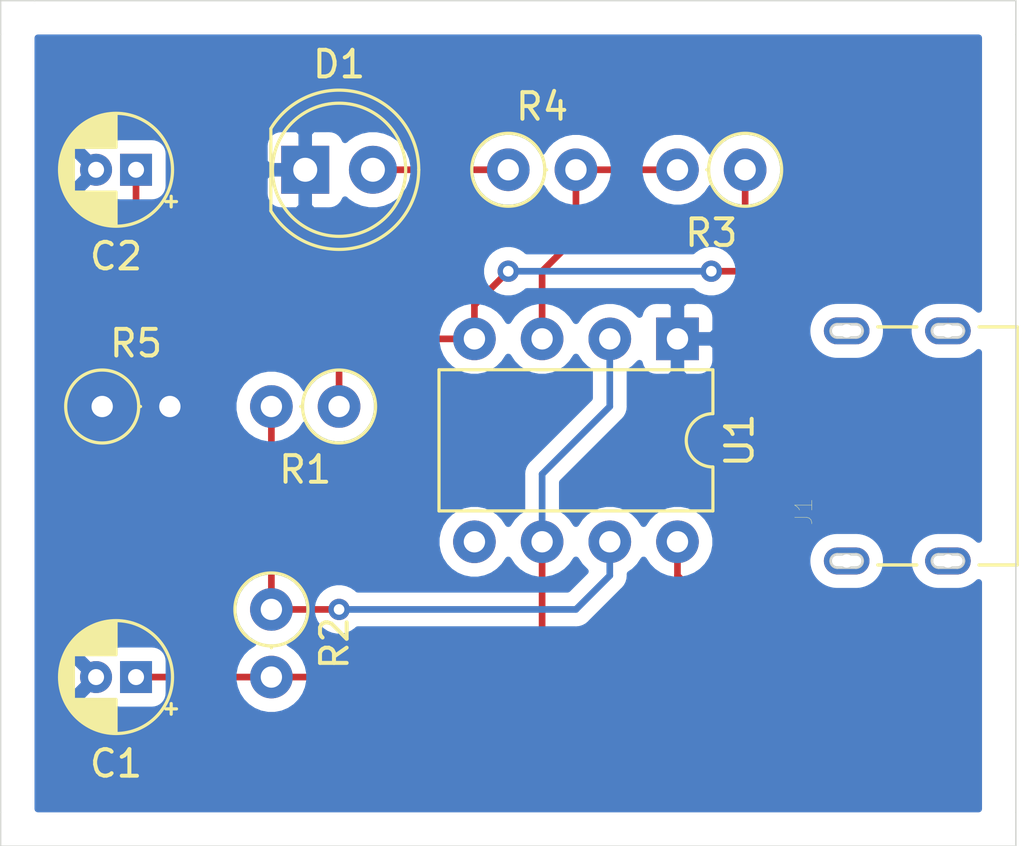
<source format=kicad_pcb>
(kicad_pcb (version 20171130) (host pcbnew "(5.1.6-0-10_14)")

  (general
    (thickness 1.6)
    (drawings 10)
    (tracks 44)
    (zones 0)
    (modules 10)
    (nets 12)
  )

  (page A4)
  (layers
    (0 F.Cu signal)
    (31 B.Cu signal)
    (32 B.Adhes user)
    (33 F.Adhes user)
    (34 B.Paste user)
    (35 F.Paste user)
    (36 B.SilkS user)
    (37 F.SilkS user)
    (38 B.Mask user)
    (39 F.Mask user)
    (40 Dwgs.User user)
    (41 Cmts.User user)
    (42 Eco1.User user)
    (43 Eco2.User user)
    (44 Edge.Cuts user)
    (45 Margin user)
    (46 B.CrtYd user)
    (47 F.CrtYd user)
    (48 B.Fab user)
    (49 F.Fab user)
  )

  (setup
    (last_trace_width 0.25)
    (trace_clearance 0.25)
    (zone_clearance 0.508)
    (zone_45_only no)
    (trace_min 0.2)
    (via_size 0.8)
    (via_drill 0.4)
    (via_min_size 0.4)
    (via_min_drill 0.3)
    (uvia_size 0.3)
    (uvia_drill 0.1)
    (uvias_allowed no)
    (uvia_min_size 0.2)
    (uvia_min_drill 0.1)
    (edge_width 0.05)
    (segment_width 0.2)
    (pcb_text_width 0.3)
    (pcb_text_size 1.5 1.5)
    (mod_edge_width 0.12)
    (mod_text_size 1 1)
    (mod_text_width 0.15)
    (pad_size 1.524 1.524)
    (pad_drill 0.762)
    (pad_to_mask_clearance 0.05)
    (aux_axis_origin 0 0)
    (visible_elements FFFFFF7F)
    (pcbplotparams
      (layerselection 0x010fc_ffffffff)
      (usegerberextensions false)
      (usegerberattributes true)
      (usegerberadvancedattributes true)
      (creategerberjobfile true)
      (excludeedgelayer true)
      (linewidth 0.100000)
      (plotframeref false)
      (viasonmask false)
      (mode 1)
      (useauxorigin false)
      (hpglpennumber 1)
      (hpglpenspeed 20)
      (hpglpendiameter 15.000000)
      (psnegative false)
      (psa4output false)
      (plotreference true)
      (plotvalue true)
      (plotinvisibletext false)
      (padsonsilk false)
      (subtractmaskfromsilk false)
      (outputformat 1)
      (mirror false)
      (drillshape 0)
      (scaleselection 1)
      (outputdirectory "/Users/roymoran/docs/kicad_schematics/usbc-power/gerbers/"))
  )

  (net 0 "")
  (net 1 GND)
  (net 2 /Threshold)
  (net 3 /Reset)
  (net 4 "Net-(D1-Pad2)")
  (net 5 "Net-(J1-PadS1)")
  (net 6 "Net-(J1-PadB5)")
  (net 7 "Net-(J1-PadA5)")
  (net 8 /Discharge)
  (net 9 "Net-(R3-Pad2)")
  (net 10 "Net-(U1-Pad5)")
  (net 11 "Net-(D1-Pad1)")

  (net_class Default "This is the default net class."
    (clearance 0.25)
    (trace_width 0.25)
    (via_dia 0.8)
    (via_drill 0.4)
    (uvia_dia 0.3)
    (uvia_drill 0.1)
    (diff_pair_width 0.25)
    (diff_pair_gap 0.25)
    (add_net /Discharge)
    (add_net /Reset)
    (add_net /Threshold)
    (add_net GND)
    (add_net "Net-(D1-Pad1)")
    (add_net "Net-(D1-Pad2)")
    (add_net "Net-(J1-PadA5)")
    (add_net "Net-(J1-PadB5)")
    (add_net "Net-(J1-PadS1)")
    (add_net "Net-(R3-Pad2)")
    (add_net "Net-(U1-Pad5)")
  )

  (module Resistor_THT:R_Axial_DIN0207_L6.3mm_D2.5mm_P2.54mm_Vertical (layer F.Cu) (tedit 5AE5139B) (tstamp 5F782FFF)
    (at 123.19 83.82)
    (descr "Resistor, Axial_DIN0207 series, Axial, Vertical, pin pitch=2.54mm, 0.25W = 1/4W, length*diameter=6.3*2.5mm^2, http://cdn-reichelt.de/documents/datenblatt/B400/1_4W%23YAG.pdf")
    (tags "Resistor Axial_DIN0207 series Axial Vertical pin pitch 2.54mm 0.25W = 1/4W length 6.3mm diameter 2.5mm")
    (path /5F783173)
    (fp_text reference R5 (at 1.27 -2.37) (layer F.SilkS)
      (effects (font (size 1 1) (thickness 0.15)))
    )
    (fp_text value R (at 1.27 2.37) (layer F.Fab)
      (effects (font (size 1 1) (thickness 0.15)))
    )
    (fp_text user %R (at 1.27 -2.37) (layer F.Fab)
      (effects (font (size 1 1) (thickness 0.15)))
    )
    (fp_circle (center 0 0) (end 1.25 0) (layer F.Fab) (width 0.1))
    (fp_circle (center 0 0) (end 1.37 0) (layer F.SilkS) (width 0.12))
    (fp_line (start 0 0) (end 2.54 0) (layer F.Fab) (width 0.1))
    (fp_line (start 1.37 0) (end 1.44 0) (layer F.SilkS) (width 0.12))
    (fp_line (start -1.5 -1.5) (end -1.5 1.5) (layer F.CrtYd) (width 0.05))
    (fp_line (start -1.5 1.5) (end 3.59 1.5) (layer F.CrtYd) (width 0.05))
    (fp_line (start 3.59 1.5) (end 3.59 -1.5) (layer F.CrtYd) (width 0.05))
    (fp_line (start 3.59 -1.5) (end -1.5 -1.5) (layer F.CrtYd) (width 0.05))
    (pad 2 thru_hole oval (at 2.54 0) (size 1.6 1.6) (drill 0.8) (layers *.Cu *.Mask)
      (net 11 "Net-(D1-Pad1)"))
    (pad 1 thru_hole circle (at 0 0) (size 1.6 1.6) (drill 0.8) (layers *.Cu *.Mask)
      (net 1 GND))
    (model ${KISYS3DMOD}/Resistor_THT.3dshapes/R_Axial_DIN0207_L6.3mm_D2.5mm_P2.54mm_Vertical.wrl
      (at (xyz 0 0 0))
      (scale (xyz 1 1 1))
      (rotate (xyz 0 0 0))
    )
  )

  (module UJC-HP-3-SMT-TR:CUI_UJC-HP-3-SMT-TR (layer F.Cu) (tedit 5F753508) (tstamp 5F75F9E1)
    (at 151.13 85.3 90)
    (path /5F78411E)
    (fp_text reference J1 (at -2.468 -1.6064 90) (layer F.SilkS)
      (effects (font (size 0.64 0.64) (thickness 0.015)))
    )
    (fp_text value UJC-HP-3-SMT-TR (at -6.14 1.27 180) (layer F.Fab)
      (effects (font (size 0.64 0.64) (thickness 0.015)))
    )
    (fp_line (start -4.57 -0.35) (end -4.57 0.35) (layer Edge.Cuts) (width 0.1))
    (fp_line (start -4.07 0.35) (end -4.07 -0.35) (layer Edge.Cuts) (width 0.1))
    (fp_poly (pts (xy -4.07 0) (xy -4.07 -0.35) (xy -4.070343 -0.363084) (xy -4.07137 -0.376132)
      (xy -4.073078 -0.389109) (xy -4.075463 -0.401978) (xy -4.078519 -0.414705) (xy -4.082236 -0.427254)
      (xy -4.086605 -0.439592) (xy -4.091614 -0.451684) (xy -4.097248 -0.463498) (xy -4.103494 -0.475)
      (xy -4.110332 -0.48616) (xy -4.117746 -0.496946) (xy -4.125714 -0.50733) (xy -4.134214 -0.517283)
      (xy -4.143223 -0.526777) (xy -4.152717 -0.535786) (xy -4.16267 -0.544286) (xy -4.173054 -0.552254)
      (xy -4.18384 -0.559668) (xy -4.195 -0.566506) (xy -4.206502 -0.572752) (xy -4.218316 -0.578386)
      (xy -4.230408 -0.583395) (xy -4.242746 -0.587764) (xy -4.255295 -0.591481) (xy -4.268022 -0.594537)
      (xy -4.280891 -0.596922) (xy -4.293868 -0.59863) (xy -4.306916 -0.599657) (xy -4.32 -0.6)
      (xy -4.333084 -0.599657) (xy -4.346132 -0.59863) (xy -4.359109 -0.596922) (xy -4.371978 -0.594537)
      (xy -4.384705 -0.591481) (xy -4.397254 -0.587764) (xy -4.409592 -0.583395) (xy -4.421684 -0.578386)
      (xy -4.433498 -0.572752) (xy -4.445 -0.566506) (xy -4.45616 -0.559668) (xy -4.466946 -0.552254)
      (xy -4.47733 -0.544286) (xy -4.487283 -0.535786) (xy -4.496777 -0.526777) (xy -4.505786 -0.517283)
      (xy -4.514286 -0.50733) (xy -4.522254 -0.496946) (xy -4.529668 -0.48616) (xy -4.536506 -0.475)
      (xy -4.542752 -0.463498) (xy -4.548386 -0.451684) (xy -4.553395 -0.439592) (xy -4.557764 -0.427254)
      (xy -4.561481 -0.414705) (xy -4.564537 -0.401978) (xy -4.566922 -0.389109) (xy -4.56863 -0.376132)
      (xy -4.569657 -0.363084) (xy -4.57 -0.35) (xy -4.57 0.35) (xy -4.569657 0.363084)
      (xy -4.56863 0.376132) (xy -4.566922 0.389109) (xy -4.564537 0.401978) (xy -4.561481 0.414705)
      (xy -4.557764 0.427254) (xy -4.553395 0.439592) (xy -4.548386 0.451684) (xy -4.542752 0.463498)
      (xy -4.536506 0.475) (xy -4.529668 0.48616) (xy -4.522254 0.496946) (xy -4.514286 0.50733)
      (xy -4.505786 0.517283) (xy -4.496777 0.526777) (xy -4.487283 0.535786) (xy -4.47733 0.544286)
      (xy -4.466946 0.552254) (xy -4.45616 0.559668) (xy -4.445 0.566506) (xy -4.433498 0.572752)
      (xy -4.421684 0.578386) (xy -4.409592 0.583395) (xy -4.397254 0.587764) (xy -4.384705 0.591481)
      (xy -4.371978 0.594537) (xy -4.359109 0.596922) (xy -4.346132 0.59863) (xy -4.333084 0.599657)
      (xy -4.32 0.6) (xy -4.306916 0.599657) (xy -4.293868 0.59863) (xy -4.280891 0.596922)
      (xy -4.268022 0.594537) (xy -4.255295 0.591481) (xy -4.242746 0.587764) (xy -4.230408 0.583395)
      (xy -4.218316 0.578386) (xy -4.206502 0.572752) (xy -4.195 0.566506) (xy -4.18384 0.559668)
      (xy -4.173054 0.552254) (xy -4.16267 0.544286) (xy -4.152717 0.535786) (xy -4.143223 0.526777)
      (xy -4.134214 0.517283) (xy -4.125714 0.50733) (xy -4.117746 0.496946) (xy -4.110332 0.48616)
      (xy -4.103494 0.475) (xy -4.097248 0.463498) (xy -4.091614 0.451684) (xy -4.086605 0.439592)
      (xy -4.082236 0.427254) (xy -4.078519 0.414705) (xy -4.075463 0.401978) (xy -4.073078 0.389109)
      (xy -4.07137 0.376132) (xy -4.070343 0.363084) (xy -4.07 0.35) (xy -4.07 0.01)
      (xy -3.82 0.01) (xy -3.82 0.35) (xy -3.820685 0.376168) (xy -3.822739 0.402264)
      (xy -3.826156 0.428217) (xy -3.830926 0.453956) (xy -3.837037 0.47941) (xy -3.844472 0.504508)
      (xy -3.85321 0.529184) (xy -3.863227 0.553368) (xy -3.874497 0.576995) (xy -3.886987 0.6)
      (xy -3.900665 0.62232) (xy -3.915492 0.643893) (xy -3.931427 0.66466) (xy -3.948428 0.684565)
      (xy -3.966447 0.703553) (xy -3.985435 0.721572) (xy -4.00534 0.738573) (xy -4.026107 0.754508)
      (xy -4.04768 0.769335) (xy -4.07 0.783013) (xy -4.093005 0.795503) (xy -4.116632 0.806773)
      (xy -4.140816 0.81679) (xy -4.165492 0.825528) (xy -4.19059 0.832963) (xy -4.216044 0.839074)
      (xy -4.241783 0.843844) (xy -4.267736 0.847261) (xy -4.293832 0.849315) (xy -4.32 0.85)
      (xy -4.346168 0.849315) (xy -4.372264 0.847261) (xy -4.398217 0.843844) (xy -4.423956 0.839074)
      (xy -4.44941 0.832963) (xy -4.474508 0.825528) (xy -4.499184 0.81679) (xy -4.523368 0.806773)
      (xy -4.546995 0.795503) (xy -4.57 0.783013) (xy -4.59232 0.769335) (xy -4.613893 0.754508)
      (xy -4.63466 0.738573) (xy -4.654565 0.721572) (xy -4.673553 0.703553) (xy -4.691572 0.684565)
      (xy -4.708573 0.66466) (xy -4.724508 0.643893) (xy -4.739335 0.62232) (xy -4.753013 0.6)
      (xy -4.765503 0.576995) (xy -4.776773 0.553368) (xy -4.78679 0.529184) (xy -4.795528 0.504508)
      (xy -4.802963 0.47941) (xy -4.809074 0.453956) (xy -4.813844 0.428217) (xy -4.817261 0.402264)
      (xy -4.819315 0.376168) (xy -4.82 0.35) (xy -4.82 -0.35) (xy -4.819315 -0.376168)
      (xy -4.817261 -0.402264) (xy -4.813844 -0.428217) (xy -4.809074 -0.453956) (xy -4.802963 -0.47941)
      (xy -4.795528 -0.504508) (xy -4.78679 -0.529184) (xy -4.776773 -0.553368) (xy -4.765503 -0.576995)
      (xy -4.753013 -0.6) (xy -4.739335 -0.62232) (xy -4.724508 -0.643893) (xy -4.708573 -0.66466)
      (xy -4.691572 -0.684565) (xy -4.673553 -0.703553) (xy -4.654565 -0.721572) (xy -4.63466 -0.738573)
      (xy -4.613893 -0.754508) (xy -4.59232 -0.769335) (xy -4.57 -0.783013) (xy -4.546995 -0.795503)
      (xy -4.523368 -0.806773) (xy -4.499184 -0.81679) (xy -4.474508 -0.825528) (xy -4.44941 -0.832963)
      (xy -4.423956 -0.839074) (xy -4.398217 -0.843844) (xy -4.372264 -0.847261) (xy -4.346168 -0.849315)
      (xy -4.32 -0.85) (xy -4.293832 -0.849315) (xy -4.267736 -0.847261) (xy -4.241783 -0.843844)
      (xy -4.216044 -0.839074) (xy -4.19059 -0.832963) (xy -4.165492 -0.825528) (xy -4.140816 -0.81679)
      (xy -4.116632 -0.806773) (xy -4.093005 -0.795503) (xy -4.07 -0.783013) (xy -4.04768 -0.769335)
      (xy -4.026107 -0.754508) (xy -4.00534 -0.738573) (xy -3.985435 -0.721572) (xy -3.966447 -0.703553)
      (xy -3.948428 -0.684565) (xy -3.931427 -0.66466) (xy -3.915492 -0.643893) (xy -3.900665 -0.62232)
      (xy -3.886987 -0.6) (xy -3.874497 -0.576995) (xy -3.863227 -0.553368) (xy -3.85321 -0.529184)
      (xy -3.844472 -0.504508) (xy -3.837037 -0.47941) (xy -3.830926 -0.453956) (xy -3.826156 -0.428217)
      (xy -3.822739 -0.402264) (xy -3.820685 -0.376168) (xy -3.82 -0.35) (xy -3.82 0)
      (xy -4.07 0)) (layer F.Cu) (width 0.01))
    (fp_poly (pts (xy -4.07 0) (xy -4.07 -0.35) (xy -4.070343 -0.363084) (xy -4.07137 -0.376132)
      (xy -4.073078 -0.389109) (xy -4.075463 -0.401978) (xy -4.078519 -0.414705) (xy -4.082236 -0.427254)
      (xy -4.086605 -0.439592) (xy -4.091614 -0.451684) (xy -4.097248 -0.463498) (xy -4.103494 -0.475)
      (xy -4.110332 -0.48616) (xy -4.117746 -0.496946) (xy -4.125714 -0.50733) (xy -4.134214 -0.517283)
      (xy -4.143223 -0.526777) (xy -4.152717 -0.535786) (xy -4.16267 -0.544286) (xy -4.173054 -0.552254)
      (xy -4.18384 -0.559668) (xy -4.195 -0.566506) (xy -4.206502 -0.572752) (xy -4.218316 -0.578386)
      (xy -4.230408 -0.583395) (xy -4.242746 -0.587764) (xy -4.255295 -0.591481) (xy -4.268022 -0.594537)
      (xy -4.280891 -0.596922) (xy -4.293868 -0.59863) (xy -4.306916 -0.599657) (xy -4.32 -0.6)
      (xy -4.333084 -0.599657) (xy -4.346132 -0.59863) (xy -4.359109 -0.596922) (xy -4.371978 -0.594537)
      (xy -4.384705 -0.591481) (xy -4.397254 -0.587764) (xy -4.409592 -0.583395) (xy -4.421684 -0.578386)
      (xy -4.433498 -0.572752) (xy -4.445 -0.566506) (xy -4.45616 -0.559668) (xy -4.466946 -0.552254)
      (xy -4.47733 -0.544286) (xy -4.487283 -0.535786) (xy -4.496777 -0.526777) (xy -4.505786 -0.517283)
      (xy -4.514286 -0.50733) (xy -4.522254 -0.496946) (xy -4.529668 -0.48616) (xy -4.536506 -0.475)
      (xy -4.542752 -0.463498) (xy -4.548386 -0.451684) (xy -4.553395 -0.439592) (xy -4.557764 -0.427254)
      (xy -4.561481 -0.414705) (xy -4.564537 -0.401978) (xy -4.566922 -0.389109) (xy -4.56863 -0.376132)
      (xy -4.569657 -0.363084) (xy -4.57 -0.35) (xy -4.57 0.35) (xy -4.569657 0.363084)
      (xy -4.56863 0.376132) (xy -4.566922 0.389109) (xy -4.564537 0.401978) (xy -4.561481 0.414705)
      (xy -4.557764 0.427254) (xy -4.553395 0.439592) (xy -4.548386 0.451684) (xy -4.542752 0.463498)
      (xy -4.536506 0.475) (xy -4.529668 0.48616) (xy -4.522254 0.496946) (xy -4.514286 0.50733)
      (xy -4.505786 0.517283) (xy -4.496777 0.526777) (xy -4.487283 0.535786) (xy -4.47733 0.544286)
      (xy -4.466946 0.552254) (xy -4.45616 0.559668) (xy -4.445 0.566506) (xy -4.433498 0.572752)
      (xy -4.421684 0.578386) (xy -4.409592 0.583395) (xy -4.397254 0.587764) (xy -4.384705 0.591481)
      (xy -4.371978 0.594537) (xy -4.359109 0.596922) (xy -4.346132 0.59863) (xy -4.333084 0.599657)
      (xy -4.32 0.6) (xy -4.306916 0.599657) (xy -4.293868 0.59863) (xy -4.280891 0.596922)
      (xy -4.268022 0.594537) (xy -4.255295 0.591481) (xy -4.242746 0.587764) (xy -4.230408 0.583395)
      (xy -4.218316 0.578386) (xy -4.206502 0.572752) (xy -4.195 0.566506) (xy -4.18384 0.559668)
      (xy -4.173054 0.552254) (xy -4.16267 0.544286) (xy -4.152717 0.535786) (xy -4.143223 0.526777)
      (xy -4.134214 0.517283) (xy -4.125714 0.50733) (xy -4.117746 0.496946) (xy -4.110332 0.48616)
      (xy -4.103494 0.475) (xy -4.097248 0.463498) (xy -4.091614 0.451684) (xy -4.086605 0.439592)
      (xy -4.082236 0.427254) (xy -4.078519 0.414705) (xy -4.075463 0.401978) (xy -4.073078 0.389109)
      (xy -4.07137 0.376132) (xy -4.070343 0.363084) (xy -4.07 0.35) (xy -4.07 0.01)
      (xy -3.82 0.01) (xy -3.82 0.35) (xy -3.820685 0.376168) (xy -3.822739 0.402264)
      (xy -3.826156 0.428217) (xy -3.830926 0.453956) (xy -3.837037 0.47941) (xy -3.844472 0.504508)
      (xy -3.85321 0.529184) (xy -3.863227 0.553368) (xy -3.874497 0.576995) (xy -3.886987 0.6)
      (xy -3.900665 0.62232) (xy -3.915492 0.643893) (xy -3.931427 0.66466) (xy -3.948428 0.684565)
      (xy -3.966447 0.703553) (xy -3.985435 0.721572) (xy -4.00534 0.738573) (xy -4.026107 0.754508)
      (xy -4.04768 0.769335) (xy -4.07 0.783013) (xy -4.093005 0.795503) (xy -4.116632 0.806773)
      (xy -4.140816 0.81679) (xy -4.165492 0.825528) (xy -4.19059 0.832963) (xy -4.216044 0.839074)
      (xy -4.241783 0.843844) (xy -4.267736 0.847261) (xy -4.293832 0.849315) (xy -4.32 0.85)
      (xy -4.346168 0.849315) (xy -4.372264 0.847261) (xy -4.398217 0.843844) (xy -4.423956 0.839074)
      (xy -4.44941 0.832963) (xy -4.474508 0.825528) (xy -4.499184 0.81679) (xy -4.523368 0.806773)
      (xy -4.546995 0.795503) (xy -4.57 0.783013) (xy -4.59232 0.769335) (xy -4.613893 0.754508)
      (xy -4.63466 0.738573) (xy -4.654565 0.721572) (xy -4.673553 0.703553) (xy -4.691572 0.684565)
      (xy -4.708573 0.66466) (xy -4.724508 0.643893) (xy -4.739335 0.62232) (xy -4.753013 0.6)
      (xy -4.765503 0.576995) (xy -4.776773 0.553368) (xy -4.78679 0.529184) (xy -4.795528 0.504508)
      (xy -4.802963 0.47941) (xy -4.809074 0.453956) (xy -4.813844 0.428217) (xy -4.817261 0.402264)
      (xy -4.819315 0.376168) (xy -4.82 0.35) (xy -4.82 -0.35) (xy -4.819315 -0.376168)
      (xy -4.817261 -0.402264) (xy -4.813844 -0.428217) (xy -4.809074 -0.453956) (xy -4.802963 -0.47941)
      (xy -4.795528 -0.504508) (xy -4.78679 -0.529184) (xy -4.776773 -0.553368) (xy -4.765503 -0.576995)
      (xy -4.753013 -0.6) (xy -4.739335 -0.62232) (xy -4.724508 -0.643893) (xy -4.708573 -0.66466)
      (xy -4.691572 -0.684565) (xy -4.673553 -0.703553) (xy -4.654565 -0.721572) (xy -4.63466 -0.738573)
      (xy -4.613893 -0.754508) (xy -4.59232 -0.769335) (xy -4.57 -0.783013) (xy -4.546995 -0.795503)
      (xy -4.523368 -0.806773) (xy -4.499184 -0.81679) (xy -4.474508 -0.825528) (xy -4.44941 -0.832963)
      (xy -4.423956 -0.839074) (xy -4.398217 -0.843844) (xy -4.372264 -0.847261) (xy -4.346168 -0.849315)
      (xy -4.32 -0.85) (xy -4.293832 -0.849315) (xy -4.267736 -0.847261) (xy -4.241783 -0.843844)
      (xy -4.216044 -0.839074) (xy -4.19059 -0.832963) (xy -4.165492 -0.825528) (xy -4.140816 -0.81679)
      (xy -4.116632 -0.806773) (xy -4.093005 -0.795503) (xy -4.07 -0.783013) (xy -4.04768 -0.769335)
      (xy -4.026107 -0.754508) (xy -4.00534 -0.738573) (xy -3.985435 -0.721572) (xy -3.966447 -0.703553)
      (xy -3.948428 -0.684565) (xy -3.931427 -0.66466) (xy -3.915492 -0.643893) (xy -3.900665 -0.62232)
      (xy -3.886987 -0.6) (xy -3.874497 -0.576995) (xy -3.863227 -0.553368) (xy -3.85321 -0.529184)
      (xy -3.844472 -0.504508) (xy -3.837037 -0.47941) (xy -3.830926 -0.453956) (xy -3.826156 -0.428217)
      (xy -3.822739 -0.402264) (xy -3.820685 -0.376168) (xy -3.82 -0.35) (xy -3.82 0)
      (xy -4.07 0)) (layer B.Cu) (width 0.01))
    (fp_poly (pts (xy -4.32 0) (xy -4.32 0.01) (xy -3.72 0.01) (xy -3.72 0.35)
      (xy -3.720822 0.381402) (xy -3.723287 0.412717) (xy -3.727387 0.443861) (xy -3.733111 0.474747)
      (xy -3.740445 0.505291) (xy -3.749366 0.53541) (xy -3.759852 0.565021) (xy -3.771873 0.594042)
      (xy -3.785396 0.622394) (xy -3.800385 0.65) (xy -3.816798 0.676783) (xy -3.83459 0.702671)
      (xy -3.853712 0.727592) (xy -3.874113 0.751478) (xy -3.895736 0.774264) (xy -3.918522 0.795887)
      (xy -3.942408 0.816288) (xy -3.967329 0.83541) (xy -3.993217 0.853202) (xy -4.02 0.869615)
      (xy -4.047606 0.884604) (xy -4.075958 0.898127) (xy -4.104979 0.910148) (xy -4.13459 0.920634)
      (xy -4.164709 0.929555) (xy -4.195253 0.936889) (xy -4.226139 0.942613) (xy -4.257283 0.946713)
      (xy -4.288598 0.949178) (xy -4.32 0.95) (xy -4.351402 0.949178) (xy -4.382717 0.946713)
      (xy -4.413861 0.942613) (xy -4.444747 0.936889) (xy -4.475291 0.929555) (xy -4.50541 0.920634)
      (xy -4.535021 0.910148) (xy -4.564042 0.898127) (xy -4.592394 0.884604) (xy -4.62 0.869615)
      (xy -4.646783 0.853202) (xy -4.672671 0.83541) (xy -4.697592 0.816288) (xy -4.721478 0.795887)
      (xy -4.744264 0.774264) (xy -4.765887 0.751478) (xy -4.786288 0.727592) (xy -4.80541 0.702671)
      (xy -4.823202 0.676783) (xy -4.839615 0.65) (xy -4.854604 0.622394) (xy -4.868127 0.594042)
      (xy -4.880148 0.565021) (xy -4.890634 0.53541) (xy -4.899555 0.505291) (xy -4.906889 0.474747)
      (xy -4.912613 0.443861) (xy -4.916713 0.412717) (xy -4.919178 0.381402) (xy -4.92 0.35)
      (xy -4.92 -0.35) (xy -4.919178 -0.381402) (xy -4.916713 -0.412717) (xy -4.912613 -0.443861)
      (xy -4.906889 -0.474747) (xy -4.899555 -0.505291) (xy -4.890634 -0.53541) (xy -4.880148 -0.565021)
      (xy -4.868127 -0.594042) (xy -4.854604 -0.622394) (xy -4.839615 -0.65) (xy -4.823202 -0.676783)
      (xy -4.80541 -0.702671) (xy -4.786288 -0.727592) (xy -4.765887 -0.751478) (xy -4.744264 -0.774264)
      (xy -4.721478 -0.795887) (xy -4.697592 -0.816288) (xy -4.672671 -0.83541) (xy -4.646783 -0.853202)
      (xy -4.62 -0.869615) (xy -4.592394 -0.884604) (xy -4.564042 -0.898127) (xy -4.535021 -0.910148)
      (xy -4.50541 -0.920634) (xy -4.475291 -0.929555) (xy -4.444747 -0.936889) (xy -4.413861 -0.942613)
      (xy -4.382717 -0.946713) (xy -4.351402 -0.949178) (xy -4.32 -0.95) (xy -4.288598 -0.949178)
      (xy -4.257283 -0.946713) (xy -4.226139 -0.942613) (xy -4.195253 -0.936889) (xy -4.164709 -0.929555)
      (xy -4.13459 -0.920634) (xy -4.104979 -0.910148) (xy -4.075958 -0.898127) (xy -4.047606 -0.884604)
      (xy -4.02 -0.869615) (xy -3.993217 -0.853202) (xy -3.967329 -0.83541) (xy -3.942408 -0.816288)
      (xy -3.918522 -0.795887) (xy -3.895736 -0.774264) (xy -3.874113 -0.751478) (xy -3.853712 -0.727592)
      (xy -3.83459 -0.702671) (xy -3.816798 -0.676783) (xy -3.800385 -0.65) (xy -3.785396 -0.622394)
      (xy -3.771873 -0.594042) (xy -3.759852 -0.565021) (xy -3.749366 -0.53541) (xy -3.740445 -0.505291)
      (xy -3.733111 -0.474747) (xy -3.727387 -0.443861) (xy -3.723287 -0.412717) (xy -3.720822 -0.381402)
      (xy -3.72 -0.35) (xy -3.72 0) (xy -4.32 0)) (layer F.Mask) (width 0.01))
    (fp_line (start 4.07 -0.35) (end 4.07 0.35) (layer Edge.Cuts) (width 0.1))
    (fp_line (start 4.57 0.35) (end 4.57 -0.35) (layer Edge.Cuts) (width 0.1))
    (fp_poly (pts (xy 4.57 0) (xy 4.57 -0.35) (xy 4.569657 -0.363084) (xy 4.56863 -0.376132)
      (xy 4.566922 -0.389109) (xy 4.564537 -0.401978) (xy 4.561481 -0.414705) (xy 4.557764 -0.427254)
      (xy 4.553395 -0.439592) (xy 4.548386 -0.451684) (xy 4.542752 -0.463498) (xy 4.536506 -0.475)
      (xy 4.529668 -0.48616) (xy 4.522254 -0.496946) (xy 4.514286 -0.50733) (xy 4.505786 -0.517283)
      (xy 4.496777 -0.526777) (xy 4.487283 -0.535786) (xy 4.47733 -0.544286) (xy 4.466946 -0.552254)
      (xy 4.45616 -0.559668) (xy 4.445 -0.566506) (xy 4.433498 -0.572752) (xy 4.421684 -0.578386)
      (xy 4.409592 -0.583395) (xy 4.397254 -0.587764) (xy 4.384705 -0.591481) (xy 4.371978 -0.594537)
      (xy 4.359109 -0.596922) (xy 4.346132 -0.59863) (xy 4.333084 -0.599657) (xy 4.32 -0.6)
      (xy 4.306916 -0.599657) (xy 4.293868 -0.59863) (xy 4.280891 -0.596922) (xy 4.268022 -0.594537)
      (xy 4.255295 -0.591481) (xy 4.242746 -0.587764) (xy 4.230408 -0.583395) (xy 4.218316 -0.578386)
      (xy 4.206502 -0.572752) (xy 4.195 -0.566506) (xy 4.18384 -0.559668) (xy 4.173054 -0.552254)
      (xy 4.16267 -0.544286) (xy 4.152717 -0.535786) (xy 4.143223 -0.526777) (xy 4.134214 -0.517283)
      (xy 4.125714 -0.50733) (xy 4.117746 -0.496946) (xy 4.110332 -0.48616) (xy 4.103494 -0.475)
      (xy 4.097248 -0.463498) (xy 4.091614 -0.451684) (xy 4.086605 -0.439592) (xy 4.082236 -0.427254)
      (xy 4.078519 -0.414705) (xy 4.075463 -0.401978) (xy 4.073078 -0.389109) (xy 4.07137 -0.376132)
      (xy 4.070343 -0.363084) (xy 4.07 -0.35) (xy 4.07 0.35) (xy 4.070343 0.363084)
      (xy 4.07137 0.376132) (xy 4.073078 0.389109) (xy 4.075463 0.401978) (xy 4.078519 0.414705)
      (xy 4.082236 0.427254) (xy 4.086605 0.439592) (xy 4.091614 0.451684) (xy 4.097248 0.463498)
      (xy 4.103494 0.475) (xy 4.110332 0.48616) (xy 4.117746 0.496946) (xy 4.125714 0.50733)
      (xy 4.134214 0.517283) (xy 4.143223 0.526777) (xy 4.152717 0.535786) (xy 4.16267 0.544286)
      (xy 4.173054 0.552254) (xy 4.18384 0.559668) (xy 4.195 0.566506) (xy 4.206502 0.572752)
      (xy 4.218316 0.578386) (xy 4.230408 0.583395) (xy 4.242746 0.587764) (xy 4.255295 0.591481)
      (xy 4.268022 0.594537) (xy 4.280891 0.596922) (xy 4.293868 0.59863) (xy 4.306916 0.599657)
      (xy 4.32 0.6) (xy 4.333084 0.599657) (xy 4.346132 0.59863) (xy 4.359109 0.596922)
      (xy 4.371978 0.594537) (xy 4.384705 0.591481) (xy 4.397254 0.587764) (xy 4.409592 0.583395)
      (xy 4.421684 0.578386) (xy 4.433498 0.572752) (xy 4.445 0.566506) (xy 4.45616 0.559668)
      (xy 4.466946 0.552254) (xy 4.47733 0.544286) (xy 4.487283 0.535786) (xy 4.496777 0.526777)
      (xy 4.505786 0.517283) (xy 4.514286 0.50733) (xy 4.522254 0.496946) (xy 4.529668 0.48616)
      (xy 4.536506 0.475) (xy 4.542752 0.463498) (xy 4.548386 0.451684) (xy 4.553395 0.439592)
      (xy 4.557764 0.427254) (xy 4.561481 0.414705) (xy 4.564537 0.401978) (xy 4.566922 0.389109)
      (xy 4.56863 0.376132) (xy 4.569657 0.363084) (xy 4.57 0.35) (xy 4.57 0.01)
      (xy 4.82 0.01) (xy 4.82 0.35) (xy 4.819315 0.376168) (xy 4.817261 0.402264)
      (xy 4.813844 0.428217) (xy 4.809074 0.453956) (xy 4.802963 0.47941) (xy 4.795528 0.504508)
      (xy 4.78679 0.529184) (xy 4.776773 0.553368) (xy 4.765503 0.576995) (xy 4.753013 0.6)
      (xy 4.739335 0.62232) (xy 4.724508 0.643893) (xy 4.708573 0.66466) (xy 4.691572 0.684565)
      (xy 4.673553 0.703553) (xy 4.654565 0.721572) (xy 4.63466 0.738573) (xy 4.613893 0.754508)
      (xy 4.59232 0.769335) (xy 4.57 0.783013) (xy 4.546995 0.795503) (xy 4.523368 0.806773)
      (xy 4.499184 0.81679) (xy 4.474508 0.825528) (xy 4.44941 0.832963) (xy 4.423956 0.839074)
      (xy 4.398217 0.843844) (xy 4.372264 0.847261) (xy 4.346168 0.849315) (xy 4.32 0.85)
      (xy 4.293832 0.849315) (xy 4.267736 0.847261) (xy 4.241783 0.843844) (xy 4.216044 0.839074)
      (xy 4.19059 0.832963) (xy 4.165492 0.825528) (xy 4.140816 0.81679) (xy 4.116632 0.806773)
      (xy 4.093005 0.795503) (xy 4.07 0.783013) (xy 4.04768 0.769335) (xy 4.026107 0.754508)
      (xy 4.00534 0.738573) (xy 3.985435 0.721572) (xy 3.966447 0.703553) (xy 3.948428 0.684565)
      (xy 3.931427 0.66466) (xy 3.915492 0.643893) (xy 3.900665 0.62232) (xy 3.886987 0.6)
      (xy 3.874497 0.576995) (xy 3.863227 0.553368) (xy 3.85321 0.529184) (xy 3.844472 0.504508)
      (xy 3.837037 0.47941) (xy 3.830926 0.453956) (xy 3.826156 0.428217) (xy 3.822739 0.402264)
      (xy 3.820685 0.376168) (xy 3.82 0.35) (xy 3.82 -0.35) (xy 3.820685 -0.376168)
      (xy 3.822739 -0.402264) (xy 3.826156 -0.428217) (xy 3.830926 -0.453956) (xy 3.837037 -0.47941)
      (xy 3.844472 -0.504508) (xy 3.85321 -0.529184) (xy 3.863227 -0.553368) (xy 3.874497 -0.576995)
      (xy 3.886987 -0.6) (xy 3.900665 -0.62232) (xy 3.915492 -0.643893) (xy 3.931427 -0.66466)
      (xy 3.948428 -0.684565) (xy 3.966447 -0.703553) (xy 3.985435 -0.721572) (xy 4.00534 -0.738573)
      (xy 4.026107 -0.754508) (xy 4.04768 -0.769335) (xy 4.07 -0.783013) (xy 4.093005 -0.795503)
      (xy 4.116632 -0.806773) (xy 4.140816 -0.81679) (xy 4.165492 -0.825528) (xy 4.19059 -0.832963)
      (xy 4.216044 -0.839074) (xy 4.241783 -0.843844) (xy 4.267736 -0.847261) (xy 4.293832 -0.849315)
      (xy 4.32 -0.85) (xy 4.346168 -0.849315) (xy 4.372264 -0.847261) (xy 4.398217 -0.843844)
      (xy 4.423956 -0.839074) (xy 4.44941 -0.832963) (xy 4.474508 -0.825528) (xy 4.499184 -0.81679)
      (xy 4.523368 -0.806773) (xy 4.546995 -0.795503) (xy 4.57 -0.783013) (xy 4.59232 -0.769335)
      (xy 4.613893 -0.754508) (xy 4.63466 -0.738573) (xy 4.654565 -0.721572) (xy 4.673553 -0.703553)
      (xy 4.691572 -0.684565) (xy 4.708573 -0.66466) (xy 4.724508 -0.643893) (xy 4.739335 -0.62232)
      (xy 4.753013 -0.6) (xy 4.765503 -0.576995) (xy 4.776773 -0.553368) (xy 4.78679 -0.529184)
      (xy 4.795528 -0.504508) (xy 4.802963 -0.47941) (xy 4.809074 -0.453956) (xy 4.813844 -0.428217)
      (xy 4.817261 -0.402264) (xy 4.819315 -0.376168) (xy 4.82 -0.35) (xy 4.82 0)
      (xy 4.57 0)) (layer F.Cu) (width 0.01))
    (fp_poly (pts (xy 4.57 0) (xy 4.57 -0.35) (xy 4.569657 -0.363084) (xy 4.56863 -0.376132)
      (xy 4.566922 -0.389109) (xy 4.564537 -0.401978) (xy 4.561481 -0.414705) (xy 4.557764 -0.427254)
      (xy 4.553395 -0.439592) (xy 4.548386 -0.451684) (xy 4.542752 -0.463498) (xy 4.536506 -0.475)
      (xy 4.529668 -0.48616) (xy 4.522254 -0.496946) (xy 4.514286 -0.50733) (xy 4.505786 -0.517283)
      (xy 4.496777 -0.526777) (xy 4.487283 -0.535786) (xy 4.47733 -0.544286) (xy 4.466946 -0.552254)
      (xy 4.45616 -0.559668) (xy 4.445 -0.566506) (xy 4.433498 -0.572752) (xy 4.421684 -0.578386)
      (xy 4.409592 -0.583395) (xy 4.397254 -0.587764) (xy 4.384705 -0.591481) (xy 4.371978 -0.594537)
      (xy 4.359109 -0.596922) (xy 4.346132 -0.59863) (xy 4.333084 -0.599657) (xy 4.32 -0.6)
      (xy 4.306916 -0.599657) (xy 4.293868 -0.59863) (xy 4.280891 -0.596922) (xy 4.268022 -0.594537)
      (xy 4.255295 -0.591481) (xy 4.242746 -0.587764) (xy 4.230408 -0.583395) (xy 4.218316 -0.578386)
      (xy 4.206502 -0.572752) (xy 4.195 -0.566506) (xy 4.18384 -0.559668) (xy 4.173054 -0.552254)
      (xy 4.16267 -0.544286) (xy 4.152717 -0.535786) (xy 4.143223 -0.526777) (xy 4.134214 -0.517283)
      (xy 4.125714 -0.50733) (xy 4.117746 -0.496946) (xy 4.110332 -0.48616) (xy 4.103494 -0.475)
      (xy 4.097248 -0.463498) (xy 4.091614 -0.451684) (xy 4.086605 -0.439592) (xy 4.082236 -0.427254)
      (xy 4.078519 -0.414705) (xy 4.075463 -0.401978) (xy 4.073078 -0.389109) (xy 4.07137 -0.376132)
      (xy 4.070343 -0.363084) (xy 4.07 -0.35) (xy 4.07 0.35) (xy 4.070343 0.363084)
      (xy 4.07137 0.376132) (xy 4.073078 0.389109) (xy 4.075463 0.401978) (xy 4.078519 0.414705)
      (xy 4.082236 0.427254) (xy 4.086605 0.439592) (xy 4.091614 0.451684) (xy 4.097248 0.463498)
      (xy 4.103494 0.475) (xy 4.110332 0.48616) (xy 4.117746 0.496946) (xy 4.125714 0.50733)
      (xy 4.134214 0.517283) (xy 4.143223 0.526777) (xy 4.152717 0.535786) (xy 4.16267 0.544286)
      (xy 4.173054 0.552254) (xy 4.18384 0.559668) (xy 4.195 0.566506) (xy 4.206502 0.572752)
      (xy 4.218316 0.578386) (xy 4.230408 0.583395) (xy 4.242746 0.587764) (xy 4.255295 0.591481)
      (xy 4.268022 0.594537) (xy 4.280891 0.596922) (xy 4.293868 0.59863) (xy 4.306916 0.599657)
      (xy 4.32 0.6) (xy 4.333084 0.599657) (xy 4.346132 0.59863) (xy 4.359109 0.596922)
      (xy 4.371978 0.594537) (xy 4.384705 0.591481) (xy 4.397254 0.587764) (xy 4.409592 0.583395)
      (xy 4.421684 0.578386) (xy 4.433498 0.572752) (xy 4.445 0.566506) (xy 4.45616 0.559668)
      (xy 4.466946 0.552254) (xy 4.47733 0.544286) (xy 4.487283 0.535786) (xy 4.496777 0.526777)
      (xy 4.505786 0.517283) (xy 4.514286 0.50733) (xy 4.522254 0.496946) (xy 4.529668 0.48616)
      (xy 4.536506 0.475) (xy 4.542752 0.463498) (xy 4.548386 0.451684) (xy 4.553395 0.439592)
      (xy 4.557764 0.427254) (xy 4.561481 0.414705) (xy 4.564537 0.401978) (xy 4.566922 0.389109)
      (xy 4.56863 0.376132) (xy 4.569657 0.363084) (xy 4.57 0.35) (xy 4.57 0.01)
      (xy 4.82 0.01) (xy 4.82 0.35) (xy 4.819315 0.376168) (xy 4.817261 0.402264)
      (xy 4.813844 0.428217) (xy 4.809074 0.453956) (xy 4.802963 0.47941) (xy 4.795528 0.504508)
      (xy 4.78679 0.529184) (xy 4.776773 0.553368) (xy 4.765503 0.576995) (xy 4.753013 0.6)
      (xy 4.739335 0.62232) (xy 4.724508 0.643893) (xy 4.708573 0.66466) (xy 4.691572 0.684565)
      (xy 4.673553 0.703553) (xy 4.654565 0.721572) (xy 4.63466 0.738573) (xy 4.613893 0.754508)
      (xy 4.59232 0.769335) (xy 4.57 0.783013) (xy 4.546995 0.795503) (xy 4.523368 0.806773)
      (xy 4.499184 0.81679) (xy 4.474508 0.825528) (xy 4.44941 0.832963) (xy 4.423956 0.839074)
      (xy 4.398217 0.843844) (xy 4.372264 0.847261) (xy 4.346168 0.849315) (xy 4.32 0.85)
      (xy 4.293832 0.849315) (xy 4.267736 0.847261) (xy 4.241783 0.843844) (xy 4.216044 0.839074)
      (xy 4.19059 0.832963) (xy 4.165492 0.825528) (xy 4.140816 0.81679) (xy 4.116632 0.806773)
      (xy 4.093005 0.795503) (xy 4.07 0.783013) (xy 4.04768 0.769335) (xy 4.026107 0.754508)
      (xy 4.00534 0.738573) (xy 3.985435 0.721572) (xy 3.966447 0.703553) (xy 3.948428 0.684565)
      (xy 3.931427 0.66466) (xy 3.915492 0.643893) (xy 3.900665 0.62232) (xy 3.886987 0.6)
      (xy 3.874497 0.576995) (xy 3.863227 0.553368) (xy 3.85321 0.529184) (xy 3.844472 0.504508)
      (xy 3.837037 0.47941) (xy 3.830926 0.453956) (xy 3.826156 0.428217) (xy 3.822739 0.402264)
      (xy 3.820685 0.376168) (xy 3.82 0.35) (xy 3.82 -0.35) (xy 3.820685 -0.376168)
      (xy 3.822739 -0.402264) (xy 3.826156 -0.428217) (xy 3.830926 -0.453956) (xy 3.837037 -0.47941)
      (xy 3.844472 -0.504508) (xy 3.85321 -0.529184) (xy 3.863227 -0.553368) (xy 3.874497 -0.576995)
      (xy 3.886987 -0.6) (xy 3.900665 -0.62232) (xy 3.915492 -0.643893) (xy 3.931427 -0.66466)
      (xy 3.948428 -0.684565) (xy 3.966447 -0.703553) (xy 3.985435 -0.721572) (xy 4.00534 -0.738573)
      (xy 4.026107 -0.754508) (xy 4.04768 -0.769335) (xy 4.07 -0.783013) (xy 4.093005 -0.795503)
      (xy 4.116632 -0.806773) (xy 4.140816 -0.81679) (xy 4.165492 -0.825528) (xy 4.19059 -0.832963)
      (xy 4.216044 -0.839074) (xy 4.241783 -0.843844) (xy 4.267736 -0.847261) (xy 4.293832 -0.849315)
      (xy 4.32 -0.85) (xy 4.346168 -0.849315) (xy 4.372264 -0.847261) (xy 4.398217 -0.843844)
      (xy 4.423956 -0.839074) (xy 4.44941 -0.832963) (xy 4.474508 -0.825528) (xy 4.499184 -0.81679)
      (xy 4.523368 -0.806773) (xy 4.546995 -0.795503) (xy 4.57 -0.783013) (xy 4.59232 -0.769335)
      (xy 4.613893 -0.754508) (xy 4.63466 -0.738573) (xy 4.654565 -0.721572) (xy 4.673553 -0.703553)
      (xy 4.691572 -0.684565) (xy 4.708573 -0.66466) (xy 4.724508 -0.643893) (xy 4.739335 -0.62232)
      (xy 4.753013 -0.6) (xy 4.765503 -0.576995) (xy 4.776773 -0.553368) (xy 4.78679 -0.529184)
      (xy 4.795528 -0.504508) (xy 4.802963 -0.47941) (xy 4.809074 -0.453956) (xy 4.813844 -0.428217)
      (xy 4.817261 -0.402264) (xy 4.819315 -0.376168) (xy 4.82 -0.35) (xy 4.82 0)
      (xy 4.57 0)) (layer B.Cu) (width 0.01))
    (fp_poly (pts (xy 4.32 0) (xy 4.32 0.01) (xy 4.92 0.01) (xy 4.92 0.35)
      (xy 4.919178 0.381402) (xy 4.916713 0.412717) (xy 4.912613 0.443861) (xy 4.906889 0.474747)
      (xy 4.899555 0.505291) (xy 4.890634 0.53541) (xy 4.880148 0.565021) (xy 4.868127 0.594042)
      (xy 4.854604 0.622394) (xy 4.839615 0.65) (xy 4.823202 0.676783) (xy 4.80541 0.702671)
      (xy 4.786288 0.727592) (xy 4.765887 0.751478) (xy 4.744264 0.774264) (xy 4.721478 0.795887)
      (xy 4.697592 0.816288) (xy 4.672671 0.83541) (xy 4.646783 0.853202) (xy 4.62 0.869615)
      (xy 4.592394 0.884604) (xy 4.564042 0.898127) (xy 4.535021 0.910148) (xy 4.50541 0.920634)
      (xy 4.475291 0.929555) (xy 4.444747 0.936889) (xy 4.413861 0.942613) (xy 4.382717 0.946713)
      (xy 4.351402 0.949178) (xy 4.32 0.95) (xy 4.288598 0.949178) (xy 4.257283 0.946713)
      (xy 4.226139 0.942613) (xy 4.195253 0.936889) (xy 4.164709 0.929555) (xy 4.13459 0.920634)
      (xy 4.104979 0.910148) (xy 4.075958 0.898127) (xy 4.047606 0.884604) (xy 4.02 0.869615)
      (xy 3.993217 0.853202) (xy 3.967329 0.83541) (xy 3.942408 0.816288) (xy 3.918522 0.795887)
      (xy 3.895736 0.774264) (xy 3.874113 0.751478) (xy 3.853712 0.727592) (xy 3.83459 0.702671)
      (xy 3.816798 0.676783) (xy 3.800385 0.65) (xy 3.785396 0.622394) (xy 3.771873 0.594042)
      (xy 3.759852 0.565021) (xy 3.749366 0.53541) (xy 3.740445 0.505291) (xy 3.733111 0.474747)
      (xy 3.727387 0.443861) (xy 3.723287 0.412717) (xy 3.720822 0.381402) (xy 3.72 0.35)
      (xy 3.72 -0.35) (xy 3.720822 -0.381402) (xy 3.723287 -0.412717) (xy 3.727387 -0.443861)
      (xy 3.733111 -0.474747) (xy 3.740445 -0.505291) (xy 3.749366 -0.53541) (xy 3.759852 -0.565021)
      (xy 3.771873 -0.594042) (xy 3.785396 -0.622394) (xy 3.800385 -0.65) (xy 3.816798 -0.676783)
      (xy 3.83459 -0.702671) (xy 3.853712 -0.727592) (xy 3.874113 -0.751478) (xy 3.895736 -0.774264)
      (xy 3.918522 -0.795887) (xy 3.942408 -0.816288) (xy 3.967329 -0.83541) (xy 3.993217 -0.853202)
      (xy 4.02 -0.869615) (xy 4.047606 -0.884604) (xy 4.075958 -0.898127) (xy 4.104979 -0.910148)
      (xy 4.13459 -0.920634) (xy 4.164709 -0.929555) (xy 4.195253 -0.936889) (xy 4.226139 -0.942613)
      (xy 4.257283 -0.946713) (xy 4.288598 -0.949178) (xy 4.32 -0.95) (xy 4.351402 -0.949178)
      (xy 4.382717 -0.946713) (xy 4.413861 -0.942613) (xy 4.444747 -0.936889) (xy 4.475291 -0.929555)
      (xy 4.50541 -0.920634) (xy 4.535021 -0.910148) (xy 4.564042 -0.898127) (xy 4.592394 -0.884604)
      (xy 4.62 -0.869615) (xy 4.646783 -0.853202) (xy 4.672671 -0.83541) (xy 4.697592 -0.816288)
      (xy 4.721478 -0.795887) (xy 4.744264 -0.774264) (xy 4.765887 -0.751478) (xy 4.786288 -0.727592)
      (xy 4.80541 -0.702671) (xy 4.823202 -0.676783) (xy 4.839615 -0.65) (xy 4.854604 -0.622394)
      (xy 4.868127 -0.594042) (xy 4.880148 -0.565021) (xy 4.890634 -0.53541) (xy 4.899555 -0.505291)
      (xy 4.906889 -0.474747) (xy 4.912613 -0.443861) (xy 4.916713 -0.412717) (xy 4.919178 -0.381402)
      (xy 4.92 -0.35) (xy 4.92 0) (xy 4.32 0)) (layer F.Mask) (width 0.01))
    (fp_line (start -4.57 3.45) (end -4.57 4.15) (layer Edge.Cuts) (width 0.1))
    (fp_line (start -4.07 4.15) (end -4.07 3.45) (layer Edge.Cuts) (width 0.1))
    (fp_poly (pts (xy -4.07 3.8) (xy -4.07 3.45) (xy -4.070343 3.436916) (xy -4.07137 3.423868)
      (xy -4.073078 3.410891) (xy -4.075463 3.398022) (xy -4.078519 3.385295) (xy -4.082236 3.372746)
      (xy -4.086605 3.360408) (xy -4.091614 3.348316) (xy -4.097248 3.336502) (xy -4.103494 3.325)
      (xy -4.110332 3.31384) (xy -4.117746 3.303054) (xy -4.125714 3.29267) (xy -4.134214 3.282717)
      (xy -4.143223 3.273223) (xy -4.152717 3.264214) (xy -4.16267 3.255714) (xy -4.173054 3.247746)
      (xy -4.18384 3.240332) (xy -4.195 3.233494) (xy -4.206502 3.227248) (xy -4.218316 3.221614)
      (xy -4.230408 3.216605) (xy -4.242746 3.212236) (xy -4.255295 3.208519) (xy -4.268022 3.205463)
      (xy -4.280891 3.203078) (xy -4.293868 3.20137) (xy -4.306916 3.200343) (xy -4.32 3.2)
      (xy -4.333084 3.200343) (xy -4.346132 3.20137) (xy -4.359109 3.203078) (xy -4.371978 3.205463)
      (xy -4.384705 3.208519) (xy -4.397254 3.212236) (xy -4.409592 3.216605) (xy -4.421684 3.221614)
      (xy -4.433498 3.227248) (xy -4.445 3.233494) (xy -4.45616 3.240332) (xy -4.466946 3.247746)
      (xy -4.47733 3.255714) (xy -4.487283 3.264214) (xy -4.496777 3.273223) (xy -4.505786 3.282717)
      (xy -4.514286 3.29267) (xy -4.522254 3.303054) (xy -4.529668 3.31384) (xy -4.536506 3.325)
      (xy -4.542752 3.336502) (xy -4.548386 3.348316) (xy -4.553395 3.360408) (xy -4.557764 3.372746)
      (xy -4.561481 3.385295) (xy -4.564537 3.398022) (xy -4.566922 3.410891) (xy -4.56863 3.423868)
      (xy -4.569657 3.436916) (xy -4.57 3.45) (xy -4.57 4.15) (xy -4.569657 4.163084)
      (xy -4.56863 4.176132) (xy -4.566922 4.189109) (xy -4.564537 4.201978) (xy -4.561481 4.214705)
      (xy -4.557764 4.227254) (xy -4.553395 4.239592) (xy -4.548386 4.251684) (xy -4.542752 4.263498)
      (xy -4.536506 4.275) (xy -4.529668 4.28616) (xy -4.522254 4.296946) (xy -4.514286 4.30733)
      (xy -4.505786 4.317283) (xy -4.496777 4.326777) (xy -4.487283 4.335786) (xy -4.47733 4.344286)
      (xy -4.466946 4.352254) (xy -4.45616 4.359668) (xy -4.445 4.366506) (xy -4.433498 4.372752)
      (xy -4.421684 4.378386) (xy -4.409592 4.383395) (xy -4.397254 4.387764) (xy -4.384705 4.391481)
      (xy -4.371978 4.394537) (xy -4.359109 4.396922) (xy -4.346132 4.39863) (xy -4.333084 4.399657)
      (xy -4.32 4.4) (xy -4.306916 4.399657) (xy -4.293868 4.39863) (xy -4.280891 4.396922)
      (xy -4.268022 4.394537) (xy -4.255295 4.391481) (xy -4.242746 4.387764) (xy -4.230408 4.383395)
      (xy -4.218316 4.378386) (xy -4.206502 4.372752) (xy -4.195 4.366506) (xy -4.18384 4.359668)
      (xy -4.173054 4.352254) (xy -4.16267 4.344286) (xy -4.152717 4.335786) (xy -4.143223 4.326777)
      (xy -4.134214 4.317283) (xy -4.125714 4.30733) (xy -4.117746 4.296946) (xy -4.110332 4.28616)
      (xy -4.103494 4.275) (xy -4.097248 4.263498) (xy -4.091614 4.251684) (xy -4.086605 4.239592)
      (xy -4.082236 4.227254) (xy -4.078519 4.214705) (xy -4.075463 4.201978) (xy -4.073078 4.189109)
      (xy -4.07137 4.176132) (xy -4.070343 4.163084) (xy -4.07 4.15) (xy -4.07 3.81)
      (xy -3.82 3.81) (xy -3.82 4.15) (xy -3.820685 4.176168) (xy -3.822739 4.202264)
      (xy -3.826156 4.228217) (xy -3.830926 4.253956) (xy -3.837037 4.27941) (xy -3.844472 4.304508)
      (xy -3.85321 4.329184) (xy -3.863227 4.353368) (xy -3.874497 4.376995) (xy -3.886987 4.4)
      (xy -3.900665 4.42232) (xy -3.915492 4.443893) (xy -3.931427 4.46466) (xy -3.948428 4.484565)
      (xy -3.966447 4.503553) (xy -3.985435 4.521572) (xy -4.00534 4.538573) (xy -4.026107 4.554508)
      (xy -4.04768 4.569335) (xy -4.07 4.583013) (xy -4.093005 4.595503) (xy -4.116632 4.606773)
      (xy -4.140816 4.61679) (xy -4.165492 4.625528) (xy -4.19059 4.632963) (xy -4.216044 4.639074)
      (xy -4.241783 4.643844) (xy -4.267736 4.647261) (xy -4.293832 4.649315) (xy -4.32 4.65)
      (xy -4.346168 4.649315) (xy -4.372264 4.647261) (xy -4.398217 4.643844) (xy -4.423956 4.639074)
      (xy -4.44941 4.632963) (xy -4.474508 4.625528) (xy -4.499184 4.61679) (xy -4.523368 4.606773)
      (xy -4.546995 4.595503) (xy -4.57 4.583013) (xy -4.59232 4.569335) (xy -4.613893 4.554508)
      (xy -4.63466 4.538573) (xy -4.654565 4.521572) (xy -4.673553 4.503553) (xy -4.691572 4.484565)
      (xy -4.708573 4.46466) (xy -4.724508 4.443893) (xy -4.739335 4.42232) (xy -4.753013 4.4)
      (xy -4.765503 4.376995) (xy -4.776773 4.353368) (xy -4.78679 4.329184) (xy -4.795528 4.304508)
      (xy -4.802963 4.27941) (xy -4.809074 4.253956) (xy -4.813844 4.228217) (xy -4.817261 4.202264)
      (xy -4.819315 4.176168) (xy -4.82 4.15) (xy -4.82 3.45) (xy -4.819315 3.423832)
      (xy -4.817261 3.397736) (xy -4.813844 3.371783) (xy -4.809074 3.346044) (xy -4.802963 3.32059)
      (xy -4.795528 3.295492) (xy -4.78679 3.270816) (xy -4.776773 3.246632) (xy -4.765503 3.223005)
      (xy -4.753013 3.2) (xy -4.739335 3.17768) (xy -4.724508 3.156107) (xy -4.708573 3.13534)
      (xy -4.691572 3.115435) (xy -4.673553 3.096447) (xy -4.654565 3.078428) (xy -4.63466 3.061427)
      (xy -4.613893 3.045492) (xy -4.59232 3.030665) (xy -4.57 3.016987) (xy -4.546995 3.004497)
      (xy -4.523368 2.993227) (xy -4.499184 2.98321) (xy -4.474508 2.974472) (xy -4.44941 2.967037)
      (xy -4.423956 2.960926) (xy -4.398217 2.956156) (xy -4.372264 2.952739) (xy -4.346168 2.950685)
      (xy -4.32 2.95) (xy -4.293832 2.950685) (xy -4.267736 2.952739) (xy -4.241783 2.956156)
      (xy -4.216044 2.960926) (xy -4.19059 2.967037) (xy -4.165492 2.974472) (xy -4.140816 2.98321)
      (xy -4.116632 2.993227) (xy -4.093005 3.004497) (xy -4.07 3.016987) (xy -4.04768 3.030665)
      (xy -4.026107 3.045492) (xy -4.00534 3.061427) (xy -3.985435 3.078428) (xy -3.966447 3.096447)
      (xy -3.948428 3.115435) (xy -3.931427 3.13534) (xy -3.915492 3.156107) (xy -3.900665 3.17768)
      (xy -3.886987 3.2) (xy -3.874497 3.223005) (xy -3.863227 3.246632) (xy -3.85321 3.270816)
      (xy -3.844472 3.295492) (xy -3.837037 3.32059) (xy -3.830926 3.346044) (xy -3.826156 3.371783)
      (xy -3.822739 3.397736) (xy -3.820685 3.423832) (xy -3.82 3.45) (xy -3.82 3.8)
      (xy -4.07 3.8)) (layer F.Cu) (width 0.01))
    (fp_poly (pts (xy -4.07 3.8) (xy -4.07 3.45) (xy -4.070343 3.436916) (xy -4.07137 3.423868)
      (xy -4.073078 3.410891) (xy -4.075463 3.398022) (xy -4.078519 3.385295) (xy -4.082236 3.372746)
      (xy -4.086605 3.360408) (xy -4.091614 3.348316) (xy -4.097248 3.336502) (xy -4.103494 3.325)
      (xy -4.110332 3.31384) (xy -4.117746 3.303054) (xy -4.125714 3.29267) (xy -4.134214 3.282717)
      (xy -4.143223 3.273223) (xy -4.152717 3.264214) (xy -4.16267 3.255714) (xy -4.173054 3.247746)
      (xy -4.18384 3.240332) (xy -4.195 3.233494) (xy -4.206502 3.227248) (xy -4.218316 3.221614)
      (xy -4.230408 3.216605) (xy -4.242746 3.212236) (xy -4.255295 3.208519) (xy -4.268022 3.205463)
      (xy -4.280891 3.203078) (xy -4.293868 3.20137) (xy -4.306916 3.200343) (xy -4.32 3.2)
      (xy -4.333084 3.200343) (xy -4.346132 3.20137) (xy -4.359109 3.203078) (xy -4.371978 3.205463)
      (xy -4.384705 3.208519) (xy -4.397254 3.212236) (xy -4.409592 3.216605) (xy -4.421684 3.221614)
      (xy -4.433498 3.227248) (xy -4.445 3.233494) (xy -4.45616 3.240332) (xy -4.466946 3.247746)
      (xy -4.47733 3.255714) (xy -4.487283 3.264214) (xy -4.496777 3.273223) (xy -4.505786 3.282717)
      (xy -4.514286 3.29267) (xy -4.522254 3.303054) (xy -4.529668 3.31384) (xy -4.536506 3.325)
      (xy -4.542752 3.336502) (xy -4.548386 3.348316) (xy -4.553395 3.360408) (xy -4.557764 3.372746)
      (xy -4.561481 3.385295) (xy -4.564537 3.398022) (xy -4.566922 3.410891) (xy -4.56863 3.423868)
      (xy -4.569657 3.436916) (xy -4.57 3.45) (xy -4.57 4.15) (xy -4.569657 4.163084)
      (xy -4.56863 4.176132) (xy -4.566922 4.189109) (xy -4.564537 4.201978) (xy -4.561481 4.214705)
      (xy -4.557764 4.227254) (xy -4.553395 4.239592) (xy -4.548386 4.251684) (xy -4.542752 4.263498)
      (xy -4.536506 4.275) (xy -4.529668 4.28616) (xy -4.522254 4.296946) (xy -4.514286 4.30733)
      (xy -4.505786 4.317283) (xy -4.496777 4.326777) (xy -4.487283 4.335786) (xy -4.47733 4.344286)
      (xy -4.466946 4.352254) (xy -4.45616 4.359668) (xy -4.445 4.366506) (xy -4.433498 4.372752)
      (xy -4.421684 4.378386) (xy -4.409592 4.383395) (xy -4.397254 4.387764) (xy -4.384705 4.391481)
      (xy -4.371978 4.394537) (xy -4.359109 4.396922) (xy -4.346132 4.39863) (xy -4.333084 4.399657)
      (xy -4.32 4.4) (xy -4.306916 4.399657) (xy -4.293868 4.39863) (xy -4.280891 4.396922)
      (xy -4.268022 4.394537) (xy -4.255295 4.391481) (xy -4.242746 4.387764) (xy -4.230408 4.383395)
      (xy -4.218316 4.378386) (xy -4.206502 4.372752) (xy -4.195 4.366506) (xy -4.18384 4.359668)
      (xy -4.173054 4.352254) (xy -4.16267 4.344286) (xy -4.152717 4.335786) (xy -4.143223 4.326777)
      (xy -4.134214 4.317283) (xy -4.125714 4.30733) (xy -4.117746 4.296946) (xy -4.110332 4.28616)
      (xy -4.103494 4.275) (xy -4.097248 4.263498) (xy -4.091614 4.251684) (xy -4.086605 4.239592)
      (xy -4.082236 4.227254) (xy -4.078519 4.214705) (xy -4.075463 4.201978) (xy -4.073078 4.189109)
      (xy -4.07137 4.176132) (xy -4.070343 4.163084) (xy -4.07 4.15) (xy -4.07 3.81)
      (xy -3.82 3.81) (xy -3.82 4.15) (xy -3.820685 4.176168) (xy -3.822739 4.202264)
      (xy -3.826156 4.228217) (xy -3.830926 4.253956) (xy -3.837037 4.27941) (xy -3.844472 4.304508)
      (xy -3.85321 4.329184) (xy -3.863227 4.353368) (xy -3.874497 4.376995) (xy -3.886987 4.4)
      (xy -3.900665 4.42232) (xy -3.915492 4.443893) (xy -3.931427 4.46466) (xy -3.948428 4.484565)
      (xy -3.966447 4.503553) (xy -3.985435 4.521572) (xy -4.00534 4.538573) (xy -4.026107 4.554508)
      (xy -4.04768 4.569335) (xy -4.07 4.583013) (xy -4.093005 4.595503) (xy -4.116632 4.606773)
      (xy -4.140816 4.61679) (xy -4.165492 4.625528) (xy -4.19059 4.632963) (xy -4.216044 4.639074)
      (xy -4.241783 4.643844) (xy -4.267736 4.647261) (xy -4.293832 4.649315) (xy -4.32 4.65)
      (xy -4.346168 4.649315) (xy -4.372264 4.647261) (xy -4.398217 4.643844) (xy -4.423956 4.639074)
      (xy -4.44941 4.632963) (xy -4.474508 4.625528) (xy -4.499184 4.61679) (xy -4.523368 4.606773)
      (xy -4.546995 4.595503) (xy -4.57 4.583013) (xy -4.59232 4.569335) (xy -4.613893 4.554508)
      (xy -4.63466 4.538573) (xy -4.654565 4.521572) (xy -4.673553 4.503553) (xy -4.691572 4.484565)
      (xy -4.708573 4.46466) (xy -4.724508 4.443893) (xy -4.739335 4.42232) (xy -4.753013 4.4)
      (xy -4.765503 4.376995) (xy -4.776773 4.353368) (xy -4.78679 4.329184) (xy -4.795528 4.304508)
      (xy -4.802963 4.27941) (xy -4.809074 4.253956) (xy -4.813844 4.228217) (xy -4.817261 4.202264)
      (xy -4.819315 4.176168) (xy -4.82 4.15) (xy -4.82 3.45) (xy -4.819315 3.423832)
      (xy -4.817261 3.397736) (xy -4.813844 3.371783) (xy -4.809074 3.346044) (xy -4.802963 3.32059)
      (xy -4.795528 3.295492) (xy -4.78679 3.270816) (xy -4.776773 3.246632) (xy -4.765503 3.223005)
      (xy -4.753013 3.2) (xy -4.739335 3.17768) (xy -4.724508 3.156107) (xy -4.708573 3.13534)
      (xy -4.691572 3.115435) (xy -4.673553 3.096447) (xy -4.654565 3.078428) (xy -4.63466 3.061427)
      (xy -4.613893 3.045492) (xy -4.59232 3.030665) (xy -4.57 3.016987) (xy -4.546995 3.004497)
      (xy -4.523368 2.993227) (xy -4.499184 2.98321) (xy -4.474508 2.974472) (xy -4.44941 2.967037)
      (xy -4.423956 2.960926) (xy -4.398217 2.956156) (xy -4.372264 2.952739) (xy -4.346168 2.950685)
      (xy -4.32 2.95) (xy -4.293832 2.950685) (xy -4.267736 2.952739) (xy -4.241783 2.956156)
      (xy -4.216044 2.960926) (xy -4.19059 2.967037) (xy -4.165492 2.974472) (xy -4.140816 2.98321)
      (xy -4.116632 2.993227) (xy -4.093005 3.004497) (xy -4.07 3.016987) (xy -4.04768 3.030665)
      (xy -4.026107 3.045492) (xy -4.00534 3.061427) (xy -3.985435 3.078428) (xy -3.966447 3.096447)
      (xy -3.948428 3.115435) (xy -3.931427 3.13534) (xy -3.915492 3.156107) (xy -3.900665 3.17768)
      (xy -3.886987 3.2) (xy -3.874497 3.223005) (xy -3.863227 3.246632) (xy -3.85321 3.270816)
      (xy -3.844472 3.295492) (xy -3.837037 3.32059) (xy -3.830926 3.346044) (xy -3.826156 3.371783)
      (xy -3.822739 3.397736) (xy -3.820685 3.423832) (xy -3.82 3.45) (xy -3.82 3.8)
      (xy -4.07 3.8)) (layer B.Cu) (width 0.01))
    (fp_poly (pts (xy -4.32 3.8) (xy -4.32 3.81) (xy -3.72 3.81) (xy -3.72 4.15)
      (xy -3.720822 4.181402) (xy -3.723287 4.212717) (xy -3.727387 4.243861) (xy -3.733111 4.274747)
      (xy -3.740445 4.305291) (xy -3.749366 4.33541) (xy -3.759852 4.365021) (xy -3.771873 4.394042)
      (xy -3.785396 4.422394) (xy -3.800385 4.45) (xy -3.816798 4.476783) (xy -3.83459 4.502671)
      (xy -3.853712 4.527592) (xy -3.874113 4.551478) (xy -3.895736 4.574264) (xy -3.918522 4.595887)
      (xy -3.942408 4.616288) (xy -3.967329 4.63541) (xy -3.993217 4.653202) (xy -4.02 4.669615)
      (xy -4.047606 4.684604) (xy -4.075958 4.698127) (xy -4.104979 4.710148) (xy -4.13459 4.720634)
      (xy -4.164709 4.729555) (xy -4.195253 4.736889) (xy -4.226139 4.742613) (xy -4.257283 4.746713)
      (xy -4.288598 4.749178) (xy -4.32 4.75) (xy -4.351402 4.749178) (xy -4.382717 4.746713)
      (xy -4.413861 4.742613) (xy -4.444747 4.736889) (xy -4.475291 4.729555) (xy -4.50541 4.720634)
      (xy -4.535021 4.710148) (xy -4.564042 4.698127) (xy -4.592394 4.684604) (xy -4.62 4.669615)
      (xy -4.646783 4.653202) (xy -4.672671 4.63541) (xy -4.697592 4.616288) (xy -4.721478 4.595887)
      (xy -4.744264 4.574264) (xy -4.765887 4.551478) (xy -4.786288 4.527592) (xy -4.80541 4.502671)
      (xy -4.823202 4.476783) (xy -4.839615 4.45) (xy -4.854604 4.422394) (xy -4.868127 4.394042)
      (xy -4.880148 4.365021) (xy -4.890634 4.33541) (xy -4.899555 4.305291) (xy -4.906889 4.274747)
      (xy -4.912613 4.243861) (xy -4.916713 4.212717) (xy -4.919178 4.181402) (xy -4.92 4.15)
      (xy -4.92 3.45) (xy -4.919178 3.418598) (xy -4.916713 3.387283) (xy -4.912613 3.356139)
      (xy -4.906889 3.325253) (xy -4.899555 3.294709) (xy -4.890634 3.26459) (xy -4.880148 3.234979)
      (xy -4.868127 3.205958) (xy -4.854604 3.177606) (xy -4.839615 3.15) (xy -4.823202 3.123217)
      (xy -4.80541 3.097329) (xy -4.786288 3.072408) (xy -4.765887 3.048522) (xy -4.744264 3.025736)
      (xy -4.721478 3.004113) (xy -4.697592 2.983712) (xy -4.672671 2.96459) (xy -4.646783 2.946798)
      (xy -4.62 2.930385) (xy -4.592394 2.915396) (xy -4.564042 2.901873) (xy -4.535021 2.889852)
      (xy -4.50541 2.879366) (xy -4.475291 2.870445) (xy -4.444747 2.863111) (xy -4.413861 2.857387)
      (xy -4.382717 2.853287) (xy -4.351402 2.850822) (xy -4.32 2.85) (xy -4.288598 2.850822)
      (xy -4.257283 2.853287) (xy -4.226139 2.857387) (xy -4.195253 2.863111) (xy -4.164709 2.870445)
      (xy -4.13459 2.879366) (xy -4.104979 2.889852) (xy -4.075958 2.901873) (xy -4.047606 2.915396)
      (xy -4.02 2.930385) (xy -3.993217 2.946798) (xy -3.967329 2.96459) (xy -3.942408 2.983712)
      (xy -3.918522 3.004113) (xy -3.895736 3.025736) (xy -3.874113 3.048522) (xy -3.853712 3.072408)
      (xy -3.83459 3.097329) (xy -3.816798 3.123217) (xy -3.800385 3.15) (xy -3.785396 3.177606)
      (xy -3.771873 3.205958) (xy -3.759852 3.234979) (xy -3.749366 3.26459) (xy -3.740445 3.294709)
      (xy -3.733111 3.325253) (xy -3.727387 3.356139) (xy -3.723287 3.387283) (xy -3.720822 3.418598)
      (xy -3.72 3.45) (xy -3.72 3.8) (xy -4.32 3.8)) (layer F.Mask) (width 0.01))
    (fp_line (start 4.07 3.45) (end 4.07 4.15) (layer Edge.Cuts) (width 0.1))
    (fp_line (start 4.57 4.15) (end 4.57 3.45) (layer Edge.Cuts) (width 0.1))
    (fp_poly (pts (xy 4.57 3.8) (xy 4.57 3.45) (xy 4.569657 3.436916) (xy 4.56863 3.423868)
      (xy 4.566922 3.410891) (xy 4.564537 3.398022) (xy 4.561481 3.385295) (xy 4.557764 3.372746)
      (xy 4.553395 3.360408) (xy 4.548386 3.348316) (xy 4.542752 3.336502) (xy 4.536506 3.325)
      (xy 4.529668 3.31384) (xy 4.522254 3.303054) (xy 4.514286 3.29267) (xy 4.505786 3.282717)
      (xy 4.496777 3.273223) (xy 4.487283 3.264214) (xy 4.47733 3.255714) (xy 4.466946 3.247746)
      (xy 4.45616 3.240332) (xy 4.445 3.233494) (xy 4.433498 3.227248) (xy 4.421684 3.221614)
      (xy 4.409592 3.216605) (xy 4.397254 3.212236) (xy 4.384705 3.208519) (xy 4.371978 3.205463)
      (xy 4.359109 3.203078) (xy 4.346132 3.20137) (xy 4.333084 3.200343) (xy 4.32 3.2)
      (xy 4.306916 3.200343) (xy 4.293868 3.20137) (xy 4.280891 3.203078) (xy 4.268022 3.205463)
      (xy 4.255295 3.208519) (xy 4.242746 3.212236) (xy 4.230408 3.216605) (xy 4.218316 3.221614)
      (xy 4.206502 3.227248) (xy 4.195 3.233494) (xy 4.18384 3.240332) (xy 4.173054 3.247746)
      (xy 4.16267 3.255714) (xy 4.152717 3.264214) (xy 4.143223 3.273223) (xy 4.134214 3.282717)
      (xy 4.125714 3.29267) (xy 4.117746 3.303054) (xy 4.110332 3.31384) (xy 4.103494 3.325)
      (xy 4.097248 3.336502) (xy 4.091614 3.348316) (xy 4.086605 3.360408) (xy 4.082236 3.372746)
      (xy 4.078519 3.385295) (xy 4.075463 3.398022) (xy 4.073078 3.410891) (xy 4.07137 3.423868)
      (xy 4.070343 3.436916) (xy 4.07 3.45) (xy 4.07 4.15) (xy 4.070343 4.163084)
      (xy 4.07137 4.176132) (xy 4.073078 4.189109) (xy 4.075463 4.201978) (xy 4.078519 4.214705)
      (xy 4.082236 4.227254) (xy 4.086605 4.239592) (xy 4.091614 4.251684) (xy 4.097248 4.263498)
      (xy 4.103494 4.275) (xy 4.110332 4.28616) (xy 4.117746 4.296946) (xy 4.125714 4.30733)
      (xy 4.134214 4.317283) (xy 4.143223 4.326777) (xy 4.152717 4.335786) (xy 4.16267 4.344286)
      (xy 4.173054 4.352254) (xy 4.18384 4.359668) (xy 4.195 4.366506) (xy 4.206502 4.372752)
      (xy 4.218316 4.378386) (xy 4.230408 4.383395) (xy 4.242746 4.387764) (xy 4.255295 4.391481)
      (xy 4.268022 4.394537) (xy 4.280891 4.396922) (xy 4.293868 4.39863) (xy 4.306916 4.399657)
      (xy 4.32 4.4) (xy 4.333084 4.399657) (xy 4.346132 4.39863) (xy 4.359109 4.396922)
      (xy 4.371978 4.394537) (xy 4.384705 4.391481) (xy 4.397254 4.387764) (xy 4.409592 4.383395)
      (xy 4.421684 4.378386) (xy 4.433498 4.372752) (xy 4.445 4.366506) (xy 4.45616 4.359668)
      (xy 4.466946 4.352254) (xy 4.47733 4.344286) (xy 4.487283 4.335786) (xy 4.496777 4.326777)
      (xy 4.505786 4.317283) (xy 4.514286 4.30733) (xy 4.522254 4.296946) (xy 4.529668 4.28616)
      (xy 4.536506 4.275) (xy 4.542752 4.263498) (xy 4.548386 4.251684) (xy 4.553395 4.239592)
      (xy 4.557764 4.227254) (xy 4.561481 4.214705) (xy 4.564537 4.201978) (xy 4.566922 4.189109)
      (xy 4.56863 4.176132) (xy 4.569657 4.163084) (xy 4.57 4.15) (xy 4.57 3.81)
      (xy 4.82 3.81) (xy 4.82 4.15) (xy 4.819315 4.176168) (xy 4.817261 4.202264)
      (xy 4.813844 4.228217) (xy 4.809074 4.253956) (xy 4.802963 4.27941) (xy 4.795528 4.304508)
      (xy 4.78679 4.329184) (xy 4.776773 4.353368) (xy 4.765503 4.376995) (xy 4.753013 4.4)
      (xy 4.739335 4.42232) (xy 4.724508 4.443893) (xy 4.708573 4.46466) (xy 4.691572 4.484565)
      (xy 4.673553 4.503553) (xy 4.654565 4.521572) (xy 4.63466 4.538573) (xy 4.613893 4.554508)
      (xy 4.59232 4.569335) (xy 4.57 4.583013) (xy 4.546995 4.595503) (xy 4.523368 4.606773)
      (xy 4.499184 4.61679) (xy 4.474508 4.625528) (xy 4.44941 4.632963) (xy 4.423956 4.639074)
      (xy 4.398217 4.643844) (xy 4.372264 4.647261) (xy 4.346168 4.649315) (xy 4.32 4.65)
      (xy 4.293832 4.649315) (xy 4.267736 4.647261) (xy 4.241783 4.643844) (xy 4.216044 4.639074)
      (xy 4.19059 4.632963) (xy 4.165492 4.625528) (xy 4.140816 4.61679) (xy 4.116632 4.606773)
      (xy 4.093005 4.595503) (xy 4.07 4.583013) (xy 4.04768 4.569335) (xy 4.026107 4.554508)
      (xy 4.00534 4.538573) (xy 3.985435 4.521572) (xy 3.966447 4.503553) (xy 3.948428 4.484565)
      (xy 3.931427 4.46466) (xy 3.915492 4.443893) (xy 3.900665 4.42232) (xy 3.886987 4.4)
      (xy 3.874497 4.376995) (xy 3.863227 4.353368) (xy 3.85321 4.329184) (xy 3.844472 4.304508)
      (xy 3.837037 4.27941) (xy 3.830926 4.253956) (xy 3.826156 4.228217) (xy 3.822739 4.202264)
      (xy 3.820685 4.176168) (xy 3.82 4.15) (xy 3.82 3.45) (xy 3.820685 3.423832)
      (xy 3.822739 3.397736) (xy 3.826156 3.371783) (xy 3.830926 3.346044) (xy 3.837037 3.32059)
      (xy 3.844472 3.295492) (xy 3.85321 3.270816) (xy 3.863227 3.246632) (xy 3.874497 3.223005)
      (xy 3.886987 3.2) (xy 3.900665 3.17768) (xy 3.915492 3.156107) (xy 3.931427 3.13534)
      (xy 3.948428 3.115435) (xy 3.966447 3.096447) (xy 3.985435 3.078428) (xy 4.00534 3.061427)
      (xy 4.026107 3.045492) (xy 4.04768 3.030665) (xy 4.07 3.016987) (xy 4.093005 3.004497)
      (xy 4.116632 2.993227) (xy 4.140816 2.98321) (xy 4.165492 2.974472) (xy 4.19059 2.967037)
      (xy 4.216044 2.960926) (xy 4.241783 2.956156) (xy 4.267736 2.952739) (xy 4.293832 2.950685)
      (xy 4.32 2.95) (xy 4.346168 2.950685) (xy 4.372264 2.952739) (xy 4.398217 2.956156)
      (xy 4.423956 2.960926) (xy 4.44941 2.967037) (xy 4.474508 2.974472) (xy 4.499184 2.98321)
      (xy 4.523368 2.993227) (xy 4.546995 3.004497) (xy 4.57 3.016987) (xy 4.59232 3.030665)
      (xy 4.613893 3.045492) (xy 4.63466 3.061427) (xy 4.654565 3.078428) (xy 4.673553 3.096447)
      (xy 4.691572 3.115435) (xy 4.708573 3.13534) (xy 4.724508 3.156107) (xy 4.739335 3.17768)
      (xy 4.753013 3.2) (xy 4.765503 3.223005) (xy 4.776773 3.246632) (xy 4.78679 3.270816)
      (xy 4.795528 3.295492) (xy 4.802963 3.32059) (xy 4.809074 3.346044) (xy 4.813844 3.371783)
      (xy 4.817261 3.397736) (xy 4.819315 3.423832) (xy 4.82 3.45) (xy 4.82 3.8)
      (xy 4.57 3.8)) (layer F.Cu) (width 0.01))
    (fp_poly (pts (xy 4.57 3.8) (xy 4.57 3.45) (xy 4.569657 3.436916) (xy 4.56863 3.423868)
      (xy 4.566922 3.410891) (xy 4.564537 3.398022) (xy 4.561481 3.385295) (xy 4.557764 3.372746)
      (xy 4.553395 3.360408) (xy 4.548386 3.348316) (xy 4.542752 3.336502) (xy 4.536506 3.325)
      (xy 4.529668 3.31384) (xy 4.522254 3.303054) (xy 4.514286 3.29267) (xy 4.505786 3.282717)
      (xy 4.496777 3.273223) (xy 4.487283 3.264214) (xy 4.47733 3.255714) (xy 4.466946 3.247746)
      (xy 4.45616 3.240332) (xy 4.445 3.233494) (xy 4.433498 3.227248) (xy 4.421684 3.221614)
      (xy 4.409592 3.216605) (xy 4.397254 3.212236) (xy 4.384705 3.208519) (xy 4.371978 3.205463)
      (xy 4.359109 3.203078) (xy 4.346132 3.20137) (xy 4.333084 3.200343) (xy 4.32 3.2)
      (xy 4.306916 3.200343) (xy 4.293868 3.20137) (xy 4.280891 3.203078) (xy 4.268022 3.205463)
      (xy 4.255295 3.208519) (xy 4.242746 3.212236) (xy 4.230408 3.216605) (xy 4.218316 3.221614)
      (xy 4.206502 3.227248) (xy 4.195 3.233494) (xy 4.18384 3.240332) (xy 4.173054 3.247746)
      (xy 4.16267 3.255714) (xy 4.152717 3.264214) (xy 4.143223 3.273223) (xy 4.134214 3.282717)
      (xy 4.125714 3.29267) (xy 4.117746 3.303054) (xy 4.110332 3.31384) (xy 4.103494 3.325)
      (xy 4.097248 3.336502) (xy 4.091614 3.348316) (xy 4.086605 3.360408) (xy 4.082236 3.372746)
      (xy 4.078519 3.385295) (xy 4.075463 3.398022) (xy 4.073078 3.410891) (xy 4.07137 3.423868)
      (xy 4.070343 3.436916) (xy 4.07 3.45) (xy 4.07 4.15) (xy 4.070343 4.163084)
      (xy 4.07137 4.176132) (xy 4.073078 4.189109) (xy 4.075463 4.201978) (xy 4.078519 4.214705)
      (xy 4.082236 4.227254) (xy 4.086605 4.239592) (xy 4.091614 4.251684) (xy 4.097248 4.263498)
      (xy 4.103494 4.275) (xy 4.110332 4.28616) (xy 4.117746 4.296946) (xy 4.125714 4.30733)
      (xy 4.134214 4.317283) (xy 4.143223 4.326777) (xy 4.152717 4.335786) (xy 4.16267 4.344286)
      (xy 4.173054 4.352254) (xy 4.18384 4.359668) (xy 4.195 4.366506) (xy 4.206502 4.372752)
      (xy 4.218316 4.378386) (xy 4.230408 4.383395) (xy 4.242746 4.387764) (xy 4.255295 4.391481)
      (xy 4.268022 4.394537) (xy 4.280891 4.396922) (xy 4.293868 4.39863) (xy 4.306916 4.399657)
      (xy 4.32 4.4) (xy 4.333084 4.399657) (xy 4.346132 4.39863) (xy 4.359109 4.396922)
      (xy 4.371978 4.394537) (xy 4.384705 4.391481) (xy 4.397254 4.387764) (xy 4.409592 4.383395)
      (xy 4.421684 4.378386) (xy 4.433498 4.372752) (xy 4.445 4.366506) (xy 4.45616 4.359668)
      (xy 4.466946 4.352254) (xy 4.47733 4.344286) (xy 4.487283 4.335786) (xy 4.496777 4.326777)
      (xy 4.505786 4.317283) (xy 4.514286 4.30733) (xy 4.522254 4.296946) (xy 4.529668 4.28616)
      (xy 4.536506 4.275) (xy 4.542752 4.263498) (xy 4.548386 4.251684) (xy 4.553395 4.239592)
      (xy 4.557764 4.227254) (xy 4.561481 4.214705) (xy 4.564537 4.201978) (xy 4.566922 4.189109)
      (xy 4.56863 4.176132) (xy 4.569657 4.163084) (xy 4.57 4.15) (xy 4.57 3.81)
      (xy 4.82 3.81) (xy 4.82 4.15) (xy 4.819315 4.176168) (xy 4.817261 4.202264)
      (xy 4.813844 4.228217) (xy 4.809074 4.253956) (xy 4.802963 4.27941) (xy 4.795528 4.304508)
      (xy 4.78679 4.329184) (xy 4.776773 4.353368) (xy 4.765503 4.376995) (xy 4.753013 4.4)
      (xy 4.739335 4.42232) (xy 4.724508 4.443893) (xy 4.708573 4.46466) (xy 4.691572 4.484565)
      (xy 4.673553 4.503553) (xy 4.654565 4.521572) (xy 4.63466 4.538573) (xy 4.613893 4.554508)
      (xy 4.59232 4.569335) (xy 4.57 4.583013) (xy 4.546995 4.595503) (xy 4.523368 4.606773)
      (xy 4.499184 4.61679) (xy 4.474508 4.625528) (xy 4.44941 4.632963) (xy 4.423956 4.639074)
      (xy 4.398217 4.643844) (xy 4.372264 4.647261) (xy 4.346168 4.649315) (xy 4.32 4.65)
      (xy 4.293832 4.649315) (xy 4.267736 4.647261) (xy 4.241783 4.643844) (xy 4.216044 4.639074)
      (xy 4.19059 4.632963) (xy 4.165492 4.625528) (xy 4.140816 4.61679) (xy 4.116632 4.606773)
      (xy 4.093005 4.595503) (xy 4.07 4.583013) (xy 4.04768 4.569335) (xy 4.026107 4.554508)
      (xy 4.00534 4.538573) (xy 3.985435 4.521572) (xy 3.966447 4.503553) (xy 3.948428 4.484565)
      (xy 3.931427 4.46466) (xy 3.915492 4.443893) (xy 3.900665 4.42232) (xy 3.886987 4.4)
      (xy 3.874497 4.376995) (xy 3.863227 4.353368) (xy 3.85321 4.329184) (xy 3.844472 4.304508)
      (xy 3.837037 4.27941) (xy 3.830926 4.253956) (xy 3.826156 4.228217) (xy 3.822739 4.202264)
      (xy 3.820685 4.176168) (xy 3.82 4.15) (xy 3.82 3.45) (xy 3.820685 3.423832)
      (xy 3.822739 3.397736) (xy 3.826156 3.371783) (xy 3.830926 3.346044) (xy 3.837037 3.32059)
      (xy 3.844472 3.295492) (xy 3.85321 3.270816) (xy 3.863227 3.246632) (xy 3.874497 3.223005)
      (xy 3.886987 3.2) (xy 3.900665 3.17768) (xy 3.915492 3.156107) (xy 3.931427 3.13534)
      (xy 3.948428 3.115435) (xy 3.966447 3.096447) (xy 3.985435 3.078428) (xy 4.00534 3.061427)
      (xy 4.026107 3.045492) (xy 4.04768 3.030665) (xy 4.07 3.016987) (xy 4.093005 3.004497)
      (xy 4.116632 2.993227) (xy 4.140816 2.98321) (xy 4.165492 2.974472) (xy 4.19059 2.967037)
      (xy 4.216044 2.960926) (xy 4.241783 2.956156) (xy 4.267736 2.952739) (xy 4.293832 2.950685)
      (xy 4.32 2.95) (xy 4.346168 2.950685) (xy 4.372264 2.952739) (xy 4.398217 2.956156)
      (xy 4.423956 2.960926) (xy 4.44941 2.967037) (xy 4.474508 2.974472) (xy 4.499184 2.98321)
      (xy 4.523368 2.993227) (xy 4.546995 3.004497) (xy 4.57 3.016987) (xy 4.59232 3.030665)
      (xy 4.613893 3.045492) (xy 4.63466 3.061427) (xy 4.654565 3.078428) (xy 4.673553 3.096447)
      (xy 4.691572 3.115435) (xy 4.708573 3.13534) (xy 4.724508 3.156107) (xy 4.739335 3.17768)
      (xy 4.753013 3.2) (xy 4.765503 3.223005) (xy 4.776773 3.246632) (xy 4.78679 3.270816)
      (xy 4.795528 3.295492) (xy 4.802963 3.32059) (xy 4.809074 3.346044) (xy 4.813844 3.371783)
      (xy 4.817261 3.397736) (xy 4.819315 3.423832) (xy 4.82 3.45) (xy 4.82 3.8)
      (xy 4.57 3.8)) (layer B.Cu) (width 0.01))
    (fp_poly (pts (xy 4.32 3.8) (xy 4.32 3.81) (xy 4.92 3.81) (xy 4.92 4.15)
      (xy 4.919178 4.181402) (xy 4.916713 4.212717) (xy 4.912613 4.243861) (xy 4.906889 4.274747)
      (xy 4.899555 4.305291) (xy 4.890634 4.33541) (xy 4.880148 4.365021) (xy 4.868127 4.394042)
      (xy 4.854604 4.422394) (xy 4.839615 4.45) (xy 4.823202 4.476783) (xy 4.80541 4.502671)
      (xy 4.786288 4.527592) (xy 4.765887 4.551478) (xy 4.744264 4.574264) (xy 4.721478 4.595887)
      (xy 4.697592 4.616288) (xy 4.672671 4.63541) (xy 4.646783 4.653202) (xy 4.62 4.669615)
      (xy 4.592394 4.684604) (xy 4.564042 4.698127) (xy 4.535021 4.710148) (xy 4.50541 4.720634)
      (xy 4.475291 4.729555) (xy 4.444747 4.736889) (xy 4.413861 4.742613) (xy 4.382717 4.746713)
      (xy 4.351402 4.749178) (xy 4.32 4.75) (xy 4.288598 4.749178) (xy 4.257283 4.746713)
      (xy 4.226139 4.742613) (xy 4.195253 4.736889) (xy 4.164709 4.729555) (xy 4.13459 4.720634)
      (xy 4.104979 4.710148) (xy 4.075958 4.698127) (xy 4.047606 4.684604) (xy 4.02 4.669615)
      (xy 3.993217 4.653202) (xy 3.967329 4.63541) (xy 3.942408 4.616288) (xy 3.918522 4.595887)
      (xy 3.895736 4.574264) (xy 3.874113 4.551478) (xy 3.853712 4.527592) (xy 3.83459 4.502671)
      (xy 3.816798 4.476783) (xy 3.800385 4.45) (xy 3.785396 4.422394) (xy 3.771873 4.394042)
      (xy 3.759852 4.365021) (xy 3.749366 4.33541) (xy 3.740445 4.305291) (xy 3.733111 4.274747)
      (xy 3.727387 4.243861) (xy 3.723287 4.212717) (xy 3.720822 4.181402) (xy 3.72 4.15)
      (xy 3.72 3.45) (xy 3.720822 3.418598) (xy 3.723287 3.387283) (xy 3.727387 3.356139)
      (xy 3.733111 3.325253) (xy 3.740445 3.294709) (xy 3.749366 3.26459) (xy 3.759852 3.234979)
      (xy 3.771873 3.205958) (xy 3.785396 3.177606) (xy 3.800385 3.15) (xy 3.816798 3.123217)
      (xy 3.83459 3.097329) (xy 3.853712 3.072408) (xy 3.874113 3.048522) (xy 3.895736 3.025736)
      (xy 3.918522 3.004113) (xy 3.942408 2.983712) (xy 3.967329 2.96459) (xy 3.993217 2.946798)
      (xy 4.02 2.930385) (xy 4.047606 2.915396) (xy 4.075958 2.901873) (xy 4.104979 2.889852)
      (xy 4.13459 2.879366) (xy 4.164709 2.870445) (xy 4.195253 2.863111) (xy 4.226139 2.857387)
      (xy 4.257283 2.853287) (xy 4.288598 2.850822) (xy 4.32 2.85) (xy 4.351402 2.850822)
      (xy 4.382717 2.853287) (xy 4.413861 2.857387) (xy 4.444747 2.863111) (xy 4.475291 2.870445)
      (xy 4.50541 2.879366) (xy 4.535021 2.889852) (xy 4.564042 2.901873) (xy 4.592394 2.915396)
      (xy 4.62 2.930385) (xy 4.646783 2.946798) (xy 4.672671 2.96459) (xy 4.697592 2.983712)
      (xy 4.721478 3.004113) (xy 4.744264 3.025736) (xy 4.765887 3.048522) (xy 4.786288 3.072408)
      (xy 4.80541 3.097329) (xy 4.823202 3.123217) (xy 4.839615 3.15) (xy 4.854604 3.177606)
      (xy 4.868127 3.205958) (xy 4.880148 3.234979) (xy 4.890634 3.26459) (xy 4.899555 3.294709)
      (xy 4.906889 3.325253) (xy 4.912613 3.356139) (xy 4.916713 3.387283) (xy 4.919178 3.418598)
      (xy 4.92 3.45) (xy 4.92 3.8) (xy 4.32 3.8)) (layer F.Mask) (width 0.01))
    (fp_line (start -4.47 -0.5) (end -4.47 6.4) (layer F.Fab) (width 0.127))
    (fp_line (start -4.47 6.4) (end 4.47 6.4) (layer F.Fab) (width 0.127))
    (fp_line (start 4.47 6.4) (end 4.47 -0.5) (layer F.Fab) (width 0.127))
    (fp_line (start 4.47 -0.5) (end -4.47 -0.5) (layer F.Fab) (width 0.127))
    (fp_line (start -4.47 6.4) (end 4.47 6.4) (layer F.SilkS) (width 0.127))
    (fp_line (start 4.47 2.63) (end 4.47 1.17) (layer F.SilkS) (width 0.127))
    (fp_line (start 4.47 6.4) (end 4.47 4.97) (layer F.SilkS) (width 0.127))
    (fp_line (start -4.47 2.63) (end -4.47 1.17) (layer F.SilkS) (width 0.127))
    (fp_line (start -4.47 6.4) (end -4.47 4.97) (layer F.SilkS) (width 0.127))
    (fp_line (start -5.07 -1.1) (end -5.07 6.65) (layer F.CrtYd) (width 0.05))
    (fp_line (start -5.07 6.65) (end 5.07 6.65) (layer F.CrtYd) (width 0.05))
    (fp_line (start 5.07 6.65) (end 5.07 -1.1) (layer F.CrtYd) (width 0.05))
    (fp_line (start 5.07 -1.1) (end -5.07 -1.1) (layer F.CrtYd) (width 0.05))
    (fp_poly (pts (xy -4.32 0) (xy -4.32 0.01) (xy -3.72 0.01) (xy -3.72 0.35)
      (xy -3.720822 0.381402) (xy -3.723287 0.412717) (xy -3.727387 0.443861) (xy -3.733111 0.474747)
      (xy -3.740445 0.505291) (xy -3.749366 0.53541) (xy -3.759852 0.565021) (xy -3.771873 0.594042)
      (xy -3.785396 0.622394) (xy -3.800385 0.65) (xy -3.816798 0.676783) (xy -3.83459 0.702671)
      (xy -3.853712 0.727592) (xy -3.874113 0.751478) (xy -3.895736 0.774264) (xy -3.918522 0.795887)
      (xy -3.942408 0.816288) (xy -3.967329 0.83541) (xy -3.993217 0.853202) (xy -4.02 0.869615)
      (xy -4.047606 0.884604) (xy -4.075958 0.898127) (xy -4.104979 0.910148) (xy -4.13459 0.920634)
      (xy -4.164709 0.929555) (xy -4.195253 0.936889) (xy -4.226139 0.942613) (xy -4.257283 0.946713)
      (xy -4.288598 0.949178) (xy -4.32 0.95) (xy -4.351402 0.949178) (xy -4.382717 0.946713)
      (xy -4.413861 0.942613) (xy -4.444747 0.936889) (xy -4.475291 0.929555) (xy -4.50541 0.920634)
      (xy -4.535021 0.910148) (xy -4.564042 0.898127) (xy -4.592394 0.884604) (xy -4.62 0.869615)
      (xy -4.646783 0.853202) (xy -4.672671 0.83541) (xy -4.697592 0.816288) (xy -4.721478 0.795887)
      (xy -4.744264 0.774264) (xy -4.765887 0.751478) (xy -4.786288 0.727592) (xy -4.80541 0.702671)
      (xy -4.823202 0.676783) (xy -4.839615 0.65) (xy -4.854604 0.622394) (xy -4.868127 0.594042)
      (xy -4.880148 0.565021) (xy -4.890634 0.53541) (xy -4.899555 0.505291) (xy -4.906889 0.474747)
      (xy -4.912613 0.443861) (xy -4.916713 0.412717) (xy -4.919178 0.381402) (xy -4.92 0.35)
      (xy -4.92 -0.35) (xy -4.919178 -0.381402) (xy -4.916713 -0.412717) (xy -4.912613 -0.443861)
      (xy -4.906889 -0.474747) (xy -4.899555 -0.505291) (xy -4.890634 -0.53541) (xy -4.880148 -0.565021)
      (xy -4.868127 -0.594042) (xy -4.854604 -0.622394) (xy -4.839615 -0.65) (xy -4.823202 -0.676783)
      (xy -4.80541 -0.702671) (xy -4.786288 -0.727592) (xy -4.765887 -0.751478) (xy -4.744264 -0.774264)
      (xy -4.721478 -0.795887) (xy -4.697592 -0.816288) (xy -4.672671 -0.83541) (xy -4.646783 -0.853202)
      (xy -4.62 -0.869615) (xy -4.592394 -0.884604) (xy -4.564042 -0.898127) (xy -4.535021 -0.910148)
      (xy -4.50541 -0.920634) (xy -4.475291 -0.929555) (xy -4.444747 -0.936889) (xy -4.413861 -0.942613)
      (xy -4.382717 -0.946713) (xy -4.351402 -0.949178) (xy -4.32 -0.95) (xy -4.288598 -0.949178)
      (xy -4.257283 -0.946713) (xy -4.226139 -0.942613) (xy -4.195253 -0.936889) (xy -4.164709 -0.929555)
      (xy -4.13459 -0.920634) (xy -4.104979 -0.910148) (xy -4.075958 -0.898127) (xy -4.047606 -0.884604)
      (xy -4.02 -0.869615) (xy -3.993217 -0.853202) (xy -3.967329 -0.83541) (xy -3.942408 -0.816288)
      (xy -3.918522 -0.795887) (xy -3.895736 -0.774264) (xy -3.874113 -0.751478) (xy -3.853712 -0.727592)
      (xy -3.83459 -0.702671) (xy -3.816798 -0.676783) (xy -3.800385 -0.65) (xy -3.785396 -0.622394)
      (xy -3.771873 -0.594042) (xy -3.759852 -0.565021) (xy -3.749366 -0.53541) (xy -3.740445 -0.505291)
      (xy -3.733111 -0.474747) (xy -3.727387 -0.443861) (xy -3.723287 -0.412717) (xy -3.720822 -0.381402)
      (xy -3.72 -0.35) (xy -3.72 0) (xy -4.32 0)) (layer B.Mask) (width 0.01))
    (fp_poly (pts (xy 4.32 0) (xy 4.32 0.01) (xy 4.92 0.01) (xy 4.92 0.35)
      (xy 4.919178 0.381402) (xy 4.916713 0.412717) (xy 4.912613 0.443861) (xy 4.906889 0.474747)
      (xy 4.899555 0.505291) (xy 4.890634 0.53541) (xy 4.880148 0.565021) (xy 4.868127 0.594042)
      (xy 4.854604 0.622394) (xy 4.839615 0.65) (xy 4.823202 0.676783) (xy 4.80541 0.702671)
      (xy 4.786288 0.727592) (xy 4.765887 0.751478) (xy 4.744264 0.774264) (xy 4.721478 0.795887)
      (xy 4.697592 0.816288) (xy 4.672671 0.83541) (xy 4.646783 0.853202) (xy 4.62 0.869615)
      (xy 4.592394 0.884604) (xy 4.564042 0.898127) (xy 4.535021 0.910148) (xy 4.50541 0.920634)
      (xy 4.475291 0.929555) (xy 4.444747 0.936889) (xy 4.413861 0.942613) (xy 4.382717 0.946713)
      (xy 4.351402 0.949178) (xy 4.32 0.95) (xy 4.288598 0.949178) (xy 4.257283 0.946713)
      (xy 4.226139 0.942613) (xy 4.195253 0.936889) (xy 4.164709 0.929555) (xy 4.13459 0.920634)
      (xy 4.104979 0.910148) (xy 4.075958 0.898127) (xy 4.047606 0.884604) (xy 4.02 0.869615)
      (xy 3.993217 0.853202) (xy 3.967329 0.83541) (xy 3.942408 0.816288) (xy 3.918522 0.795887)
      (xy 3.895736 0.774264) (xy 3.874113 0.751478) (xy 3.853712 0.727592) (xy 3.83459 0.702671)
      (xy 3.816798 0.676783) (xy 3.800385 0.65) (xy 3.785396 0.622394) (xy 3.771873 0.594042)
      (xy 3.759852 0.565021) (xy 3.749366 0.53541) (xy 3.740445 0.505291) (xy 3.733111 0.474747)
      (xy 3.727387 0.443861) (xy 3.723287 0.412717) (xy 3.720822 0.381402) (xy 3.72 0.35)
      (xy 3.72 -0.35) (xy 3.720822 -0.381402) (xy 3.723287 -0.412717) (xy 3.727387 -0.443861)
      (xy 3.733111 -0.474747) (xy 3.740445 -0.505291) (xy 3.749366 -0.53541) (xy 3.759852 -0.565021)
      (xy 3.771873 -0.594042) (xy 3.785396 -0.622394) (xy 3.800385 -0.65) (xy 3.816798 -0.676783)
      (xy 3.83459 -0.702671) (xy 3.853712 -0.727592) (xy 3.874113 -0.751478) (xy 3.895736 -0.774264)
      (xy 3.918522 -0.795887) (xy 3.942408 -0.816288) (xy 3.967329 -0.83541) (xy 3.993217 -0.853202)
      (xy 4.02 -0.869615) (xy 4.047606 -0.884604) (xy 4.075958 -0.898127) (xy 4.104979 -0.910148)
      (xy 4.13459 -0.920634) (xy 4.164709 -0.929555) (xy 4.195253 -0.936889) (xy 4.226139 -0.942613)
      (xy 4.257283 -0.946713) (xy 4.288598 -0.949178) (xy 4.32 -0.95) (xy 4.351402 -0.949178)
      (xy 4.382717 -0.946713) (xy 4.413861 -0.942613) (xy 4.444747 -0.936889) (xy 4.475291 -0.929555)
      (xy 4.50541 -0.920634) (xy 4.535021 -0.910148) (xy 4.564042 -0.898127) (xy 4.592394 -0.884604)
      (xy 4.62 -0.869615) (xy 4.646783 -0.853202) (xy 4.672671 -0.83541) (xy 4.697592 -0.816288)
      (xy 4.721478 -0.795887) (xy 4.744264 -0.774264) (xy 4.765887 -0.751478) (xy 4.786288 -0.727592)
      (xy 4.80541 -0.702671) (xy 4.823202 -0.676783) (xy 4.839615 -0.65) (xy 4.854604 -0.622394)
      (xy 4.868127 -0.594042) (xy 4.880148 -0.565021) (xy 4.890634 -0.53541) (xy 4.899555 -0.505291)
      (xy 4.906889 -0.474747) (xy 4.912613 -0.443861) (xy 4.916713 -0.412717) (xy 4.919178 -0.381402)
      (xy 4.92 -0.35) (xy 4.92 0) (xy 4.32 0)) (layer B.Mask) (width 0.01))
    (fp_poly (pts (xy -4.32 3.8) (xy -4.32 3.81) (xy -3.72 3.81) (xy -3.72 4.15)
      (xy -3.720822 4.181402) (xy -3.723287 4.212717) (xy -3.727387 4.243861) (xy -3.733111 4.274747)
      (xy -3.740445 4.305291) (xy -3.749366 4.33541) (xy -3.759852 4.365021) (xy -3.771873 4.394042)
      (xy -3.785396 4.422394) (xy -3.800385 4.45) (xy -3.816798 4.476783) (xy -3.83459 4.502671)
      (xy -3.853712 4.527592) (xy -3.874113 4.551478) (xy -3.895736 4.574264) (xy -3.918522 4.595887)
      (xy -3.942408 4.616288) (xy -3.967329 4.63541) (xy -3.993217 4.653202) (xy -4.02 4.669615)
      (xy -4.047606 4.684604) (xy -4.075958 4.698127) (xy -4.104979 4.710148) (xy -4.13459 4.720634)
      (xy -4.164709 4.729555) (xy -4.195253 4.736889) (xy -4.226139 4.742613) (xy -4.257283 4.746713)
      (xy -4.288598 4.749178) (xy -4.32 4.75) (xy -4.351402 4.749178) (xy -4.382717 4.746713)
      (xy -4.413861 4.742613) (xy -4.444747 4.736889) (xy -4.475291 4.729555) (xy -4.50541 4.720634)
      (xy -4.535021 4.710148) (xy -4.564042 4.698127) (xy -4.592394 4.684604) (xy -4.62 4.669615)
      (xy -4.646783 4.653202) (xy -4.672671 4.63541) (xy -4.697592 4.616288) (xy -4.721478 4.595887)
      (xy -4.744264 4.574264) (xy -4.765887 4.551478) (xy -4.786288 4.527592) (xy -4.80541 4.502671)
      (xy -4.823202 4.476783) (xy -4.839615 4.45) (xy -4.854604 4.422394) (xy -4.868127 4.394042)
      (xy -4.880148 4.365021) (xy -4.890634 4.33541) (xy -4.899555 4.305291) (xy -4.906889 4.274747)
      (xy -4.912613 4.243861) (xy -4.916713 4.212717) (xy -4.919178 4.181402) (xy -4.92 4.15)
      (xy -4.92 3.45) (xy -4.919178 3.418598) (xy -4.916713 3.387283) (xy -4.912613 3.356139)
      (xy -4.906889 3.325253) (xy -4.899555 3.294709) (xy -4.890634 3.26459) (xy -4.880148 3.234979)
      (xy -4.868127 3.205958) (xy -4.854604 3.177606) (xy -4.839615 3.15) (xy -4.823202 3.123217)
      (xy -4.80541 3.097329) (xy -4.786288 3.072408) (xy -4.765887 3.048522) (xy -4.744264 3.025736)
      (xy -4.721478 3.004113) (xy -4.697592 2.983712) (xy -4.672671 2.96459) (xy -4.646783 2.946798)
      (xy -4.62 2.930385) (xy -4.592394 2.915396) (xy -4.564042 2.901873) (xy -4.535021 2.889852)
      (xy -4.50541 2.879366) (xy -4.475291 2.870445) (xy -4.444747 2.863111) (xy -4.413861 2.857387)
      (xy -4.382717 2.853287) (xy -4.351402 2.850822) (xy -4.32 2.85) (xy -4.288598 2.850822)
      (xy -4.257283 2.853287) (xy -4.226139 2.857387) (xy -4.195253 2.863111) (xy -4.164709 2.870445)
      (xy -4.13459 2.879366) (xy -4.104979 2.889852) (xy -4.075958 2.901873) (xy -4.047606 2.915396)
      (xy -4.02 2.930385) (xy -3.993217 2.946798) (xy -3.967329 2.96459) (xy -3.942408 2.983712)
      (xy -3.918522 3.004113) (xy -3.895736 3.025736) (xy -3.874113 3.048522) (xy -3.853712 3.072408)
      (xy -3.83459 3.097329) (xy -3.816798 3.123217) (xy -3.800385 3.15) (xy -3.785396 3.177606)
      (xy -3.771873 3.205958) (xy -3.759852 3.234979) (xy -3.749366 3.26459) (xy -3.740445 3.294709)
      (xy -3.733111 3.325253) (xy -3.727387 3.356139) (xy -3.723287 3.387283) (xy -3.720822 3.418598)
      (xy -3.72 3.45) (xy -3.72 3.8) (xy -4.32 3.8)) (layer B.Mask) (width 0.01))
    (fp_poly (pts (xy 4.32 3.8) (xy 4.32 3.81) (xy 4.92 3.81) (xy 4.92 4.15)
      (xy 4.919178 4.181402) (xy 4.916713 4.212717) (xy 4.912613 4.243861) (xy 4.906889 4.274747)
      (xy 4.899555 4.305291) (xy 4.890634 4.33541) (xy 4.880148 4.365021) (xy 4.868127 4.394042)
      (xy 4.854604 4.422394) (xy 4.839615 4.45) (xy 4.823202 4.476783) (xy 4.80541 4.502671)
      (xy 4.786288 4.527592) (xy 4.765887 4.551478) (xy 4.744264 4.574264) (xy 4.721478 4.595887)
      (xy 4.697592 4.616288) (xy 4.672671 4.63541) (xy 4.646783 4.653202) (xy 4.62 4.669615)
      (xy 4.592394 4.684604) (xy 4.564042 4.698127) (xy 4.535021 4.710148) (xy 4.50541 4.720634)
      (xy 4.475291 4.729555) (xy 4.444747 4.736889) (xy 4.413861 4.742613) (xy 4.382717 4.746713)
      (xy 4.351402 4.749178) (xy 4.32 4.75) (xy 4.288598 4.749178) (xy 4.257283 4.746713)
      (xy 4.226139 4.742613) (xy 4.195253 4.736889) (xy 4.164709 4.729555) (xy 4.13459 4.720634)
      (xy 4.104979 4.710148) (xy 4.075958 4.698127) (xy 4.047606 4.684604) (xy 4.02 4.669615)
      (xy 3.993217 4.653202) (xy 3.967329 4.63541) (xy 3.942408 4.616288) (xy 3.918522 4.595887)
      (xy 3.895736 4.574264) (xy 3.874113 4.551478) (xy 3.853712 4.527592) (xy 3.83459 4.502671)
      (xy 3.816798 4.476783) (xy 3.800385 4.45) (xy 3.785396 4.422394) (xy 3.771873 4.394042)
      (xy 3.759852 4.365021) (xy 3.749366 4.33541) (xy 3.740445 4.305291) (xy 3.733111 4.274747)
      (xy 3.727387 4.243861) (xy 3.723287 4.212717) (xy 3.720822 4.181402) (xy 3.72 4.15)
      (xy 3.72 3.45) (xy 3.720822 3.418598) (xy 3.723287 3.387283) (xy 3.727387 3.356139)
      (xy 3.733111 3.325253) (xy 3.740445 3.294709) (xy 3.749366 3.26459) (xy 3.759852 3.234979)
      (xy 3.771873 3.205958) (xy 3.785396 3.177606) (xy 3.800385 3.15) (xy 3.816798 3.123217)
      (xy 3.83459 3.097329) (xy 3.853712 3.072408) (xy 3.874113 3.048522) (xy 3.895736 3.025736)
      (xy 3.918522 3.004113) (xy 3.942408 2.983712) (xy 3.967329 2.96459) (xy 3.993217 2.946798)
      (xy 4.02 2.930385) (xy 4.047606 2.915396) (xy 4.075958 2.901873) (xy 4.104979 2.889852)
      (xy 4.13459 2.879366) (xy 4.164709 2.870445) (xy 4.195253 2.863111) (xy 4.226139 2.857387)
      (xy 4.257283 2.853287) (xy 4.288598 2.850822) (xy 4.32 2.85) (xy 4.351402 2.850822)
      (xy 4.382717 2.853287) (xy 4.413861 2.857387) (xy 4.444747 2.863111) (xy 4.475291 2.870445)
      (xy 4.50541 2.879366) (xy 4.535021 2.889852) (xy 4.564042 2.901873) (xy 4.592394 2.915396)
      (xy 4.62 2.930385) (xy 4.646783 2.946798) (xy 4.672671 2.96459) (xy 4.697592 2.983712)
      (xy 4.721478 3.004113) (xy 4.744264 3.025736) (xy 4.765887 3.048522) (xy 4.786288 3.072408)
      (xy 4.80541 3.097329) (xy 4.823202 3.123217) (xy 4.839615 3.15) (xy 4.854604 3.177606)
      (xy 4.868127 3.205958) (xy 4.880148 3.234979) (xy 4.890634 3.26459) (xy 4.899555 3.294709)
      (xy 4.906889 3.325253) (xy 4.912613 3.356139) (xy 4.916713 3.387283) (xy 4.919178 3.418598)
      (xy 4.92 3.45) (xy 4.92 3.8) (xy 4.32 3.8)) (layer B.Mask) (width 0.01))
    (fp_arc (start -4.32 0.35) (end -4.32 0.6) (angle 90) (layer Edge.Cuts) (width 0.1))
    (fp_arc (start -4.32 0.35) (end -4.07 0.35) (angle 90) (layer Edge.Cuts) (width 0.1))
    (fp_arc (start -4.32 -0.35) (end -4.32 -0.6) (angle 90) (layer Edge.Cuts) (width 0.1))
    (fp_arc (start -4.32 -0.35) (end -4.57 -0.35) (angle 90) (layer Edge.Cuts) (width 0.1))
    (fp_arc (start 4.32 0.35) (end 4.32 0.6) (angle 90) (layer Edge.Cuts) (width 0.1))
    (fp_arc (start 4.32 0.35) (end 4.57 0.35) (angle 90) (layer Edge.Cuts) (width 0.1))
    (fp_arc (start 4.32 -0.35) (end 4.32 -0.6) (angle 90) (layer Edge.Cuts) (width 0.1))
    (fp_arc (start 4.32 -0.35) (end 4.07 -0.35) (angle 90) (layer Edge.Cuts) (width 0.1))
    (fp_arc (start -4.32 4.15) (end -4.32 4.4) (angle 90) (layer Edge.Cuts) (width 0.1))
    (fp_arc (start -4.32 4.15) (end -4.07 4.15) (angle 90) (layer Edge.Cuts) (width 0.1))
    (fp_arc (start -4.32 3.45) (end -4.32 3.2) (angle 90) (layer Edge.Cuts) (width 0.1))
    (fp_arc (start -4.32 3.45) (end -4.57 3.45) (angle 90) (layer Edge.Cuts) (width 0.1))
    (fp_arc (start 4.32 4.15) (end 4.32 4.4) (angle 90) (layer Edge.Cuts) (width 0.1))
    (fp_arc (start 4.32 4.15) (end 4.57 4.15) (angle 90) (layer Edge.Cuts) (width 0.1))
    (fp_arc (start 4.32 3.45) (end 4.32 3.2) (angle 90) (layer Edge.Cuts) (width 0.1))
    (fp_arc (start 4.32 3.45) (end 4.07 3.45) (angle 90) (layer Edge.Cuts) (width 0.1))
    (pad None np_thru_hole circle (at -4.32 0 90) (size 0.5 0.5) (drill 0.5) (layers *.Cu *.Mask))
    (pad S1 smd rect (at -4.695 0 90) (size 0.2 0.2) (layers F.Cu)
      (net 5 "Net-(J1-PadS1)"))
    (pad None np_thru_hole circle (at 4.32 0 90) (size 0.5 0.5) (drill 0.5) (layers *.Cu *.Mask))
    (pad S2 smd rect (at 3.945 0 90) (size 0.2 0.2) (layers F.Cu)
      (net 5 "Net-(J1-PadS1)"))
    (pad None np_thru_hole circle (at -4.32 3.8 90) (size 0.5 0.5) (drill 0.5) (layers *.Cu *.Mask))
    (pad S3 smd rect (at -4.695 3.8 90) (size 0.2 0.2) (layers F.Cu)
      (net 5 "Net-(J1-PadS1)"))
    (pad None np_thru_hole circle (at 4.32 3.8 90) (size 0.5 0.5) (drill 0.5) (layers *.Cu *.Mask))
    (pad S4 smd rect (at 3.945 3.8 90) (size 0.2 0.2) (layers F.Cu)
      (net 5 "Net-(J1-PadS1)"))
    (pad B5 smd rect (at 0.5 0 90) (size 0.7 1.15) (layers F.Cu F.Paste F.Mask)
      (net 6 "Net-(J1-PadB5)"))
    (pad A5 smd rect (at -0.5 0 90) (size 0.7 1.15) (layers F.Cu F.Paste F.Mask)
      (net 7 "Net-(J1-PadA5)"))
    (pad B9 smd rect (at -1.52 0 90) (size 0.8 1.15) (layers F.Cu F.Paste F.Mask)
      (net 3 /Reset))
    (pad A9 smd rect (at 1.52 0 90) (size 0.8 1.15) (layers F.Cu F.Paste F.Mask)
      (net 3 /Reset))
    (pad B12 smd rect (at -2.75 0 90) (size 0.9 1.15) (layers F.Cu F.Paste F.Mask)
      (net 1 GND))
    (pad A12 smd rect (at 2.75 0 90) (size 0.9 1.15) (layers F.Cu F.Paste F.Mask)
      (net 1 GND))
    (model ${KIPRJMOD}/cui_lib/UJC-HP-3-SMT-TR/CUI_DEVICES_UJC-HP-3-SMT-TR.step
      (offset (xyz 0 -2 1.3))
      (scale (xyz 1 1 1))
      (rotate (xyz -90 0 0))
    )
  )

  (module Capacitor_THT:CP_Radial_D4.0mm_P1.50mm (layer F.Cu) (tedit 5AE50EF0) (tstamp 5F75DA28)
    (at 124.46 93.98 180)
    (descr "CP, Radial series, Radial, pin pitch=1.50mm, , diameter=4mm, Electrolytic Capacitor")
    (tags "CP Radial series Radial pin pitch 1.50mm  diameter 4mm Electrolytic Capacitor")
    (path /5F76C249)
    (fp_text reference C1 (at 0.75 -3.25) (layer F.SilkS)
      (effects (font (size 1 1) (thickness 0.15)))
    )
    (fp_text value CP1 (at 0.75 3.25) (layer F.Fab)
      (effects (font (size 1 1) (thickness 0.15)))
    )
    (fp_line (start -1.319801 -1.395) (end -1.319801 -0.995) (layer F.SilkS) (width 0.12))
    (fp_line (start -1.519801 -1.195) (end -1.119801 -1.195) (layer F.SilkS) (width 0.12))
    (fp_line (start 2.831 -0.37) (end 2.831 0.37) (layer F.SilkS) (width 0.12))
    (fp_line (start 2.791 -0.537) (end 2.791 0.537) (layer F.SilkS) (width 0.12))
    (fp_line (start 2.751 -0.664) (end 2.751 0.664) (layer F.SilkS) (width 0.12))
    (fp_line (start 2.711 -0.768) (end 2.711 0.768) (layer F.SilkS) (width 0.12))
    (fp_line (start 2.671 -0.859) (end 2.671 0.859) (layer F.SilkS) (width 0.12))
    (fp_line (start 2.631 -0.94) (end 2.631 0.94) (layer F.SilkS) (width 0.12))
    (fp_line (start 2.591 -1.013) (end 2.591 1.013) (layer F.SilkS) (width 0.12))
    (fp_line (start 2.551 -1.08) (end 2.551 1.08) (layer F.SilkS) (width 0.12))
    (fp_line (start 2.511 -1.142) (end 2.511 1.142) (layer F.SilkS) (width 0.12))
    (fp_line (start 2.471 -1.2) (end 2.471 1.2) (layer F.SilkS) (width 0.12))
    (fp_line (start 2.431 -1.254) (end 2.431 1.254) (layer F.SilkS) (width 0.12))
    (fp_line (start 2.391 -1.304) (end 2.391 1.304) (layer F.SilkS) (width 0.12))
    (fp_line (start 2.351 -1.351) (end 2.351 1.351) (layer F.SilkS) (width 0.12))
    (fp_line (start 2.311 0.84) (end 2.311 1.396) (layer F.SilkS) (width 0.12))
    (fp_line (start 2.311 -1.396) (end 2.311 -0.84) (layer F.SilkS) (width 0.12))
    (fp_line (start 2.271 0.84) (end 2.271 1.438) (layer F.SilkS) (width 0.12))
    (fp_line (start 2.271 -1.438) (end 2.271 -0.84) (layer F.SilkS) (width 0.12))
    (fp_line (start 2.231 0.84) (end 2.231 1.478) (layer F.SilkS) (width 0.12))
    (fp_line (start 2.231 -1.478) (end 2.231 -0.84) (layer F.SilkS) (width 0.12))
    (fp_line (start 2.191 0.84) (end 2.191 1.516) (layer F.SilkS) (width 0.12))
    (fp_line (start 2.191 -1.516) (end 2.191 -0.84) (layer F.SilkS) (width 0.12))
    (fp_line (start 2.151 0.84) (end 2.151 1.552) (layer F.SilkS) (width 0.12))
    (fp_line (start 2.151 -1.552) (end 2.151 -0.84) (layer F.SilkS) (width 0.12))
    (fp_line (start 2.111 0.84) (end 2.111 1.587) (layer F.SilkS) (width 0.12))
    (fp_line (start 2.111 -1.587) (end 2.111 -0.84) (layer F.SilkS) (width 0.12))
    (fp_line (start 2.071 0.84) (end 2.071 1.619) (layer F.SilkS) (width 0.12))
    (fp_line (start 2.071 -1.619) (end 2.071 -0.84) (layer F.SilkS) (width 0.12))
    (fp_line (start 2.031 0.84) (end 2.031 1.65) (layer F.SilkS) (width 0.12))
    (fp_line (start 2.031 -1.65) (end 2.031 -0.84) (layer F.SilkS) (width 0.12))
    (fp_line (start 1.991 0.84) (end 1.991 1.68) (layer F.SilkS) (width 0.12))
    (fp_line (start 1.991 -1.68) (end 1.991 -0.84) (layer F.SilkS) (width 0.12))
    (fp_line (start 1.951 0.84) (end 1.951 1.708) (layer F.SilkS) (width 0.12))
    (fp_line (start 1.951 -1.708) (end 1.951 -0.84) (layer F.SilkS) (width 0.12))
    (fp_line (start 1.911 0.84) (end 1.911 1.735) (layer F.SilkS) (width 0.12))
    (fp_line (start 1.911 -1.735) (end 1.911 -0.84) (layer F.SilkS) (width 0.12))
    (fp_line (start 1.871 0.84) (end 1.871 1.76) (layer F.SilkS) (width 0.12))
    (fp_line (start 1.871 -1.76) (end 1.871 -0.84) (layer F.SilkS) (width 0.12))
    (fp_line (start 1.831 0.84) (end 1.831 1.785) (layer F.SilkS) (width 0.12))
    (fp_line (start 1.831 -1.785) (end 1.831 -0.84) (layer F.SilkS) (width 0.12))
    (fp_line (start 1.791 0.84) (end 1.791 1.808) (layer F.SilkS) (width 0.12))
    (fp_line (start 1.791 -1.808) (end 1.791 -0.84) (layer F.SilkS) (width 0.12))
    (fp_line (start 1.751 0.84) (end 1.751 1.83) (layer F.SilkS) (width 0.12))
    (fp_line (start 1.751 -1.83) (end 1.751 -0.84) (layer F.SilkS) (width 0.12))
    (fp_line (start 1.711 0.84) (end 1.711 1.851) (layer F.SilkS) (width 0.12))
    (fp_line (start 1.711 -1.851) (end 1.711 -0.84) (layer F.SilkS) (width 0.12))
    (fp_line (start 1.671 0.84) (end 1.671 1.87) (layer F.SilkS) (width 0.12))
    (fp_line (start 1.671 -1.87) (end 1.671 -0.84) (layer F.SilkS) (width 0.12))
    (fp_line (start 1.631 0.84) (end 1.631 1.889) (layer F.SilkS) (width 0.12))
    (fp_line (start 1.631 -1.889) (end 1.631 -0.84) (layer F.SilkS) (width 0.12))
    (fp_line (start 1.591 0.84) (end 1.591 1.907) (layer F.SilkS) (width 0.12))
    (fp_line (start 1.591 -1.907) (end 1.591 -0.84) (layer F.SilkS) (width 0.12))
    (fp_line (start 1.551 0.84) (end 1.551 1.924) (layer F.SilkS) (width 0.12))
    (fp_line (start 1.551 -1.924) (end 1.551 -0.84) (layer F.SilkS) (width 0.12))
    (fp_line (start 1.511 0.84) (end 1.511 1.94) (layer F.SilkS) (width 0.12))
    (fp_line (start 1.511 -1.94) (end 1.511 -0.84) (layer F.SilkS) (width 0.12))
    (fp_line (start 1.471 0.84) (end 1.471 1.954) (layer F.SilkS) (width 0.12))
    (fp_line (start 1.471 -1.954) (end 1.471 -0.84) (layer F.SilkS) (width 0.12))
    (fp_line (start 1.43 0.84) (end 1.43 1.968) (layer F.SilkS) (width 0.12))
    (fp_line (start 1.43 -1.968) (end 1.43 -0.84) (layer F.SilkS) (width 0.12))
    (fp_line (start 1.39 0.84) (end 1.39 1.982) (layer F.SilkS) (width 0.12))
    (fp_line (start 1.39 -1.982) (end 1.39 -0.84) (layer F.SilkS) (width 0.12))
    (fp_line (start 1.35 0.84) (end 1.35 1.994) (layer F.SilkS) (width 0.12))
    (fp_line (start 1.35 -1.994) (end 1.35 -0.84) (layer F.SilkS) (width 0.12))
    (fp_line (start 1.31 0.84) (end 1.31 2.005) (layer F.SilkS) (width 0.12))
    (fp_line (start 1.31 -2.005) (end 1.31 -0.84) (layer F.SilkS) (width 0.12))
    (fp_line (start 1.27 0.84) (end 1.27 2.016) (layer F.SilkS) (width 0.12))
    (fp_line (start 1.27 -2.016) (end 1.27 -0.84) (layer F.SilkS) (width 0.12))
    (fp_line (start 1.23 0.84) (end 1.23 2.025) (layer F.SilkS) (width 0.12))
    (fp_line (start 1.23 -2.025) (end 1.23 -0.84) (layer F.SilkS) (width 0.12))
    (fp_line (start 1.19 0.84) (end 1.19 2.034) (layer F.SilkS) (width 0.12))
    (fp_line (start 1.19 -2.034) (end 1.19 -0.84) (layer F.SilkS) (width 0.12))
    (fp_line (start 1.15 0.84) (end 1.15 2.042) (layer F.SilkS) (width 0.12))
    (fp_line (start 1.15 -2.042) (end 1.15 -0.84) (layer F.SilkS) (width 0.12))
    (fp_line (start 1.11 0.84) (end 1.11 2.05) (layer F.SilkS) (width 0.12))
    (fp_line (start 1.11 -2.05) (end 1.11 -0.84) (layer F.SilkS) (width 0.12))
    (fp_line (start 1.07 0.84) (end 1.07 2.056) (layer F.SilkS) (width 0.12))
    (fp_line (start 1.07 -2.056) (end 1.07 -0.84) (layer F.SilkS) (width 0.12))
    (fp_line (start 1.03 0.84) (end 1.03 2.062) (layer F.SilkS) (width 0.12))
    (fp_line (start 1.03 -2.062) (end 1.03 -0.84) (layer F.SilkS) (width 0.12))
    (fp_line (start 0.99 0.84) (end 0.99 2.067) (layer F.SilkS) (width 0.12))
    (fp_line (start 0.99 -2.067) (end 0.99 -0.84) (layer F.SilkS) (width 0.12))
    (fp_line (start 0.95 0.84) (end 0.95 2.071) (layer F.SilkS) (width 0.12))
    (fp_line (start 0.95 -2.071) (end 0.95 -0.84) (layer F.SilkS) (width 0.12))
    (fp_line (start 0.91 0.84) (end 0.91 2.074) (layer F.SilkS) (width 0.12))
    (fp_line (start 0.91 -2.074) (end 0.91 -0.84) (layer F.SilkS) (width 0.12))
    (fp_line (start 0.87 0.84) (end 0.87 2.077) (layer F.SilkS) (width 0.12))
    (fp_line (start 0.87 -2.077) (end 0.87 -0.84) (layer F.SilkS) (width 0.12))
    (fp_line (start 0.83 -2.079) (end 0.83 -0.84) (layer F.SilkS) (width 0.12))
    (fp_line (start 0.83 0.84) (end 0.83 2.079) (layer F.SilkS) (width 0.12))
    (fp_line (start 0.79 -2.08) (end 0.79 -0.84) (layer F.SilkS) (width 0.12))
    (fp_line (start 0.79 0.84) (end 0.79 2.08) (layer F.SilkS) (width 0.12))
    (fp_line (start 0.75 -2.08) (end 0.75 -0.84) (layer F.SilkS) (width 0.12))
    (fp_line (start 0.75 0.84) (end 0.75 2.08) (layer F.SilkS) (width 0.12))
    (fp_line (start -0.752554 -1.0675) (end -0.752554 -0.6675) (layer F.Fab) (width 0.1))
    (fp_line (start -0.952554 -0.8675) (end -0.552554 -0.8675) (layer F.Fab) (width 0.1))
    (fp_circle (center 0.75 0) (end 3 0) (layer F.CrtYd) (width 0.05))
    (fp_circle (center 0.75 0) (end 2.87 0) (layer F.SilkS) (width 0.12))
    (fp_circle (center 0.75 0) (end 2.75 0) (layer F.Fab) (width 0.1))
    (fp_text user %R (at 0.75 0) (layer F.Fab)
      (effects (font (size 0.8 0.8) (thickness 0.12)))
    )
    (pad 2 thru_hole circle (at 1.5 0 180) (size 1.2 1.2) (drill 0.6) (layers *.Cu *.Mask)
      (net 1 GND))
    (pad 1 thru_hole rect (at 0 0 180) (size 1.2 1.2) (drill 0.6) (layers *.Cu *.Mask)
      (net 2 /Threshold))
    (model ${KISYS3DMOD}/Capacitor_THT.3dshapes/CP_Radial_D4.0mm_P1.50mm.wrl
      (at (xyz 0 0 0))
      (scale (xyz 1 1 1))
      (rotate (xyz 0 0 0))
    )
  )

  (module Capacitor_THT:CP_Radial_D4.0mm_P1.50mm (layer F.Cu) (tedit 5AE50EF0) (tstamp 5F75F04F)
    (at 124.46 74.93 180)
    (descr "CP, Radial series, Radial, pin pitch=1.50mm, , diameter=4mm, Electrolytic Capacitor")
    (tags "CP Radial series Radial pin pitch 1.50mm  diameter 4mm Electrolytic Capacitor")
    (path /5F76AE03)
    (fp_text reference C2 (at 0.75 -3.25) (layer F.SilkS)
      (effects (font (size 1 1) (thickness 0.15)))
    )
    (fp_text value CP1 (at 0.75 3.25) (layer F.Fab)
      (effects (font (size 1 1) (thickness 0.15)))
    )
    (fp_circle (center 0.75 0) (end 2.75 0) (layer F.Fab) (width 0.1))
    (fp_circle (center 0.75 0) (end 2.87 0) (layer F.SilkS) (width 0.12))
    (fp_circle (center 0.75 0) (end 3 0) (layer F.CrtYd) (width 0.05))
    (fp_line (start -0.952554 -0.8675) (end -0.552554 -0.8675) (layer F.Fab) (width 0.1))
    (fp_line (start -0.752554 -1.0675) (end -0.752554 -0.6675) (layer F.Fab) (width 0.1))
    (fp_line (start 0.75 0.84) (end 0.75 2.08) (layer F.SilkS) (width 0.12))
    (fp_line (start 0.75 -2.08) (end 0.75 -0.84) (layer F.SilkS) (width 0.12))
    (fp_line (start 0.79 0.84) (end 0.79 2.08) (layer F.SilkS) (width 0.12))
    (fp_line (start 0.79 -2.08) (end 0.79 -0.84) (layer F.SilkS) (width 0.12))
    (fp_line (start 0.83 0.84) (end 0.83 2.079) (layer F.SilkS) (width 0.12))
    (fp_line (start 0.83 -2.079) (end 0.83 -0.84) (layer F.SilkS) (width 0.12))
    (fp_line (start 0.87 -2.077) (end 0.87 -0.84) (layer F.SilkS) (width 0.12))
    (fp_line (start 0.87 0.84) (end 0.87 2.077) (layer F.SilkS) (width 0.12))
    (fp_line (start 0.91 -2.074) (end 0.91 -0.84) (layer F.SilkS) (width 0.12))
    (fp_line (start 0.91 0.84) (end 0.91 2.074) (layer F.SilkS) (width 0.12))
    (fp_line (start 0.95 -2.071) (end 0.95 -0.84) (layer F.SilkS) (width 0.12))
    (fp_line (start 0.95 0.84) (end 0.95 2.071) (layer F.SilkS) (width 0.12))
    (fp_line (start 0.99 -2.067) (end 0.99 -0.84) (layer F.SilkS) (width 0.12))
    (fp_line (start 0.99 0.84) (end 0.99 2.067) (layer F.SilkS) (width 0.12))
    (fp_line (start 1.03 -2.062) (end 1.03 -0.84) (layer F.SilkS) (width 0.12))
    (fp_line (start 1.03 0.84) (end 1.03 2.062) (layer F.SilkS) (width 0.12))
    (fp_line (start 1.07 -2.056) (end 1.07 -0.84) (layer F.SilkS) (width 0.12))
    (fp_line (start 1.07 0.84) (end 1.07 2.056) (layer F.SilkS) (width 0.12))
    (fp_line (start 1.11 -2.05) (end 1.11 -0.84) (layer F.SilkS) (width 0.12))
    (fp_line (start 1.11 0.84) (end 1.11 2.05) (layer F.SilkS) (width 0.12))
    (fp_line (start 1.15 -2.042) (end 1.15 -0.84) (layer F.SilkS) (width 0.12))
    (fp_line (start 1.15 0.84) (end 1.15 2.042) (layer F.SilkS) (width 0.12))
    (fp_line (start 1.19 -2.034) (end 1.19 -0.84) (layer F.SilkS) (width 0.12))
    (fp_line (start 1.19 0.84) (end 1.19 2.034) (layer F.SilkS) (width 0.12))
    (fp_line (start 1.23 -2.025) (end 1.23 -0.84) (layer F.SilkS) (width 0.12))
    (fp_line (start 1.23 0.84) (end 1.23 2.025) (layer F.SilkS) (width 0.12))
    (fp_line (start 1.27 -2.016) (end 1.27 -0.84) (layer F.SilkS) (width 0.12))
    (fp_line (start 1.27 0.84) (end 1.27 2.016) (layer F.SilkS) (width 0.12))
    (fp_line (start 1.31 -2.005) (end 1.31 -0.84) (layer F.SilkS) (width 0.12))
    (fp_line (start 1.31 0.84) (end 1.31 2.005) (layer F.SilkS) (width 0.12))
    (fp_line (start 1.35 -1.994) (end 1.35 -0.84) (layer F.SilkS) (width 0.12))
    (fp_line (start 1.35 0.84) (end 1.35 1.994) (layer F.SilkS) (width 0.12))
    (fp_line (start 1.39 -1.982) (end 1.39 -0.84) (layer F.SilkS) (width 0.12))
    (fp_line (start 1.39 0.84) (end 1.39 1.982) (layer F.SilkS) (width 0.12))
    (fp_line (start 1.43 -1.968) (end 1.43 -0.84) (layer F.SilkS) (width 0.12))
    (fp_line (start 1.43 0.84) (end 1.43 1.968) (layer F.SilkS) (width 0.12))
    (fp_line (start 1.471 -1.954) (end 1.471 -0.84) (layer F.SilkS) (width 0.12))
    (fp_line (start 1.471 0.84) (end 1.471 1.954) (layer F.SilkS) (width 0.12))
    (fp_line (start 1.511 -1.94) (end 1.511 -0.84) (layer F.SilkS) (width 0.12))
    (fp_line (start 1.511 0.84) (end 1.511 1.94) (layer F.SilkS) (width 0.12))
    (fp_line (start 1.551 -1.924) (end 1.551 -0.84) (layer F.SilkS) (width 0.12))
    (fp_line (start 1.551 0.84) (end 1.551 1.924) (layer F.SilkS) (width 0.12))
    (fp_line (start 1.591 -1.907) (end 1.591 -0.84) (layer F.SilkS) (width 0.12))
    (fp_line (start 1.591 0.84) (end 1.591 1.907) (layer F.SilkS) (width 0.12))
    (fp_line (start 1.631 -1.889) (end 1.631 -0.84) (layer F.SilkS) (width 0.12))
    (fp_line (start 1.631 0.84) (end 1.631 1.889) (layer F.SilkS) (width 0.12))
    (fp_line (start 1.671 -1.87) (end 1.671 -0.84) (layer F.SilkS) (width 0.12))
    (fp_line (start 1.671 0.84) (end 1.671 1.87) (layer F.SilkS) (width 0.12))
    (fp_line (start 1.711 -1.851) (end 1.711 -0.84) (layer F.SilkS) (width 0.12))
    (fp_line (start 1.711 0.84) (end 1.711 1.851) (layer F.SilkS) (width 0.12))
    (fp_line (start 1.751 -1.83) (end 1.751 -0.84) (layer F.SilkS) (width 0.12))
    (fp_line (start 1.751 0.84) (end 1.751 1.83) (layer F.SilkS) (width 0.12))
    (fp_line (start 1.791 -1.808) (end 1.791 -0.84) (layer F.SilkS) (width 0.12))
    (fp_line (start 1.791 0.84) (end 1.791 1.808) (layer F.SilkS) (width 0.12))
    (fp_line (start 1.831 -1.785) (end 1.831 -0.84) (layer F.SilkS) (width 0.12))
    (fp_line (start 1.831 0.84) (end 1.831 1.785) (layer F.SilkS) (width 0.12))
    (fp_line (start 1.871 -1.76) (end 1.871 -0.84) (layer F.SilkS) (width 0.12))
    (fp_line (start 1.871 0.84) (end 1.871 1.76) (layer F.SilkS) (width 0.12))
    (fp_line (start 1.911 -1.735) (end 1.911 -0.84) (layer F.SilkS) (width 0.12))
    (fp_line (start 1.911 0.84) (end 1.911 1.735) (layer F.SilkS) (width 0.12))
    (fp_line (start 1.951 -1.708) (end 1.951 -0.84) (layer F.SilkS) (width 0.12))
    (fp_line (start 1.951 0.84) (end 1.951 1.708) (layer F.SilkS) (width 0.12))
    (fp_line (start 1.991 -1.68) (end 1.991 -0.84) (layer F.SilkS) (width 0.12))
    (fp_line (start 1.991 0.84) (end 1.991 1.68) (layer F.SilkS) (width 0.12))
    (fp_line (start 2.031 -1.65) (end 2.031 -0.84) (layer F.SilkS) (width 0.12))
    (fp_line (start 2.031 0.84) (end 2.031 1.65) (layer F.SilkS) (width 0.12))
    (fp_line (start 2.071 -1.619) (end 2.071 -0.84) (layer F.SilkS) (width 0.12))
    (fp_line (start 2.071 0.84) (end 2.071 1.619) (layer F.SilkS) (width 0.12))
    (fp_line (start 2.111 -1.587) (end 2.111 -0.84) (layer F.SilkS) (width 0.12))
    (fp_line (start 2.111 0.84) (end 2.111 1.587) (layer F.SilkS) (width 0.12))
    (fp_line (start 2.151 -1.552) (end 2.151 -0.84) (layer F.SilkS) (width 0.12))
    (fp_line (start 2.151 0.84) (end 2.151 1.552) (layer F.SilkS) (width 0.12))
    (fp_line (start 2.191 -1.516) (end 2.191 -0.84) (layer F.SilkS) (width 0.12))
    (fp_line (start 2.191 0.84) (end 2.191 1.516) (layer F.SilkS) (width 0.12))
    (fp_line (start 2.231 -1.478) (end 2.231 -0.84) (layer F.SilkS) (width 0.12))
    (fp_line (start 2.231 0.84) (end 2.231 1.478) (layer F.SilkS) (width 0.12))
    (fp_line (start 2.271 -1.438) (end 2.271 -0.84) (layer F.SilkS) (width 0.12))
    (fp_line (start 2.271 0.84) (end 2.271 1.438) (layer F.SilkS) (width 0.12))
    (fp_line (start 2.311 -1.396) (end 2.311 -0.84) (layer F.SilkS) (width 0.12))
    (fp_line (start 2.311 0.84) (end 2.311 1.396) (layer F.SilkS) (width 0.12))
    (fp_line (start 2.351 -1.351) (end 2.351 1.351) (layer F.SilkS) (width 0.12))
    (fp_line (start 2.391 -1.304) (end 2.391 1.304) (layer F.SilkS) (width 0.12))
    (fp_line (start 2.431 -1.254) (end 2.431 1.254) (layer F.SilkS) (width 0.12))
    (fp_line (start 2.471 -1.2) (end 2.471 1.2) (layer F.SilkS) (width 0.12))
    (fp_line (start 2.511 -1.142) (end 2.511 1.142) (layer F.SilkS) (width 0.12))
    (fp_line (start 2.551 -1.08) (end 2.551 1.08) (layer F.SilkS) (width 0.12))
    (fp_line (start 2.591 -1.013) (end 2.591 1.013) (layer F.SilkS) (width 0.12))
    (fp_line (start 2.631 -0.94) (end 2.631 0.94) (layer F.SilkS) (width 0.12))
    (fp_line (start 2.671 -0.859) (end 2.671 0.859) (layer F.SilkS) (width 0.12))
    (fp_line (start 2.711 -0.768) (end 2.711 0.768) (layer F.SilkS) (width 0.12))
    (fp_line (start 2.751 -0.664) (end 2.751 0.664) (layer F.SilkS) (width 0.12))
    (fp_line (start 2.791 -0.537) (end 2.791 0.537) (layer F.SilkS) (width 0.12))
    (fp_line (start 2.831 -0.37) (end 2.831 0.37) (layer F.SilkS) (width 0.12))
    (fp_line (start -1.519801 -1.195) (end -1.119801 -1.195) (layer F.SilkS) (width 0.12))
    (fp_line (start -1.319801 -1.395) (end -1.319801 -0.995) (layer F.SilkS) (width 0.12))
    (fp_text user %R (at 0.75 0) (layer F.Fab)
      (effects (font (size 0.8 0.8) (thickness 0.12)))
    )
    (pad 1 thru_hole rect (at 0 0 180) (size 1.2 1.2) (drill 0.6) (layers *.Cu *.Mask)
      (net 3 /Reset))
    (pad 2 thru_hole circle (at 1.5 0 180) (size 1.2 1.2) (drill 0.6) (layers *.Cu *.Mask)
      (net 1 GND))
    (model ${KISYS3DMOD}/Capacitor_THT.3dshapes/CP_Radial_D4.0mm_P1.50mm.wrl
      (at (xyz 0 0 0))
      (scale (xyz 1 1 1))
      (rotate (xyz 0 0 0))
    )
  )

  (module LED_THT:LED_D5.0mm (layer F.Cu) (tedit 5995936A) (tstamp 5F75B5FD)
    (at 130.81 74.93)
    (descr "LED, diameter 5.0mm, 2 pins, http://cdn-reichelt.de/documents/datenblatt/A500/LL-504BC2E-009.pdf")
    (tags "LED diameter 5.0mm 2 pins")
    (path /5F7AFF17)
    (fp_text reference D1 (at 1.27 -3.96) (layer F.SilkS)
      (effects (font (size 1 1) (thickness 0.15)))
    )
    (fp_text value LED (at 1.27 3.96) (layer F.Fab)
      (effects (font (size 1 1) (thickness 0.15)))
    )
    (fp_circle (center 1.27 0) (end 3.77 0) (layer F.Fab) (width 0.1))
    (fp_circle (center 1.27 0) (end 3.77 0) (layer F.SilkS) (width 0.12))
    (fp_line (start -1.23 -1.469694) (end -1.23 1.469694) (layer F.Fab) (width 0.1))
    (fp_line (start -1.29 -1.545) (end -1.29 1.545) (layer F.SilkS) (width 0.12))
    (fp_line (start -1.95 -3.25) (end -1.95 3.25) (layer F.CrtYd) (width 0.05))
    (fp_line (start -1.95 3.25) (end 4.5 3.25) (layer F.CrtYd) (width 0.05))
    (fp_line (start 4.5 3.25) (end 4.5 -3.25) (layer F.CrtYd) (width 0.05))
    (fp_line (start 4.5 -3.25) (end -1.95 -3.25) (layer F.CrtYd) (width 0.05))
    (fp_arc (start 1.27 0) (end -1.23 -1.469694) (angle 299.1) (layer F.Fab) (width 0.1))
    (fp_arc (start 1.27 0) (end -1.29 -1.54483) (angle 148.9) (layer F.SilkS) (width 0.12))
    (fp_arc (start 1.27 0) (end -1.29 1.54483) (angle -148.9) (layer F.SilkS) (width 0.12))
    (fp_text user %R (at 1.25 0) (layer F.Fab)
      (effects (font (size 0.8 0.8) (thickness 0.2)))
    )
    (pad 1 thru_hole rect (at 0 0) (size 1.8 1.8) (drill 0.9) (layers *.Cu *.Mask)
      (net 11 "Net-(D1-Pad1)"))
    (pad 2 thru_hole circle (at 2.54 0) (size 1.8 1.8) (drill 0.9) (layers *.Cu *.Mask)
      (net 4 "Net-(D1-Pad2)"))
    (model ${KISYS3DMOD}/LED_THT.3dshapes/LED_D5.0mm.wrl
      (at (xyz 0 0 0))
      (scale (xyz 1 1 1))
      (rotate (xyz 0 0 0))
    )
  )

  (module Resistor_THT:R_Axial_DIN0207_L6.3mm_D2.5mm_P2.54mm_Vertical (layer F.Cu) (tedit 5AE5139B) (tstamp 5F75C209)
    (at 132.08 83.82 180)
    (descr "Resistor, Axial_DIN0207 series, Axial, Vertical, pin pitch=2.54mm, 0.25W = 1/4W, length*diameter=6.3*2.5mm^2, http://cdn-reichelt.de/documents/datenblatt/B400/1_4W%23YAG.pdf")
    (tags "Resistor Axial_DIN0207 series Axial Vertical pin pitch 2.54mm 0.25W = 1/4W length 6.3mm diameter 2.5mm")
    (path /5F7667E0)
    (fp_text reference R1 (at 1.27 -2.37) (layer F.SilkS)
      (effects (font (size 1 1) (thickness 0.15)))
    )
    (fp_text value R (at 1.27 2.37) (layer F.Fab)
      (effects (font (size 1 1) (thickness 0.15)))
    )
    (fp_circle (center 0 0) (end 1.25 0) (layer F.Fab) (width 0.1))
    (fp_circle (center 0 0) (end 1.37 0) (layer F.SilkS) (width 0.12))
    (fp_line (start 0 0) (end 2.54 0) (layer F.Fab) (width 0.1))
    (fp_line (start 1.37 0) (end 1.44 0) (layer F.SilkS) (width 0.12))
    (fp_line (start -1.5 -1.5) (end -1.5 1.5) (layer F.CrtYd) (width 0.05))
    (fp_line (start -1.5 1.5) (end 3.59 1.5) (layer F.CrtYd) (width 0.05))
    (fp_line (start 3.59 1.5) (end 3.59 -1.5) (layer F.CrtYd) (width 0.05))
    (fp_line (start 3.59 -1.5) (end -1.5 -1.5) (layer F.CrtYd) (width 0.05))
    (fp_text user %R (at 1.27 -2.37) (layer F.Fab)
      (effects (font (size 1 1) (thickness 0.15)))
    )
    (pad 1 thru_hole circle (at 0 0 180) (size 1.6 1.6) (drill 0.8) (layers *.Cu *.Mask)
      (net 3 /Reset))
    (pad 2 thru_hole oval (at 2.54 0 180) (size 1.6 1.6) (drill 0.8) (layers *.Cu *.Mask)
      (net 8 /Discharge))
    (model ${KISYS3DMOD}/Resistor_THT.3dshapes/R_Axial_DIN0207_L6.3mm_D2.5mm_P2.54mm_Vertical.wrl
      (at (xyz 0 0 0))
      (scale (xyz 1 1 1))
      (rotate (xyz 0 0 0))
    )
  )

  (module Resistor_THT:R_Axial_DIN0207_L6.3mm_D2.5mm_P2.54mm_Vertical (layer F.Cu) (tedit 5AE5139B) (tstamp 5F760DBC)
    (at 129.54 91.44 270)
    (descr "Resistor, Axial_DIN0207 series, Axial, Vertical, pin pitch=2.54mm, 0.25W = 1/4W, length*diameter=6.3*2.5mm^2, http://cdn-reichelt.de/documents/datenblatt/B400/1_4W%23YAG.pdf")
    (tags "Resistor Axial_DIN0207 series Axial Vertical pin pitch 2.54mm 0.25W = 1/4W length 6.3mm diameter 2.5mm")
    (path /5F766E58)
    (fp_text reference R2 (at 1.27 -2.37 90) (layer F.SilkS)
      (effects (font (size 1 1) (thickness 0.15)))
    )
    (fp_text value R (at 1.27 2.37 90) (layer F.Fab)
      (effects (font (size 1 1) (thickness 0.15)))
    )
    (fp_line (start 3.59 -1.5) (end -1.5 -1.5) (layer F.CrtYd) (width 0.05))
    (fp_line (start 3.59 1.5) (end 3.59 -1.5) (layer F.CrtYd) (width 0.05))
    (fp_line (start -1.5 1.5) (end 3.59 1.5) (layer F.CrtYd) (width 0.05))
    (fp_line (start -1.5 -1.5) (end -1.5 1.5) (layer F.CrtYd) (width 0.05))
    (fp_line (start 1.37 0) (end 1.44 0) (layer F.SilkS) (width 0.12))
    (fp_line (start 0 0) (end 2.54 0) (layer F.Fab) (width 0.1))
    (fp_circle (center 0 0) (end 1.37 0) (layer F.SilkS) (width 0.12))
    (fp_circle (center 0 0) (end 1.25 0) (layer F.Fab) (width 0.1))
    (fp_text user %R (at 1.27 -2.37 90) (layer F.Fab)
      (effects (font (size 1 1) (thickness 0.15)))
    )
    (pad 2 thru_hole oval (at 2.54 0 270) (size 1.6 1.6) (drill 0.8) (layers *.Cu *.Mask)
      (net 2 /Threshold))
    (pad 1 thru_hole circle (at 0 0 270) (size 1.6 1.6) (drill 0.8) (layers *.Cu *.Mask)
      (net 8 /Discharge))
    (model ${KISYS3DMOD}/Resistor_THT.3dshapes/R_Axial_DIN0207_L6.3mm_D2.5mm_P2.54mm_Vertical.wrl
      (at (xyz 0 0 0))
      (scale (xyz 1 1 1))
      (rotate (xyz 0 0 0))
    )
  )

  (module Resistor_THT:R_Axial_DIN0207_L6.3mm_D2.5mm_P2.54mm_Vertical (layer F.Cu) (tedit 5AE5139B) (tstamp 5F75B671)
    (at 147.32 74.93 180)
    (descr "Resistor, Axial_DIN0207 series, Axial, Vertical, pin pitch=2.54mm, 0.25W = 1/4W, length*diameter=6.3*2.5mm^2, http://cdn-reichelt.de/documents/datenblatt/B400/1_4W%23YAG.pdf")
    (tags "Resistor Axial_DIN0207 series Axial Vertical pin pitch 2.54mm 0.25W = 1/4W length 6.3mm diameter 2.5mm")
    (path /5F76953A)
    (fp_text reference R3 (at 1.27 -2.37) (layer F.SilkS)
      (effects (font (size 1 1) (thickness 0.15)))
    )
    (fp_text value R (at 1.27 2.37) (layer F.Fab)
      (effects (font (size 1 1) (thickness 0.15)))
    )
    (fp_circle (center 0 0) (end 1.25 0) (layer F.Fab) (width 0.1))
    (fp_circle (center 0 0) (end 1.37 0) (layer F.SilkS) (width 0.12))
    (fp_line (start 0 0) (end 2.54 0) (layer F.Fab) (width 0.1))
    (fp_line (start 1.37 0) (end 1.44 0) (layer F.SilkS) (width 0.12))
    (fp_line (start -1.5 -1.5) (end -1.5 1.5) (layer F.CrtYd) (width 0.05))
    (fp_line (start -1.5 1.5) (end 3.59 1.5) (layer F.CrtYd) (width 0.05))
    (fp_line (start 3.59 1.5) (end 3.59 -1.5) (layer F.CrtYd) (width 0.05))
    (fp_line (start 3.59 -1.5) (end -1.5 -1.5) (layer F.CrtYd) (width 0.05))
    (fp_text user %R (at 1.27 -2.37) (layer F.Fab)
      (effects (font (size 1 1) (thickness 0.15)))
    )
    (pad 1 thru_hole circle (at 0 0 180) (size 1.6 1.6) (drill 0.8) (layers *.Cu *.Mask)
      (net 3 /Reset))
    (pad 2 thru_hole oval (at 2.54 0 180) (size 1.6 1.6) (drill 0.8) (layers *.Cu *.Mask)
      (net 9 "Net-(R3-Pad2)"))
    (model ${KISYS3DMOD}/Resistor_THT.3dshapes/R_Axial_DIN0207_L6.3mm_D2.5mm_P2.54mm_Vertical.wrl
      (at (xyz 0 0 0))
      (scale (xyz 1 1 1))
      (rotate (xyz 0 0 0))
    )
  )

  (module Resistor_THT:R_Axial_DIN0207_L6.3mm_D2.5mm_P2.54mm_Vertical (layer F.Cu) (tedit 5AE5139B) (tstamp 5F75B680)
    (at 138.43 74.93)
    (descr "Resistor, Axial_DIN0207 series, Axial, Vertical, pin pitch=2.54mm, 0.25W = 1/4W, length*diameter=6.3*2.5mm^2, http://cdn-reichelt.de/documents/datenblatt/B400/1_4W%23YAG.pdf")
    (tags "Resistor Axial_DIN0207 series Axial Vertical pin pitch 2.54mm 0.25W = 1/4W length 6.3mm diameter 2.5mm")
    (path /5F7B5018)
    (fp_text reference R4 (at 1.27 -2.37) (layer F.SilkS)
      (effects (font (size 1 1) (thickness 0.15)))
    )
    (fp_text value R (at 1.27 2.37) (layer F.Fab)
      (effects (font (size 1 1) (thickness 0.15)))
    )
    (fp_line (start 3.59 -1.5) (end -1.5 -1.5) (layer F.CrtYd) (width 0.05))
    (fp_line (start 3.59 1.5) (end 3.59 -1.5) (layer F.CrtYd) (width 0.05))
    (fp_line (start -1.5 1.5) (end 3.59 1.5) (layer F.CrtYd) (width 0.05))
    (fp_line (start -1.5 -1.5) (end -1.5 1.5) (layer F.CrtYd) (width 0.05))
    (fp_line (start 1.37 0) (end 1.44 0) (layer F.SilkS) (width 0.12))
    (fp_line (start 0 0) (end 2.54 0) (layer F.Fab) (width 0.1))
    (fp_circle (center 0 0) (end 1.37 0) (layer F.SilkS) (width 0.12))
    (fp_circle (center 0 0) (end 1.25 0) (layer F.Fab) (width 0.1))
    (fp_text user %R (at 1.27 -2.37) (layer F.Fab)
      (effects (font (size 1 1) (thickness 0.15)))
    )
    (pad 2 thru_hole oval (at 2.54 0) (size 1.6 1.6) (drill 0.8) (layers *.Cu *.Mask)
      (net 9 "Net-(R3-Pad2)"))
    (pad 1 thru_hole circle (at 0 0) (size 1.6 1.6) (drill 0.8) (layers *.Cu *.Mask)
      (net 4 "Net-(D1-Pad2)"))
    (model ${KISYS3DMOD}/Resistor_THT.3dshapes/R_Axial_DIN0207_L6.3mm_D2.5mm_P2.54mm_Vertical.wrl
      (at (xyz 0 0 0))
      (scale (xyz 1 1 1))
      (rotate (xyz 0 0 0))
    )
  )

  (module Package_DIP:DIP-8_W7.62mm (layer F.Cu) (tedit 5A02E8C5) (tstamp 5F75C584)
    (at 144.78 81.28 270)
    (descr "8-lead though-hole mounted DIP package, row spacing 7.62 mm (300 mils)")
    (tags "THT DIP DIL PDIP 2.54mm 7.62mm 300mil")
    (path /5F7653D4)
    (fp_text reference U1 (at 3.81 -2.33 90) (layer F.SilkS)
      (effects (font (size 1 1) (thickness 0.15)))
    )
    (fp_text value NE555P (at 3.81 9.95 90) (layer F.Fab)
      (effects (font (size 1 1) (thickness 0.15)))
    )
    (fp_line (start 1.635 -1.27) (end 6.985 -1.27) (layer F.Fab) (width 0.1))
    (fp_line (start 6.985 -1.27) (end 6.985 8.89) (layer F.Fab) (width 0.1))
    (fp_line (start 6.985 8.89) (end 0.635 8.89) (layer F.Fab) (width 0.1))
    (fp_line (start 0.635 8.89) (end 0.635 -0.27) (layer F.Fab) (width 0.1))
    (fp_line (start 0.635 -0.27) (end 1.635 -1.27) (layer F.Fab) (width 0.1))
    (fp_line (start 2.81 -1.33) (end 1.16 -1.33) (layer F.SilkS) (width 0.12))
    (fp_line (start 1.16 -1.33) (end 1.16 8.95) (layer F.SilkS) (width 0.12))
    (fp_line (start 1.16 8.95) (end 6.46 8.95) (layer F.SilkS) (width 0.12))
    (fp_line (start 6.46 8.95) (end 6.46 -1.33) (layer F.SilkS) (width 0.12))
    (fp_line (start 6.46 -1.33) (end 4.81 -1.33) (layer F.SilkS) (width 0.12))
    (fp_line (start -1.1 -1.55) (end -1.1 9.15) (layer F.CrtYd) (width 0.05))
    (fp_line (start -1.1 9.15) (end 8.7 9.15) (layer F.CrtYd) (width 0.05))
    (fp_line (start 8.7 9.15) (end 8.7 -1.55) (layer F.CrtYd) (width 0.05))
    (fp_line (start 8.7 -1.55) (end -1.1 -1.55) (layer F.CrtYd) (width 0.05))
    (fp_arc (start 3.81 -1.33) (end 2.81 -1.33) (angle -180) (layer F.SilkS) (width 0.12))
    (fp_text user %R (at 3.81 3.81 90) (layer F.Fab)
      (effects (font (size 1 1) (thickness 0.15)))
    )
    (pad 1 thru_hole rect (at 0 0 270) (size 1.6 1.6) (drill 0.8) (layers *.Cu *.Mask)
      (net 1 GND))
    (pad 5 thru_hole oval (at 7.62 7.62 270) (size 1.6 1.6) (drill 0.8) (layers *.Cu *.Mask)
      (net 10 "Net-(U1-Pad5)"))
    (pad 2 thru_hole oval (at 0 2.54 270) (size 1.6 1.6) (drill 0.8) (layers *.Cu *.Mask)
      (net 2 /Threshold))
    (pad 6 thru_hole oval (at 7.62 5.08 270) (size 1.6 1.6) (drill 0.8) (layers *.Cu *.Mask)
      (net 2 /Threshold))
    (pad 3 thru_hole oval (at 0 5.08 270) (size 1.6 1.6) (drill 0.8) (layers *.Cu *.Mask)
      (net 9 "Net-(R3-Pad2)"))
    (pad 7 thru_hole oval (at 7.62 2.54 270) (size 1.6 1.6) (drill 0.8) (layers *.Cu *.Mask)
      (net 8 /Discharge))
    (pad 4 thru_hole oval (at 0 7.62 270) (size 1.6 1.6) (drill 0.8) (layers *.Cu *.Mask)
      (net 3 /Reset))
    (pad 8 thru_hole oval (at 7.62 0 270) (size 1.6 1.6) (drill 0.8) (layers *.Cu *.Mask)
      (net 3 /Reset))
    (model ${KISYS3DMOD}/Package_DIP.3dshapes/DIP-8_W7.62mm.wrl
      (at (xyz 0 0 0))
      (scale (xyz 1 1 1))
      (rotate (xyz 0 0 0))
    )
  )

  (gr_line (start 119.38 68.58) (end 120.65 68.58) (layer Edge.Cuts) (width 0.05) (tstamp 5F761897))
  (gr_line (start 119.38 69.85) (end 119.38 68.58) (layer Edge.Cuts) (width 0.05))
  (gr_line (start 119.38 100.33) (end 119.38 99.06) (layer Edge.Cuts) (width 0.05) (tstamp 5F761895))
  (gr_line (start 120.65 100.33) (end 119.38 100.33) (layer Edge.Cuts) (width 0.05))
  (gr_line (start 157.48 99.06) (end 157.48 100.33) (layer Edge.Cuts) (width 0.05) (tstamp 5F761894))
  (gr_line (start 157.48 68.58) (end 157.48 69.85) (layer Edge.Cuts) (width 0.05) (tstamp 5F761893))
  (gr_line (start 119.38 69.85) (end 119.38 99.06) (layer Edge.Cuts) (width 0.05))
  (gr_line (start 157.48 68.58) (end 120.65 68.58) (layer Edge.Cuts) (width 0.05) (tstamp 5F761415))
  (gr_line (start 120.65 100.33) (end 157.48 100.33) (layer Edge.Cuts) (width 0.05))
  (gr_line (start 157.48 99.06) (end 157.48 69.85) (layer Edge.Cuts) (width 0.05) (tstamp 5F761891))

  (segment (start 124.46 93.98) (end 129.54 93.98) (width 0.25) (layer F.Cu) (net 2))
  (segment (start 129.54 93.98) (end 138.43 93.98) (width 0.25) (layer F.Cu) (net 2))
  (segment (start 139.7 92.71) (end 139.7 88.9) (width 0.25) (layer F.Cu) (net 2))
  (segment (start 138.43 93.98) (end 139.7 92.71) (width 0.25) (layer F.Cu) (net 2))
  (segment (start 142.24 81.28) (end 142.24 83.82) (width 0.25) (layer B.Cu) (net 2))
  (segment (start 139.7 86.36) (end 139.7 88.9) (width 0.25) (layer B.Cu) (net 2))
  (segment (start 142.24 83.82) (end 139.7 86.36) (width 0.25) (layer B.Cu) (net 2))
  (segment (start 132.08 83.82) (end 132.08 81.28) (width 0.25) (layer F.Cu) (net 3))
  (segment (start 132.08 81.28) (end 130.81 80.01) (width 0.25) (layer F.Cu) (net 3))
  (segment (start 130.81 80.01) (end 125.73 80.01) (width 0.25) (layer F.Cu) (net 3))
  (segment (start 125.73 80.01) (end 124.46 78.74) (width 0.25) (layer F.Cu) (net 3))
  (segment (start 124.46 78.74) (end 124.46 74.93) (width 0.25) (layer F.Cu) (net 3))
  (segment (start 132.08 81.28) (end 137.16 81.28) (width 0.25) (layer F.Cu) (net 3))
  (segment (start 148.55 83.78) (end 151.13 83.78) (width 0.25) (layer F.Cu) (net 3))
  (segment (start 147.32 82.55) (end 148.55 83.78) (width 0.25) (layer F.Cu) (net 3))
  (segment (start 148.55 83.78) (end 148.55 90.21) (width 0.25) (layer F.Cu) (net 3))
  (segment (start 148.55 90.21) (end 147.32 91.44) (width 0.25) (layer F.Cu) (net 3))
  (segment (start 147.32 91.44) (end 146.05 91.44) (width 0.25) (layer F.Cu) (net 3))
  (segment (start 144.78 90.17) (end 144.78 88.9) (width 0.25) (layer F.Cu) (net 3))
  (segment (start 146.05 91.44) (end 144.78 90.17) (width 0.25) (layer F.Cu) (net 3))
  (segment (start 137.16 81.28) (end 137.16 80.01) (width 0.25) (layer F.Cu) (net 3))
  (segment (start 137.16 80.01) (end 138.43 78.74) (width 0.25) (layer F.Cu) (net 3))
  (via (at 138.43 78.74) (size 0.8) (drill 0.4) (layers F.Cu B.Cu) (net 3))
  (segment (start 138.43 78.74) (end 146.05 78.74) (width 0.25) (layer B.Cu) (net 3))
  (via (at 146.05 78.74) (size 0.8) (drill 0.4) (layers F.Cu B.Cu) (net 3))
  (segment (start 146.05 78.74) (end 147.32 78.74) (width 0.25) (layer F.Cu) (net 3))
  (segment (start 147.32 78.74) (end 147.32 82.55) (width 0.25) (layer F.Cu) (net 3))
  (segment (start 147.32 74.93) (end 147.32 78.74) (width 0.25) (layer F.Cu) (net 3))
  (segment (start 133.35 74.93) (end 138.43 74.93) (width 0.25) (layer F.Cu) (net 4))
  (segment (start 129.54 91.44) (end 129.54 83.82) (width 0.25) (layer F.Cu) (net 8))
  (segment (start 129.54 91.44) (end 132.08 91.44) (width 0.25) (layer F.Cu) (net 8))
  (via (at 132.08 91.44) (size 0.8) (drill 0.4) (layers F.Cu B.Cu) (net 8))
  (segment (start 132.08 91.44) (end 140.97 91.44) (width 0.25) (layer B.Cu) (net 8))
  (segment (start 142.24 90.17) (end 142.24 88.9) (width 0.25) (layer B.Cu) (net 8))
  (segment (start 140.97 91.44) (end 142.24 90.17) (width 0.25) (layer B.Cu) (net 8))
  (segment (start 140.97 74.93) (end 140.97 77.47) (width 0.25) (layer F.Cu) (net 9))
  (segment (start 140.97 77.47) (end 139.7 78.74) (width 0.25) (layer F.Cu) (net 9))
  (segment (start 139.7 78.74) (end 139.7 81.28) (width 0.25) (layer F.Cu) (net 9))
  (segment (start 140.97 74.93) (end 144.78 74.93) (width 0.25) (layer F.Cu) (net 9))
  (segment (start 125.73 83.82) (end 125.73 80.01) (width 0.25) (layer B.Cu) (net 11))
  (segment (start 125.73 80.01) (end 127 78.74) (width 0.25) (layer B.Cu) (net 11))
  (segment (start 127 78.74) (end 127 76.2) (width 0.25) (layer B.Cu) (net 11))
  (segment (start 128.27 74.93) (end 130.81 74.93) (width 0.25) (layer B.Cu) (net 11))
  (segment (start 127 76.2) (end 128.27 74.93) (width 0.25) (layer B.Cu) (net 11))

  (zone (net 1) (net_name GND) (layer B.Cu) (tstamp 5F761959) (hatch edge 0.508)
    (connect_pads (clearance 0.508))
    (min_thickness 0.254)
    (fill yes (arc_segments 32) (thermal_gap 0.508) (thermal_bridge_width 0.508))
    (polygon
      (pts
        (xy 156.21 99.06) (xy 120.65 99.06) (xy 120.65 69.85) (xy 156.21 69.85)
      )
    )
    (filled_polygon
      (pts
        (xy 156.083 80.171325) (xy 156.08054 80.168404) (xy 156.074101 80.162208) (xy 156.055113 80.144189) (xy 156.045393 80.136622)
        (xy 156.036974 80.127625) (xy 156.030219 80.121774) (xy 156.010314 80.104774) (xy 156.000206 80.097723) (xy 155.991318 80.089169)
        (xy 155.984266 80.08368) (xy 155.963499 80.067745) (xy 155.953042 80.061236) (xy 155.943727 80.053167) (xy 155.936398 80.048055)
        (xy 155.914825 80.033228) (xy 155.904037 80.027272) (xy 155.894311 80.019701) (xy 155.886724 80.014979) (xy 155.864404 80.0013)
        (xy 155.853309 79.995912) (xy 155.843192 79.988855) (xy 155.835369 79.984537) (xy 155.812363 79.972047) (xy 155.801027 79.967259)
        (xy 155.790571 79.96075) (xy 155.782532 79.956847) (xy 155.758905 79.945577) (xy 155.747308 79.941379) (xy 155.73651 79.935418)
        (xy 155.728278 79.931941) (xy 155.704094 79.921924) (xy 155.692304 79.918342) (xy 155.681218 79.912959) (xy 155.672815 79.909918)
        (xy 155.648139 79.90118) (xy 155.63619 79.898223) (xy 155.624842 79.893429) (xy 155.616292 79.890832) (xy 155.591194 79.883397)
        (xy 155.579088 79.881065) (xy 155.56749 79.876867) (xy 155.558816 79.87472) (xy 155.533362 79.868609) (xy 155.521149 79.866914)
        (xy 155.509351 79.86333) (xy 155.500576 79.861641) (xy 155.474837 79.856871) (xy 155.462569 79.855819) (xy 155.450611 79.85286)
        (xy 155.441759 79.851632) (xy 155.415806 79.848215) (xy 155.403493 79.847806) (xy 155.391387 79.845475) (xy 155.382483 79.844712)
        (xy 155.356387 79.842658) (xy 155.34406 79.842895) (xy 155.331847 79.8412) (xy 155.322916 79.840904) (xy 155.296748 79.840219)
        (xy 155.292836 79.840499) (xy 155.288936 79.840062) (xy 155.28 79.84) (xy 154.94 79.84) (xy 154.939137 79.840085)
        (xy 154.938936 79.840062) (xy 154.934621 79.840032) (xy 154.934468 79.840016) (xy 154.934315 79.84003) (xy 154.93 79.84)
        (xy 154.58 79.84) (xy 154.576099 79.840382) (xy 154.572187 79.840047) (xy 154.563252 79.840219) (xy 154.537084 79.840904)
        (xy 154.52485 79.842428) (xy 154.512527 79.842019) (xy 154.503614 79.842658) (xy 154.477517 79.844712) (xy 154.465384 79.846873)
        (xy 154.453062 79.84711) (xy 154.444194 79.848215) (xy 154.418241 79.851632) (xy 154.406245 79.854424) (xy 154.39396 79.855304)
        (xy 154.385162 79.856871) (xy 154.359424 79.861641) (xy 154.347579 79.86506) (xy 154.335341 79.866584) (xy 154.326638 79.86861)
        (xy 154.301184 79.87472) (xy 154.28953 79.878755) (xy 154.277391 79.880918) (xy 154.268806 79.883397) (xy 154.243708 79.890832)
        (xy 154.232305 79.895462) (xy 154.220304 79.898255) (xy 154.21186 79.90118) (xy 154.187185 79.909918) (xy 154.176029 79.915144)
        (xy 154.164185 79.918562) (xy 154.155905 79.921924) (xy 154.131722 79.931941) (xy 154.120843 79.93775) (xy 154.109187 79.941786)
        (xy 154.101095 79.945577) (xy 154.077468 79.956847) (xy 154.066926 79.963206) (xy 154.055519 79.967838) (xy 154.047637 79.972047)
        (xy 154.024632 79.984537) (xy 154.01442 79.99145) (xy 154.003248 79.996684) (xy 153.995596 80.0013) (xy 153.973276 80.014978)
        (xy 153.963447 80.022412) (xy 153.952575 80.028217) (xy 153.945175 80.033228) (xy 153.923602 80.048055) (xy 153.914182 80.055988)
        (xy 153.903628 80.062354) (xy 153.896501 80.067745) (xy 153.875734 80.08368) (xy 153.866733 80.092102) (xy 153.856521 80.099017)
        (xy 153.849686 80.104774) (xy 153.829781 80.121775) (xy 153.821242 80.130649) (xy 153.811412 80.138083) (xy 153.804887 80.144189)
        (xy 153.785899 80.162208) (xy 153.777832 80.171521) (xy 153.768404 80.17946) (xy 153.762208 80.185899) (xy 153.744189 80.204887)
        (xy 153.736622 80.214607) (xy 153.727625 80.223026) (xy 153.721774 80.229781) (xy 153.704774 80.249686) (xy 153.697723 80.259794)
        (xy 153.689169 80.268682) (xy 153.68368 80.275734) (xy 153.667745 80.296501) (xy 153.661236 80.306958) (xy 153.653167 80.316273)
        (xy 153.648055 80.323602) (xy 153.633228 80.345175) (xy 153.627272 80.355963) (xy 153.619701 80.365689) (xy 153.614979 80.373276)
        (xy 153.6013 80.395596) (xy 153.595912 80.406691) (xy 153.588855 80.416808) (xy 153.584537 80.424631) (xy 153.572047 80.447637)
        (xy 153.567259 80.458973) (xy 153.56075 80.469429) (xy 153.556847 80.477468) (xy 153.545577 80.501095) (xy 153.541379 80.512692)
        (xy 153.535418 80.52349) (xy 153.531941 80.531722) (xy 153.521924 80.555906) (xy 153.518342 80.567696) (xy 153.512959 80.578782)
        (xy 153.509918 80.587185) (xy 153.50118 80.611861) (xy 153.498223 80.62381) (xy 153.493429 80.635158) (xy 153.490832 80.643708)
        (xy 153.483397 80.668806) (xy 153.481065 80.680912) (xy 153.476867 80.69251) (xy 153.47472 80.701184) (xy 153.468609 80.726638)
        (xy 153.466914 80.738851) (xy 153.46333 80.750649) (xy 153.461641 80.759424) (xy 153.456871 80.785163) (xy 153.455819 80.797431)
        (xy 153.45286 80.809389) (xy 153.451632 80.818241) (xy 153.448215 80.844194) (xy 153.447806 80.856507) (xy 153.445475 80.868613)
        (xy 153.444712 80.877517) (xy 153.442658 80.903613) (xy 153.442895 80.91594) (xy 153.4412 80.928153) (xy 153.440904 80.937084)
        (xy 153.440219 80.963252) (xy 153.4411 80.975536) (xy 153.440047 80.987813) (xy 153.440219 80.996748) (xy 153.440904 81.022916)
        (xy 153.442428 81.03515) (xy 153.442019 81.047473) (xy 153.442658 81.056387) (xy 153.444712 81.082483) (xy 153.446873 81.094616)
        (xy 153.44711 81.106938) (xy 153.448215 81.115806) (xy 153.451632 81.141759) (xy 153.454424 81.153755) (xy 153.455304 81.16604)
        (xy 153.456871 81.174837) (xy 153.461641 81.200576) (xy 153.46506 81.212422) (xy 153.466584 81.224658) (xy 153.468609 81.233362)
        (xy 153.47472 81.258816) (xy 153.478755 81.270469) (xy 153.480918 81.282609) (xy 153.483397 81.291194) (xy 153.490832 81.316292)
        (xy 153.495463 81.327696) (xy 153.498255 81.339695) (xy 153.50118 81.348139) (xy 153.509918 81.372815) (xy 153.515144 81.38397)
        (xy 153.518562 81.395815) (xy 153.521924 81.404094) (xy 153.531941 81.428278) (xy 153.537749 81.439156) (xy 153.541786 81.450813)
        (xy 153.545577 81.458905) (xy 153.556847 81.482532) (xy 153.563206 81.493074) (xy 153.567838 81.504481) (xy 153.572047 81.512363)
        (xy 153.584537 81.535369) (xy 153.59145 81.545581) (xy 153.596684 81.556753) (xy 153.6013 81.564404) (xy 153.614979 81.586724)
        (xy 153.62241 81.596549) (xy 153.628217 81.607425) (xy 153.633228 81.614825) (xy 153.648055 81.636398) (xy 153.655986 81.645816)
        (xy 153.662354 81.656372) (xy 153.667745 81.663499) (xy 153.68368 81.684266) (xy 153.692102 81.693267) (xy 153.699017 81.703479)
        (xy 153.704774 81.710314) (xy 153.721774 81.730219) (xy 153.730652 81.738762) (xy 153.738083 81.748588) (xy 153.744189 81.755113)
        (xy 153.762208 81.774101) (xy 153.771522 81.782169) (xy 153.77946 81.791596) (xy 153.785899 81.797792) (xy 153.804887 81.815811)
        (xy 153.814607 81.823378) (xy 153.823026 81.832375) (xy 153.829781 81.838225) (xy 153.849686 81.855226) (xy 153.859794 81.862277)
        (xy 153.868682 81.870831) (xy 153.875734 81.87632) (xy 153.896501 81.892255) (xy 153.906958 81.898764) (xy 153.916273 81.906833)
        (xy 153.923602 81.911945) (xy 153.945175 81.926772) (xy 153.955959 81.932725) (xy 153.965689 81.9403) (xy 153.973276 81.945022)
        (xy 153.995596 81.9587) (xy 154.006691 81.964088) (xy 154.016808 81.971145) (xy 154.024632 81.975463) (xy 154.047637 81.987953)
        (xy 154.058973 81.992741) (xy 154.069429 81.99925) (xy 154.077468 82.003153) (xy 154.101095 82.014423) (xy 154.112692 82.018621)
        (xy 154.12349 82.024582) (xy 154.131722 82.028059) (xy 154.155905 82.038076) (xy 154.167697 82.041658) (xy 154.178782 82.047041)
        (xy 154.187185 82.050082) (xy 154.21186 82.05882) (xy 154.223811 82.061777) (xy 154.235158 82.066571) (xy 154.243708 82.069168)
        (xy 154.268806 82.076603) (xy 154.280912 82.078935) (xy 154.29251 82.083133) (xy 154.301184 82.08528) (xy 154.326638 82.09139)
        (xy 154.338845 82.093084) (xy 154.350649 82.09667) (xy 154.359424 82.098359) (xy 154.385162 82.103129) (xy 154.397432 82.104181)
        (xy 154.409389 82.10714) (xy 154.418241 82.108368) (xy 154.444194 82.111785) (xy 154.456508 82.112194) (xy 154.468614 82.114525)
        (xy 154.477517 82.115288) (xy 154.503614 82.117342) (xy 154.51594 82.117105) (xy 154.528153 82.1188) (xy 154.537084 82.119096)
        (xy 154.563252 82.119781) (xy 154.567164 82.119501) (xy 154.571064 82.119938) (xy 154.58 82.12) (xy 155.28 82.12)
        (xy 155.283901 82.119618) (xy 155.287813 82.119953) (xy 155.296748 82.119781) (xy 155.322916 82.119096) (xy 155.33515 82.117572)
        (xy 155.347473 82.117981) (xy 155.356387 82.117342) (xy 155.382483 82.115288) (xy 155.394616 82.113127) (xy 155.406938 82.11289)
        (xy 155.415806 82.111785) (xy 155.441759 82.108368) (xy 155.453755 82.105576) (xy 155.46604 82.104696) (xy 155.474837 82.103129)
        (xy 155.500576 82.098359) (xy 155.512422 82.09494) (xy 155.524658 82.093416) (xy 155.533362 82.091391) (xy 155.558816 82.08528)
        (xy 155.570469 82.081245) (xy 155.582609 82.079082) (xy 155.591194 82.076603) (xy 155.616292 82.069168) (xy 155.627696 82.064537)
        (xy 155.639695 82.061745) (xy 155.648139 82.05882) (xy 155.672815 82.050082) (xy 155.68397 82.044856) (xy 155.695815 82.041438)
        (xy 155.704094 82.038076) (xy 155.728278 82.028059) (xy 155.739156 82.022251) (xy 155.750813 82.018214) (xy 155.758905 82.014423)
        (xy 155.782532 82.003153) (xy 155.793074 81.996794) (xy 155.804481 81.992162) (xy 155.812363 81.987953) (xy 155.835369 81.975463)
        (xy 155.845581 81.96855) (xy 155.856753 81.963316) (xy 155.864404 81.9587) (xy 155.886724 81.945021) (xy 155.896549 81.93759)
        (xy 155.907425 81.931783) (xy 155.914825 81.926772) (xy 155.936398 81.911945) (xy 155.945818 81.904013) (xy 155.956372 81.897646)
        (xy 155.963499 81.892255) (xy 155.984266 81.87632) (xy 155.993267 81.867898) (xy 156.003479 81.860983) (xy 156.010314 81.855226)
        (xy 156.030219 81.838226) (xy 156.038762 81.829348) (xy 156.048588 81.821917) (xy 156.055113 81.815811) (xy 156.074101 81.797792)
        (xy 156.082169 81.788478) (xy 156.083 81.787778) (xy 156.083 88.811325) (xy 156.08054 88.808404) (xy 156.074101 88.802208)
        (xy 156.055113 88.784189) (xy 156.045393 88.776622) (xy 156.036974 88.767625) (xy 156.030219 88.761774) (xy 156.010314 88.744774)
        (xy 156.000206 88.737723) (xy 155.991318 88.729169) (xy 155.984266 88.72368) (xy 155.963499 88.707745) (xy 155.953042 88.701236)
        (xy 155.943727 88.693167) (xy 155.936398 88.688055) (xy 155.914825 88.673228) (xy 155.904037 88.667272) (xy 155.894311 88.659701)
        (xy 155.886724 88.654979) (xy 155.864404 88.6413) (xy 155.853309 88.635912) (xy 155.843192 88.628855) (xy 155.835369 88.624537)
        (xy 155.812363 88.612047) (xy 155.801027 88.607259) (xy 155.790571 88.60075) (xy 155.782532 88.596847) (xy 155.758905 88.585577)
        (xy 155.747308 88.581379) (xy 155.73651 88.575418) (xy 155.728278 88.571941) (xy 155.704094 88.561924) (xy 155.692304 88.558342)
        (xy 155.681218 88.552959) (xy 155.672815 88.549918) (xy 155.648139 88.54118) (xy 155.63619 88.538223) (xy 155.624842 88.533429)
        (xy 155.616292 88.530832) (xy 155.591194 88.523397) (xy 155.579088 88.521065) (xy 155.56749 88.516867) (xy 155.558816 88.51472)
        (xy 155.533362 88.508609) (xy 155.521149 88.506914) (xy 155.509351 88.50333) (xy 155.500576 88.501641) (xy 155.474837 88.496871)
        (xy 155.462569 88.495819) (xy 155.450611 88.49286) (xy 155.441759 88.491632) (xy 155.415806 88.488215) (xy 155.403493 88.487806)
        (xy 155.391387 88.485475) (xy 155.382483 88.484712) (xy 155.356387 88.482658) (xy 155.34406 88.482895) (xy 155.331847 88.4812)
        (xy 155.322916 88.480904) (xy 155.296748 88.480219) (xy 155.292836 88.480499) (xy 155.288936 88.480062) (xy 155.28 88.48)
        (xy 154.94 88.48) (xy 154.939137 88.480085) (xy 154.938936 88.480062) (xy 154.934621 88.480032) (xy 154.934468 88.480016)
        (xy 154.934315 88.48003) (xy 154.93 88.48) (xy 154.58 88.48) (xy 154.576099 88.480382) (xy 154.572187 88.480047)
        (xy 154.563252 88.480219) (xy 154.537084 88.480904) (xy 154.52485 88.482428) (xy 154.512527 88.482019) (xy 154.503614 88.482658)
        (xy 154.477517 88.484712) (xy 154.465384 88.486873) (xy 154.453062 88.48711) (xy 154.444194 88.488215) (xy 154.418241 88.491632)
        (xy 154.406245 88.494424) (xy 154.39396 88.495304) (xy 154.385162 88.496871) (xy 154.359424 88.501641) (xy 154.347579 88.50506)
        (xy 154.335341 88.506584) (xy 154.326638 88.50861) (xy 154.301184 88.51472) (xy 154.28953 88.518755) (xy 154.277391 88.520918)
        (xy 154.268806 88.523397) (xy 154.243708 88.530832) (xy 154.232305 88.535462) (xy 154.220304 88.538255) (xy 154.21186 88.54118)
        (xy 154.187185 88.549918) (xy 154.176029 88.555144) (xy 154.164185 88.558562) (xy 154.155905 88.561924) (xy 154.131722 88.571941)
        (xy 154.120843 88.57775) (xy 154.109187 88.581786) (xy 154.101095 88.585577) (xy 154.077468 88.596847) (xy 154.066926 88.603206)
        (xy 154.055519 88.607838) (xy 154.047637 88.612047) (xy 154.024632 88.624537) (xy 154.01442 88.63145) (xy 154.003248 88.636684)
        (xy 153.995596 88.6413) (xy 153.973276 88.654978) (xy 153.963447 88.662412) (xy 153.952575 88.668217) (xy 153.945175 88.673228)
        (xy 153.923602 88.688055) (xy 153.914182 88.695988) (xy 153.903628 88.702354) (xy 153.896501 88.707745) (xy 153.875734 88.72368)
        (xy 153.866733 88.732102) (xy 153.856521 88.739017) (xy 153.849686 88.744774) (xy 153.829781 88.761775) (xy 153.821242 88.770649)
        (xy 153.811412 88.778083) (xy 153.804887 88.784189) (xy 153.785899 88.802208) (xy 153.777832 88.811521) (xy 153.768404 88.81946)
        (xy 153.762208 88.825899) (xy 153.744189 88.844887) (xy 153.736622 88.854607) (xy 153.727625 88.863026) (xy 153.721774 88.869781)
        (xy 153.704774 88.889686) (xy 153.697723 88.899794) (xy 153.689169 88.908682) (xy 153.68368 88.915734) (xy 153.667745 88.936501)
        (xy 153.661236 88.946958) (xy 153.653167 88.956273) (xy 153.648055 88.963602) (xy 153.633228 88.985175) (xy 153.627272 88.995963)
        (xy 153.619701 89.005689) (xy 153.614979 89.013276) (xy 153.6013 89.035596) (xy 153.595912 89.046691) (xy 153.588855 89.056808)
        (xy 153.584537 89.064631) (xy 153.572047 89.087637) (xy 153.567259 89.098973) (xy 153.56075 89.109429) (xy 153.556847 89.117468)
        (xy 153.545577 89.141095) (xy 153.541379 89.152692) (xy 153.535418 89.16349) (xy 153.531941 89.171722) (xy 153.521924 89.195906)
        (xy 153.518342 89.207696) (xy 153.512959 89.218782) (xy 153.509918 89.227185) (xy 153.50118 89.251861) (xy 153.498223 89.26381)
        (xy 153.493429 89.275158) (xy 153.490832 89.283708) (xy 153.483397 89.308806) (xy 153.481065 89.320912) (xy 153.476867 89.33251)
        (xy 153.47472 89.341184) (xy 153.468609 89.366638) (xy 153.466914 89.378851) (xy 153.46333 89.390649) (xy 153.461641 89.399424)
        (xy 153.456871 89.425163) (xy 153.455819 89.437431) (xy 153.45286 89.449389) (xy 153.451632 89.458241) (xy 153.448215 89.484194)
        (xy 153.447806 89.496507) (xy 153.445475 89.508613) (xy 153.444712 89.517517) (xy 153.442658 89.543613) (xy 153.442895 89.55594)
        (xy 153.4412 89.568153) (xy 153.440904 89.577084) (xy 153.440219 89.603252) (xy 153.4411 89.615536) (xy 153.440047 89.627813)
        (xy 153.440219 89.636748) (xy 153.440904 89.662916) (xy 153.442428 89.67515) (xy 153.442019 89.687473) (xy 153.442658 89.696387)
        (xy 153.444712 89.722483) (xy 153.446873 89.734616) (xy 153.44711 89.746938) (xy 153.448215 89.755806) (xy 153.451632 89.781759)
        (xy 153.454424 89.793755) (xy 153.455304 89.80604) (xy 153.456871 89.814837) (xy 153.461641 89.840576) (xy 153.46506 89.852422)
        (xy 153.466584 89.864658) (xy 153.468609 89.873362) (xy 153.47472 89.898816) (xy 153.478755 89.910469) (xy 153.480918 89.922609)
        (xy 153.483397 89.931194) (xy 153.490832 89.956292) (xy 153.495463 89.967696) (xy 153.498255 89.979695) (xy 153.50118 89.988139)
        (xy 153.509918 90.012815) (xy 153.515144 90.02397) (xy 153.518562 90.035815) (xy 153.521924 90.044094) (xy 153.531941 90.068278)
        (xy 153.537749 90.079156) (xy 153.541786 90.090813) (xy 153.545577 90.098905) (xy 153.556847 90.122532) (xy 153.563206 90.133074)
        (xy 153.567838 90.144481) (xy 153.572047 90.152363) (xy 153.584537 90.175369) (xy 153.59145 90.185581) (xy 153.596684 90.196753)
        (xy 153.6013 90.204404) (xy 153.614979 90.226724) (xy 153.62241 90.236549) (xy 153.628217 90.247425) (xy 153.633228 90.254825)
        (xy 153.648055 90.276398) (xy 153.655986 90.285816) (xy 153.662354 90.296372) (xy 153.667745 90.303499) (xy 153.68368 90.324266)
        (xy 153.692102 90.333267) (xy 153.699017 90.343479) (xy 153.704774 90.350314) (xy 153.721774 90.370219) (xy 153.730652 90.378762)
        (xy 153.738083 90.388588) (xy 153.744189 90.395113) (xy 153.762208 90.414101) (xy 153.771522 90.422169) (xy 153.77946 90.431596)
        (xy 153.785899 90.437792) (xy 153.804887 90.455811) (xy 153.814607 90.463378) (xy 153.823026 90.472375) (xy 153.829781 90.478225)
        (xy 153.849686 90.495226) (xy 153.859794 90.502277) (xy 153.868682 90.510831) (xy 153.875734 90.51632) (xy 153.896501 90.532255)
        (xy 153.906958 90.538764) (xy 153.916273 90.546833) (xy 153.923602 90.551945) (xy 153.945175 90.566772) (xy 153.955959 90.572725)
        (xy 153.965689 90.5803) (xy 153.973276 90.585022) (xy 153.995596 90.5987) (xy 154.006691 90.604088) (xy 154.016808 90.611145)
        (xy 154.024632 90.615463) (xy 154.047637 90.627953) (xy 154.058973 90.632741) (xy 154.069429 90.63925) (xy 154.077468 90.643153)
        (xy 154.101095 90.654423) (xy 154.112692 90.658621) (xy 154.12349 90.664582) (xy 154.131722 90.668059) (xy 154.155905 90.678076)
        (xy 154.167697 90.681658) (xy 154.178782 90.687041) (xy 154.187185 90.690082) (xy 154.21186 90.69882) (xy 154.223811 90.701777)
        (xy 154.235158 90.706571) (xy 154.243708 90.709168) (xy 154.268806 90.716603) (xy 154.280912 90.718935) (xy 154.29251 90.723133)
        (xy 154.301184 90.72528) (xy 154.326638 90.73139) (xy 154.338845 90.733084) (xy 154.350649 90.73667) (xy 154.359424 90.738359)
        (xy 154.385162 90.743129) (xy 154.397432 90.744181) (xy 154.409389 90.74714) (xy 154.418241 90.748368) (xy 154.444194 90.751785)
        (xy 154.456508 90.752194) (xy 154.468614 90.754525) (xy 154.477517 90.755288) (xy 154.503614 90.757342) (xy 154.51594 90.757105)
        (xy 154.528153 90.7588) (xy 154.537084 90.759096) (xy 154.563252 90.759781) (xy 154.567164 90.759501) (xy 154.571064 90.759938)
        (xy 154.58 90.76) (xy 155.28 90.76) (xy 155.283901 90.759618) (xy 155.287813 90.759953) (xy 155.296748 90.759781)
        (xy 155.322916 90.759096) (xy 155.33515 90.757572) (xy 155.347473 90.757981) (xy 155.356387 90.757342) (xy 155.382483 90.755288)
        (xy 155.394616 90.753127) (xy 155.406938 90.75289) (xy 155.415806 90.751785) (xy 155.441759 90.748368) (xy 155.453755 90.745576)
        (xy 155.46604 90.744696) (xy 155.474837 90.743129) (xy 155.500576 90.738359) (xy 155.512422 90.73494) (xy 155.524658 90.733416)
        (xy 155.533362 90.731391) (xy 155.558816 90.72528) (xy 155.570469 90.721245) (xy 155.582609 90.719082) (xy 155.591194 90.716603)
        (xy 155.616292 90.709168) (xy 155.627696 90.704537) (xy 155.639695 90.701745) (xy 155.648139 90.69882) (xy 155.672815 90.690082)
        (xy 155.68397 90.684856) (xy 155.695815 90.681438) (xy 155.704094 90.678076) (xy 155.728278 90.668059) (xy 155.739156 90.662251)
        (xy 155.750813 90.658214) (xy 155.758905 90.654423) (xy 155.782532 90.643153) (xy 155.793074 90.636794) (xy 155.804481 90.632162)
        (xy 155.812363 90.627953) (xy 155.835369 90.615463) (xy 155.845581 90.60855) (xy 155.856753 90.603316) (xy 155.864404 90.5987)
        (xy 155.886724 90.585021) (xy 155.896549 90.57759) (xy 155.907425 90.571783) (xy 155.914825 90.566772) (xy 155.936398 90.551945)
        (xy 155.945818 90.544013) (xy 155.956372 90.537646) (xy 155.963499 90.532255) (xy 155.984266 90.51632) (xy 155.993267 90.507898)
        (xy 156.003479 90.500983) (xy 156.010314 90.495226) (xy 156.030219 90.478226) (xy 156.038762 90.469348) (xy 156.048588 90.461917)
        (xy 156.055113 90.455811) (xy 156.074101 90.437792) (xy 156.082169 90.428478) (xy 156.083 90.427778) (xy 156.083 98.933)
        (xy 120.777 98.933) (xy 120.777 94.058438) (xy 121.721505 94.058438) (xy 121.760605 94.298549) (xy 121.845798 94.526418)
        (xy 121.886652 94.602852) (xy 122.110236 94.650159) (xy 122.780395 93.98) (xy 122.110236 93.309841) (xy 121.886652 93.357148)
        (xy 121.785763 93.578516) (xy 121.73 93.815313) (xy 121.721505 94.058438) (xy 120.777 94.058438) (xy 120.777 93.130236)
        (xy 122.289841 93.130236) (xy 122.96 93.800395) (xy 122.974143 93.786253) (xy 123.153748 93.965858) (xy 123.139605 93.98)
        (xy 123.153748 93.994143) (xy 122.974143 94.173748) (xy 122.96 94.159605) (xy 122.289841 94.829764) (xy 122.337148 95.053348)
        (xy 122.558516 95.154237) (xy 122.795313 95.21) (xy 123.038438 95.218495) (xy 123.278549 95.179395) (xy 123.492117 95.099549)
        (xy 123.505506 95.110537) (xy 123.61582 95.169502) (xy 123.735518 95.205812) (xy 123.86 95.218072) (xy 125.06 95.218072)
        (xy 125.184482 95.205812) (xy 125.30418 95.169502) (xy 125.414494 95.110537) (xy 125.511185 95.031185) (xy 125.590537 94.934494)
        (xy 125.649502 94.82418) (xy 125.685812 94.704482) (xy 125.698072 94.58) (xy 125.698072 93.38) (xy 125.685812 93.255518)
        (xy 125.649502 93.13582) (xy 125.590537 93.025506) (xy 125.511185 92.928815) (xy 125.414494 92.849463) (xy 125.30418 92.790498)
        (xy 125.184482 92.754188) (xy 125.06 92.741928) (xy 123.86 92.741928) (xy 123.735518 92.754188) (xy 123.61582 92.790498)
        (xy 123.505506 92.849463) (xy 123.488319 92.863568) (xy 123.361484 92.805763) (xy 123.124687 92.75) (xy 122.881562 92.741505)
        (xy 122.641451 92.780605) (xy 122.413582 92.865798) (xy 122.337148 92.906652) (xy 122.289841 93.130236) (xy 120.777 93.130236)
        (xy 120.777 91.298665) (xy 128.105 91.298665) (xy 128.105 91.581335) (xy 128.160147 91.858574) (xy 128.26832 92.119727)
        (xy 128.425363 92.354759) (xy 128.625241 92.554637) (xy 128.857759 92.71) (xy 128.625241 92.865363) (xy 128.425363 93.065241)
        (xy 128.26832 93.300273) (xy 128.160147 93.561426) (xy 128.105 93.838665) (xy 128.105 94.121335) (xy 128.160147 94.398574)
        (xy 128.26832 94.659727) (xy 128.425363 94.894759) (xy 128.625241 95.094637) (xy 128.860273 95.25168) (xy 129.121426 95.359853)
        (xy 129.398665 95.415) (xy 129.681335 95.415) (xy 129.958574 95.359853) (xy 130.219727 95.25168) (xy 130.454759 95.094637)
        (xy 130.654637 94.894759) (xy 130.81168 94.659727) (xy 130.919853 94.398574) (xy 130.975 94.121335) (xy 130.975 93.838665)
        (xy 130.919853 93.561426) (xy 130.81168 93.300273) (xy 130.654637 93.065241) (xy 130.454759 92.865363) (xy 130.222241 92.71)
        (xy 130.454759 92.554637) (xy 130.654637 92.354759) (xy 130.81168 92.119727) (xy 130.919853 91.858574) (xy 130.975 91.581335)
        (xy 130.975 91.338061) (xy 131.045 91.338061) (xy 131.045 91.541939) (xy 131.084774 91.741898) (xy 131.162795 91.930256)
        (xy 131.276063 92.099774) (xy 131.420226 92.243937) (xy 131.589744 92.357205) (xy 131.778102 92.435226) (xy 131.978061 92.475)
        (xy 132.181939 92.475) (xy 132.381898 92.435226) (xy 132.570256 92.357205) (xy 132.739774 92.243937) (xy 132.783711 92.2)
        (xy 140.932678 92.2) (xy 140.97 92.203676) (xy 141.007322 92.2) (xy 141.007333 92.2) (xy 141.118986 92.189003)
        (xy 141.262247 92.145546) (xy 141.394276 92.074974) (xy 141.510001 91.980001) (xy 141.533804 91.950997) (xy 142.751004 90.733798)
        (xy 142.780001 90.710001) (xy 142.874974 90.594276) (xy 142.945546 90.462247) (xy 142.989003 90.318986) (xy 143 90.207333)
        (xy 143 90.207324) (xy 143.003676 90.170001) (xy 143 90.132678) (xy 143 90.118043) (xy 143.154759 90.014637)
        (xy 143.354637 89.814759) (xy 143.51 89.582241) (xy 143.665363 89.814759) (xy 143.865241 90.014637) (xy 144.100273 90.17168)
        (xy 144.361426 90.279853) (xy 144.638665 90.335) (xy 144.921335 90.335) (xy 145.198574 90.279853) (xy 145.459727 90.17168)
        (xy 145.694759 90.014637) (xy 145.894637 89.814759) (xy 146.01955 89.627813) (xy 149.640047 89.627813) (xy 149.640219 89.636748)
        (xy 149.640904 89.662916) (xy 149.642428 89.67515) (xy 149.642019 89.687473) (xy 149.642658 89.696387) (xy 149.644712 89.722483)
        (xy 149.646873 89.734616) (xy 149.64711 89.746938) (xy 149.648215 89.755806) (xy 149.651632 89.781759) (xy 149.654424 89.793755)
        (xy 149.655304 89.80604) (xy 149.656871 89.814837) (xy 149.661641 89.840576) (xy 149.66506 89.852422) (xy 149.666584 89.864658)
        (xy 149.668609 89.873362) (xy 149.67472 89.898816) (xy 149.678755 89.910469) (xy 149.680918 89.922609) (xy 149.683397 89.931194)
        (xy 149.690832 89.956292) (xy 149.695463 89.967696) (xy 149.698255 89.979695) (xy 149.70118 89.988139) (xy 149.709918 90.012815)
        (xy 149.715144 90.02397) (xy 149.718562 90.035815) (xy 149.721924 90.044094) (xy 149.731941 90.068278) (xy 149.737749 90.079156)
        (xy 149.741786 90.090813) (xy 149.745577 90.098905) (xy 149.756847 90.122532) (xy 149.763206 90.133074) (xy 149.767838 90.144481)
        (xy 149.772047 90.152363) (xy 149.784537 90.175369) (xy 149.79145 90.185581) (xy 149.796684 90.196753) (xy 149.8013 90.204404)
        (xy 149.814979 90.226724) (xy 149.82241 90.236549) (xy 149.828217 90.247425) (xy 149.833228 90.254825) (xy 149.848055 90.276398)
        (xy 149.855986 90.285816) (xy 149.862354 90.296372) (xy 149.867745 90.303499) (xy 149.88368 90.324266) (xy 149.892102 90.333267)
        (xy 149.899017 90.343479) (xy 149.904774 90.350314) (xy 149.921774 90.370219) (xy 149.930652 90.378762) (xy 149.938083 90.388588)
        (xy 149.944189 90.395113) (xy 149.962208 90.414101) (xy 149.971522 90.422169) (xy 149.97946 90.431596) (xy 149.985899 90.437792)
        (xy 150.004887 90.455811) (xy 150.014607 90.463378) (xy 150.023026 90.472375) (xy 150.029781 90.478225) (xy 150.049686 90.495226)
        (xy 150.059794 90.502277) (xy 150.068682 90.510831) (xy 150.075734 90.51632) (xy 150.096501 90.532255) (xy 150.106958 90.538764)
        (xy 150.116273 90.546833) (xy 150.123602 90.551945) (xy 150.145175 90.566772) (xy 150.155959 90.572725) (xy 150.165689 90.5803)
        (xy 150.173276 90.585022) (xy 150.195596 90.5987) (xy 150.206691 90.604088) (xy 150.216808 90.611145) (xy 150.224632 90.615463)
        (xy 150.247637 90.627953) (xy 150.258973 90.632741) (xy 150.269429 90.63925) (xy 150.277468 90.643153) (xy 150.301095 90.654423)
        (xy 150.312692 90.658621) (xy 150.32349 90.664582) (xy 150.331722 90.668059) (xy 150.355905 90.678076) (xy 150.367697 90.681658)
        (xy 150.378782 90.687041) (xy 150.387185 90.690082) (xy 150.41186 90.69882) (xy 150.423811 90.701777) (xy 150.435158 90.706571)
        (xy 150.443708 90.709168) (xy 150.468806 90.716603) (xy 150.480912 90.718935) (xy 150.49251 90.723133) (xy 150.501184 90.72528)
        (xy 150.526638 90.73139) (xy 150.538845 90.733084) (xy 150.550649 90.73667) (xy 150.559424 90.738359) (xy 150.585162 90.743129)
        (xy 150.597432 90.744181) (xy 150.609389 90.74714) (xy 150.618241 90.748368) (xy 150.644194 90.751785) (xy 150.656508 90.752194)
        (xy 150.668614 90.754525) (xy 150.677517 90.755288) (xy 150.703614 90.757342) (xy 150.71594 90.757105) (xy 150.728153 90.7588)
        (xy 150.737084 90.759096) (xy 150.763252 90.759781) (xy 150.767164 90.759501) (xy 150.771064 90.759938) (xy 150.78 90.76)
        (xy 151.48 90.76) (xy 151.483901 90.759618) (xy 151.487813 90.759953) (xy 151.496748 90.759781) (xy 151.522916 90.759096)
        (xy 151.53515 90.757572) (xy 151.547473 90.757981) (xy 151.556387 90.757342) (xy 151.582483 90.755288) (xy 151.594616 90.753127)
        (xy 151.606938 90.75289) (xy 151.615806 90.751785) (xy 151.641759 90.748368) (xy 151.653755 90.745576) (xy 151.66604 90.744696)
        (xy 151.674837 90.743129) (xy 151.700576 90.738359) (xy 151.712422 90.73494) (xy 151.724658 90.733416) (xy 151.733362 90.731391)
        (xy 151.758816 90.72528) (xy 151.770469 90.721245) (xy 151.782609 90.719082) (xy 151.791194 90.716603) (xy 151.816292 90.709168)
        (xy 151.827696 90.704537) (xy 151.839695 90.701745) (xy 151.848139 90.69882) (xy 151.872815 90.690082) (xy 151.88397 90.684856)
        (xy 151.895815 90.681438) (xy 151.904094 90.678076) (xy 151.928278 90.668059) (xy 151.939156 90.662251) (xy 151.950813 90.658214)
        (xy 151.958905 90.654423) (xy 151.982532 90.643153) (xy 151.993074 90.636794) (xy 152.004481 90.632162) (xy 152.012363 90.627953)
        (xy 152.035369 90.615463) (xy 152.045581 90.60855) (xy 152.056753 90.603316) (xy 152.064404 90.5987) (xy 152.086724 90.585021)
        (xy 152.096549 90.57759) (xy 152.107425 90.571783) (xy 152.114825 90.566772) (xy 152.136398 90.551945) (xy 152.145818 90.544013)
        (xy 152.156372 90.537646) (xy 152.163499 90.532255) (xy 152.184266 90.51632) (xy 152.193267 90.507898) (xy 152.203479 90.500983)
        (xy 152.210314 90.495226) (xy 152.230219 90.478226) (xy 152.238762 90.469348) (xy 152.248588 90.461917) (xy 152.255113 90.455811)
        (xy 152.274101 90.437792) (xy 152.282169 90.428478) (xy 152.291596 90.42054) (xy 152.297792 90.414101) (xy 152.315811 90.395113)
        (xy 152.323378 90.385393) (xy 152.332375 90.376974) (xy 152.338225 90.370219) (xy 152.355226 90.350314) (xy 152.362277 90.340206)
        (xy 152.370831 90.331318) (xy 152.37632 90.324266) (xy 152.392255 90.303499) (xy 152.398764 90.293042) (xy 152.406833 90.283727)
        (xy 152.411945 90.276398) (xy 152.426772 90.254825) (xy 152.432725 90.244041) (xy 152.4403 90.234311) (xy 152.445022 90.226724)
        (xy 152.4587 90.204404) (xy 152.464088 90.193309) (xy 152.471145 90.183192) (xy 152.475463 90.175368) (xy 152.487953 90.152363)
        (xy 152.492741 90.141027) (xy 152.49925 90.130571) (xy 152.503153 90.122532) (xy 152.514423 90.098905) (xy 152.518621 90.087308)
        (xy 152.524582 90.07651) (xy 152.528059 90.068278) (xy 152.538076 90.044095) (xy 152.541658 90.032303) (xy 152.547041 90.021218)
        (xy 152.550082 90.012815) (xy 152.55882 89.98814) (xy 152.561777 89.976189) (xy 152.566571 89.964842) (xy 152.569168 89.956292)
        (xy 152.576603 89.931194) (xy 152.578935 89.919088) (xy 152.583133 89.90749) (xy 152.58528 89.898816) (xy 152.59139 89.873362)
        (xy 152.593084 89.861155) (xy 152.59667 89.849351) (xy 152.598359 89.840576) (xy 152.603129 89.814838) (xy 152.604181 89.802568)
        (xy 152.60714 89.790611) (xy 152.608368 89.781759) (xy 152.611785 89.755806) (xy 152.612194 89.743489) (xy 152.614525 89.731386)
        (xy 152.615288 89.722483) (xy 152.617342 89.696386) (xy 152.617105 89.68406) (xy 152.6188 89.671847) (xy 152.619096 89.662916)
        (xy 152.619781 89.636748) (xy 152.6189 89.624464) (xy 152.619953 89.612187) (xy 152.619781 89.603252) (xy 152.619096 89.577084)
        (xy 152.617572 89.56485) (xy 152.617981 89.552527) (xy 152.617342 89.543614) (xy 152.615288 89.517517) (xy 152.613127 89.505384)
        (xy 152.61289 89.493062) (xy 152.611785 89.484194) (xy 152.608368 89.458241) (xy 152.605576 89.446245) (xy 152.604696 89.43396)
        (xy 152.603129 89.425162) (xy 152.598359 89.399424) (xy 152.59494 89.387579) (xy 152.593416 89.375341) (xy 152.59139 89.366638)
        (xy 152.58528 89.341184) (xy 152.581245 89.32953) (xy 152.579082 89.317391) (xy 152.576603 89.308806) (xy 152.569168 89.283708)
        (xy 152.564538 89.272305) (xy 152.561745 89.260304) (xy 152.55882 89.25186) (xy 152.550082 89.227185) (xy 152.544856 89.216029)
        (xy 152.541438 89.204185) (xy 152.538076 89.195905) (xy 152.528059 89.171722) (xy 152.52225 89.160843) (xy 152.518214 89.149187)
        (xy 152.514423 89.141095) (xy 152.503153 89.117468) (xy 152.496794 89.106926) (xy 152.492162 89.095519) (xy 152.487953 89.087637)
        (xy 152.475463 89.064632) (xy 152.46855 89.05442) (xy 152.463316 89.043248) (xy 152.4587 89.035596) (xy 152.445022 89.013276)
        (xy 152.437588 89.003447) (xy 152.431783 88.992575) (xy 152.426772 88.985175) (xy 152.411945 88.963602) (xy 152.404012 88.954182)
        (xy 152.397646 88.943628) (xy 152.392255 88.936501) (xy 152.37632 88.915734) (xy 152.367898 88.906733) (xy 152.360983 88.896521)
        (xy 152.355226 88.889686) (xy 152.338225 88.869781) (xy 152.329351 88.861242) (xy 152.321917 88.851412) (xy 152.315811 88.844887)
        (xy 152.297792 88.825899) (xy 152.288479 88.817832) (xy 152.28054 88.808404) (xy 152.274101 88.802208) (xy 152.255113 88.784189)
        (xy 152.245393 88.776622) (xy 152.236974 88.767625) (xy 152.230219 88.761774) (xy 152.210314 88.744774) (xy 152.200206 88.737723)
        (xy 152.191318 88.729169) (xy 152.184266 88.72368) (xy 152.163499 88.707745) (xy 152.153042 88.701236) (xy 152.143727 88.693167)
        (xy 152.136398 88.688055) (xy 152.114825 88.673228) (xy 152.104037 88.667272) (xy 152.094311 88.659701) (xy 152.086724 88.654979)
        (xy 152.064404 88.6413) (xy 152.053309 88.635912) (xy 152.043192 88.628855) (xy 152.035369 88.624537) (xy 152.012363 88.612047)
        (xy 152.001027 88.607259) (xy 151.990571 88.60075) (xy 151.982532 88.596847) (xy 151.958905 88.585577) (xy 151.947308 88.581379)
        (xy 151.93651 88.575418) (xy 151.928278 88.571941) (xy 151.904094 88.561924) (xy 151.892304 88.558342) (xy 151.881218 88.552959)
        (xy 151.872815 88.549918) (xy 151.848139 88.54118) (xy 151.83619 88.538223) (xy 151.824842 88.533429) (xy 151.816292 88.530832)
        (xy 151.791194 88.523397) (xy 151.779088 88.521065) (xy 151.76749 88.516867) (xy 151.758816 88.51472) (xy 151.733362 88.508609)
        (xy 151.721149 88.506914) (xy 151.709351 88.50333) (xy 151.700576 88.501641) (xy 151.674837 88.496871) (xy 151.662569 88.495819)
        (xy 151.650611 88.49286) (xy 151.641759 88.491632) (xy 151.615806 88.488215) (xy 151.603493 88.487806) (xy 151.591387 88.485475)
        (xy 151.582483 88.484712) (xy 151.556387 88.482658) (xy 151.54406 88.482895) (xy 151.531847 88.4812) (xy 151.522916 88.480904)
        (xy 151.496748 88.480219) (xy 151.492836 88.480499) (xy 151.488936 88.480062) (xy 151.48 88.48) (xy 151.14 88.48)
        (xy 151.139137 88.480085) (xy 151.138936 88.480062) (xy 151.134621 88.480032) (xy 151.134468 88.480016) (xy 151.134315 88.48003)
        (xy 151.13 88.48) (xy 150.78 88.48) (xy 150.776099 88.480382) (xy 150.772187 88.480047) (xy 150.763252 88.480219)
        (xy 150.737084 88.480904) (xy 150.72485 88.482428) (xy 150.712527 88.482019) (xy 150.703614 88.482658) (xy 150.677517 88.484712)
        (xy 150.665384 88.486873) (xy 150.653062 88.48711) (xy 150.644194 88.488215) (xy 150.618241 88.491632) (xy 150.606245 88.494424)
        (xy 150.59396 88.495304) (xy 150.585162 88.496871) (xy 150.559424 88.501641) (xy 150.547579 88.50506) (xy 150.535341 88.506584)
        (xy 150.526638 88.50861) (xy 150.501184 88.51472) (xy 150.48953 88.518755) (xy 150.477391 88.520918) (xy 150.468806 88.523397)
        (xy 150.443708 88.530832) (xy 150.432305 88.535462) (xy 150.420304 88.538255) (xy 150.41186 88.54118) (xy 150.387185 88.549918)
        (xy 150.376029 88.555144) (xy 150.364185 88.558562) (xy 150.355905 88.561924) (xy 150.331722 88.571941) (xy 150.320843 88.57775)
        (xy 150.309187 88.581786) (xy 150.301095 88.585577) (xy 150.277468 88.596847) (xy 150.266926 88.603206) (xy 150.255519 88.607838)
        (xy 150.247637 88.612047) (xy 150.224632 88.624537) (xy 150.21442 88.63145) (xy 150.203248 88.636684) (xy 150.195596 88.6413)
        (xy 150.173276 88.654978) (xy 150.163447 88.662412) (xy 150.152575 88.668217) (xy 150.145175 88.673228) (xy 150.123602 88.688055)
        (xy 150.114182 88.695988) (xy 150.103628 88.702354) (xy 150.096501 88.707745) (xy 150.075734 88.72368) (xy 150.066733 88.732102)
        (xy 150.056521 88.739017) (xy 150.049686 88.744774) (xy 150.029781 88.761775) (xy 150.021242 88.770649) (xy 150.011412 88.778083)
        (xy 150.004887 88.784189) (xy 149.985899 88.802208) (xy 149.977832 88.811521) (xy 149.968404 88.81946) (xy 149.962208 88.825899)
        (xy 149.944189 88.844887) (xy 149.936622 88.854607) (xy 149.927625 88.863026) (xy 149.921774 88.869781) (xy 149.904774 88.889686)
        (xy 149.897723 88.899794) (xy 149.889169 88.908682) (xy 149.88368 88.915734) (xy 149.867745 88.936501) (xy 149.861236 88.946958)
        (xy 149.853167 88.956273) (xy 149.848055 88.963602) (xy 149.833228 88.985175) (xy 149.827272 88.995963) (xy 149.819701 89.005689)
        (xy 149.814979 89.013276) (xy 149.8013 89.035596) (xy 149.795912 89.046691) (xy 149.788855 89.056808) (xy 149.784537 89.064631)
        (xy 149.772047 89.087637) (xy 149.767259 89.098973) (xy 149.76075 89.109429) (xy 149.756847 89.117468) (xy 149.745577 89.141095)
        (xy 149.741379 89.152692) (xy 149.735418 89.16349) (xy 149.731941 89.171722) (xy 149.721924 89.195906) (xy 149.718342 89.207696)
        (xy 149.712959 89.218782) (xy 149.709918 89.227185) (xy 149.70118 89.251861) (xy 149.698223 89.26381) (xy 149.693429 89.275158)
        (xy 149.690832 89.283708) (xy 149.683397 89.308806) (xy 149.681065 89.320912) (xy 149.676867 89.33251) (xy 149.67472 89.341184)
        (xy 149.668609 89.366638) (xy 149.666914 89.378851) (xy 149.66333 89.390649) (xy 149.661641 89.399424) (xy 149.656871 89.425163)
        (xy 149.655819 89.437431) (xy 149.65286 89.449389) (xy 149.651632 89.458241) (xy 149.648215 89.484194) (xy 149.647806 89.496507)
        (xy 149.645475 89.508613) (xy 149.644712 89.517517) (xy 149.642658 89.543613) (xy 149.642895 89.55594) (xy 149.6412 89.568153)
        (xy 149.640904 89.577084) (xy 149.640219 89.603252) (xy 149.6411 89.615536) (xy 149.640047 89.627813) (xy 146.01955 89.627813)
        (xy 146.05168 89.579727) (xy 146.159853 89.318574) (xy 146.215 89.041335) (xy 146.215 88.758665) (xy 146.159853 88.481426)
        (xy 146.05168 88.220273) (xy 145.894637 87.985241) (xy 145.694759 87.785363) (xy 145.459727 87.62832) (xy 145.198574 87.520147)
        (xy 144.921335 87.465) (xy 144.638665 87.465) (xy 144.361426 87.520147) (xy 144.100273 87.62832) (xy 143.865241 87.785363)
        (xy 143.665363 87.985241) (xy 143.51 88.217759) (xy 143.354637 87.985241) (xy 143.154759 87.785363) (xy 142.919727 87.62832)
        (xy 142.658574 87.520147) (xy 142.381335 87.465) (xy 142.098665 87.465) (xy 141.821426 87.520147) (xy 141.560273 87.62832)
        (xy 141.325241 87.785363) (xy 141.125363 87.985241) (xy 140.97 88.217759) (xy 140.814637 87.985241) (xy 140.614759 87.785363)
        (xy 140.46 87.681957) (xy 140.46 86.674801) (xy 142.751008 84.383795) (xy 142.780001 84.360001) (xy 142.803795 84.331008)
        (xy 142.803799 84.331004) (xy 142.874973 84.244277) (xy 142.874974 84.244276) (xy 142.945546 84.112247) (xy 142.989003 83.968986)
        (xy 143 83.857333) (xy 143 83.857324) (xy 143.003676 83.820001) (xy 143 83.782678) (xy 143 82.498043)
        (xy 143.154759 82.394637) (xy 143.353357 82.196039) (xy 143.354188 82.204482) (xy 143.390498 82.32418) (xy 143.449463 82.434494)
        (xy 143.528815 82.531185) (xy 143.625506 82.610537) (xy 143.73582 82.669502) (xy 143.855518 82.705812) (xy 143.98 82.718072)
        (xy 144.49425 82.715) (xy 144.653 82.55625) (xy 144.653 81.407) (xy 144.907 81.407) (xy 144.907 82.55625)
        (xy 145.06575 82.715) (xy 145.58 82.718072) (xy 145.704482 82.705812) (xy 145.82418 82.669502) (xy 145.934494 82.610537)
        (xy 146.031185 82.531185) (xy 146.110537 82.434494) (xy 146.169502 82.32418) (xy 146.205812 82.204482) (xy 146.218072 82.08)
        (xy 146.215 81.56575) (xy 146.05625 81.407) (xy 144.907 81.407) (xy 144.653 81.407) (xy 144.633 81.407)
        (xy 144.633 81.153) (xy 144.653 81.153) (xy 144.653 80.00375) (xy 144.907 80.00375) (xy 144.907 81.153)
        (xy 146.05625 81.153) (xy 146.215 80.99425) (xy 146.215038 80.987813) (xy 149.640047 80.987813) (xy 149.640219 80.996748)
        (xy 149.640904 81.022916) (xy 149.642428 81.03515) (xy 149.642019 81.047473) (xy 149.642658 81.056387) (xy 149.644712 81.082483)
        (xy 149.646873 81.094616) (xy 149.64711 81.106938) (xy 149.648215 81.115806) (xy 149.651632 81.141759) (xy 149.654424 81.153755)
        (xy 149.655304 81.16604) (xy 149.656871 81.174837) (xy 149.661641 81.200576) (xy 149.66506 81.212422) (xy 149.666584 81.224658)
        (xy 149.668609 81.233362) (xy 149.67472 81.258816) (xy 149.678755 81.270469) (xy 149.680918 81.282609) (xy 149.683397 81.291194)
        (xy 149.690832 81.316292) (xy 149.695463 81.327696) (xy 149.698255 81.339695) (xy 149.70118 81.348139) (xy 149.709918 81.372815)
        (xy 149.715144 81.38397) (xy 149.718562 81.395815) (xy 149.721924 81.404094) (xy 149.731941 81.428278) (xy 149.737749 81.439156)
        (xy 149.741786 81.450813) (xy 149.745577 81.458905) (xy 149.756847 81.482532) (xy 149.763206 81.493074) (xy 149.767838 81.504481)
        (xy 149.772047 81.512363) (xy 149.784537 81.535369) (xy 149.79145 81.545581) (xy 149.796684 81.556753) (xy 149.8013 81.564404)
        (xy 149.814979 81.586724) (xy 149.82241 81.596549) (xy 149.828217 81.607425) (xy 149.833228 81.614825) (xy 149.848055 81.636398)
        (xy 149.855986 81.645816) (xy 149.862354 81.656372) (xy 149.867745 81.663499) (xy 149.88368 81.684266) (xy 149.892102 81.693267)
        (xy 149.899017 81.703479) (xy 149.904774 81.710314) (xy 149.921774 81.730219) (xy 149.930652 81.738762) (xy 149.938083 81.748588)
        (xy 149.944189 81.755113) (xy 149.962208 81.774101) (xy 149.971522 81.782169) (xy 149.97946 81.791596) (xy 149.985899 81.797792)
        (xy 150.004887 81.815811) (xy 150.014607 81.823378) (xy 150.023026 81.832375) (xy 150.029781 81.838225) (xy 150.049686 81.855226)
        (xy 150.059794 81.862277) (xy 150.068682 81.870831) (xy 150.075734 81.87632) (xy 150.096501 81.892255) (xy 150.106958 81.898764)
        (xy 150.116273 81.906833) (xy 150.123602 81.911945) (xy 150.145175 81.926772) (xy 150.155959 81.932725) (xy 150.165689 81.9403)
        (xy 150.173276 81.945022) (xy 150.195596 81.9587) (xy 150.206691 81.964088) (xy 150.216808 81.971145) (xy 150.224632 81.975463)
        (xy 150.247637 81.987953) (xy 150.258973 81.992741) (xy 150.269429 81.99925) (xy 150.277468 82.003153) (xy 150.301095 82.014423)
        (xy 150.312692 82.018621) (xy 150.32349 82.024582) (xy 150.331722 82.028059) (xy 150.355905 82.038076) (xy 150.367697 82.041658)
        (xy 150.378782 82.047041) (xy 150.387185 82.050082) (xy 150.41186 82.05882) (xy 150.423811 82.061777) (xy 150.435158 82.066571)
        (xy 150.443708 82.069168) (xy 150.468806 82.076603) (xy 150.480912 82.078935) (xy 150.49251 82.083133) (xy 150.501184 82.08528)
        (xy 150.526638 82.09139) (xy 150.538845 82.093084) (xy 150.550649 82.09667) (xy 150.559424 82.098359) (xy 150.585162 82.103129)
        (xy 150.597432 82.104181) (xy 150.609389 82.10714) (xy 150.618241 82.108368) (xy 150.644194 82.111785) (xy 150.656508 82.112194)
        (xy 150.668614 82.114525) (xy 150.677517 82.115288) (xy 150.703614 82.117342) (xy 150.71594 82.117105) (xy 150.728153 82.1188)
        (xy 150.737084 82.119096) (xy 150.763252 82.119781) (xy 150.767164 82.119501) (xy 150.771064 82.119938) (xy 150.78 82.12)
        (xy 151.48 82.12) (xy 151.483901 82.119618) (xy 151.487813 82.119953) (xy 151.496748 82.119781) (xy 151.522916 82.119096)
        (xy 151.53515 82.117572) (xy 151.547473 82.117981) (xy 151.556387 82.117342) (xy 151.582483 82.115288) (xy 151.594616 82.113127)
        (xy 151.606938 82.11289) (xy 151.615806 82.111785) (xy 151.641759 82.108368) (xy 151.653755 82.105576) (xy 151.66604 82.104696)
        (xy 151.674837 82.103129) (xy 151.700576 82.098359) (xy 151.712422 82.09494) (xy 151.724658 82.093416) (xy 151.733362 82.091391)
        (xy 151.758816 82.08528) (xy 151.770469 82.081245) (xy 151.782609 82.079082) (xy 151.791194 82.076603) (xy 151.816292 82.069168)
        (xy 151.827696 82.064537) (xy 151.839695 82.061745) (xy 151.848139 82.05882) (xy 151.872815 82.050082) (xy 151.88397 82.044856)
        (xy 151.895815 82.041438) (xy 151.904094 82.038076) (xy 151.928278 82.028059) (xy 151.939156 82.022251) (xy 151.950813 82.018214)
        (xy 151.958905 82.014423) (xy 151.982532 82.003153) (xy 151.993074 81.996794) (xy 152.004481 81.992162) (xy 152.012363 81.987953)
        (xy 152.035369 81.975463) (xy 152.045581 81.96855) (xy 152.056753 81.963316) (xy 152.064404 81.9587) (xy 152.086724 81.945021)
        (xy 152.096549 81.93759) (xy 152.107425 81.931783) (xy 152.114825 81.926772) (xy 152.136398 81.911945) (xy 152.145818 81.904013)
        (xy 152.156372 81.897646) (xy 152.163499 81.892255) (xy 152.184266 81.87632) (xy 152.193267 81.867898) (xy 152.203479 81.860983)
        (xy 152.210314 81.855226) (xy 152.230219 81.838226) (xy 152.238762 81.829348) (xy 152.248588 81.821917) (xy 152.255113 81.815811)
        (xy 152.274101 81.797792) (xy 152.282169 81.788478) (xy 152.291596 81.78054) (xy 152.297792 81.774101) (xy 152.315811 81.755113)
        (xy 152.323378 81.745393) (xy 152.332375 81.736974) (xy 152.338225 81.730219) (xy 152.355226 81.710314) (xy 152.362277 81.700206)
        (xy 152.370831 81.691318) (xy 152.37632 81.684266) (xy 152.392255 81.663499) (xy 152.398764 81.653042) (xy 152.406833 81.643727)
        (xy 152.411945 81.636398) (xy 152.426772 81.614825) (xy 152.432725 81.604041) (xy 152.4403 81.594311) (xy 152.445022 81.586724)
        (xy 152.4587 81.564404) (xy 152.464088 81.553309) (xy 152.471145 81.543192) (xy 152.475463 81.535368) (xy 152.487953 81.512363)
        (xy 152.492741 81.501027) (xy 152.49925 81.490571) (xy 152.503153 81.482532) (xy 152.514423 81.458905) (xy 152.518621 81.447308)
        (xy 152.524582 81.43651) (xy 152.528059 81.428278) (xy 152.538076 81.404095) (xy 152.541658 81.392303) (xy 152.547041 81.381218)
        (xy 152.550082 81.372815) (xy 152.55882 81.34814) (xy 152.561777 81.336189) (xy 152.566571 81.324842) (xy 152.569168 81.316292)
        (xy 152.576603 81.291194) (xy 152.578935 81.279088) (xy 152.583133 81.26749) (xy 152.58528 81.258816) (xy 152.59139 81.233362)
        (xy 152.593084 81.221155) (xy 152.59667 81.209351) (xy 152.598359 81.200576) (xy 152.603129 81.174838) (xy 152.604181 81.162568)
        (xy 152.60714 81.150611) (xy 152.608368 81.141759) (xy 152.611785 81.115806) (xy 152.612194 81.103489) (xy 152.614525 81.091386)
        (xy 152.615288 81.082483) (xy 152.617342 81.056386) (xy 152.617105 81.04406) (xy 152.6188 81.031847) (xy 152.619096 81.022916)
        (xy 152.619781 80.996748) (xy 152.6189 80.984464) (xy 152.619953 80.972187) (xy 152.619781 80.963252) (xy 152.619096 80.937084)
        (xy 152.617572 80.92485) (xy 152.617981 80.912527) (xy 152.617342 80.903614) (xy 152.615288 80.877517) (xy 152.613127 80.865384)
        (xy 152.61289 80.853062) (xy 152.611785 80.844194) (xy 152.608368 80.818241) (xy 152.605576 80.806245) (xy 152.604696 80.79396)
        (xy 152.603129 80.785162) (xy 152.598359 80.759424) (xy 152.59494 80.747579) (xy 152.593416 80.735341) (xy 152.59139 80.726638)
        (xy 152.58528 80.701184) (xy 152.581245 80.68953) (xy 152.579082 80.677391) (xy 152.576603 80.668806) (xy 152.569168 80.643708)
        (xy 152.564538 80.632305) (xy 152.561745 80.620304) (xy 152.55882 80.61186) (xy 152.550082 80.587185) (xy 152.544856 80.576029)
        (xy 152.541438 80.564185) (xy 152.538076 80.555905) (xy 152.528059 80.531722) (xy 152.52225 80.520843) (xy 152.518214 80.509187)
        (xy 152.514423 80.501095) (xy 152.503153 80.477468) (xy 152.496794 80.466926) (xy 152.492162 80.455519) (xy 152.487953 80.447637)
        (xy 152.475463 80.424632) (xy 152.46855 80.41442) (xy 152.463316 80.403248) (xy 152.4587 80.395596) (xy 152.445022 80.373276)
        (xy 152.437588 80.363447) (xy 152.431783 80.352575) (xy 152.426772 80.345175) (xy 152.411945 80.323602) (xy 152.404012 80.314182)
        (xy 152.397646 80.303628) (xy 152.392255 80.296501) (xy 152.37632 80.275734) (xy 152.367898 80.266733) (xy 152.360983 80.256521)
        (xy 152.355226 80.249686) (xy 152.338225 80.229781) (xy 152.329351 80.221242) (xy 152.321917 80.211412) (xy 152.315811 80.204887)
        (xy 152.297792 80.185899) (xy 152.288479 80.177832) (xy 152.28054 80.168404) (xy 152.274101 80.162208) (xy 152.255113 80.144189)
        (xy 152.245393 80.136622) (xy 152.236974 80.127625) (xy 152.230219 80.121774) (xy 152.210314 80.104774) (xy 152.200206 80.097723)
        (xy 152.191318 80.089169) (xy 152.184266 80.08368) (xy 152.163499 80.067745) (xy 152.153042 80.061236) (xy 152.143727 80.053167)
        (xy 152.136398 80.048055) (xy 152.114825 80.033228) (xy 152.104037 80.027272) (xy 152.094311 80.019701) (xy 152.086724 80.014979)
        (xy 152.064404 80.0013) (xy 152.053309 79.995912) (xy 152.043192 79.988855) (xy 152.035369 79.984537) (xy 152.012363 79.972047)
        (xy 152.001027 79.967259) (xy 151.990571 79.96075) (xy 151.982532 79.956847) (xy 151.958905 79.945577) (xy 151.947308 79.941379)
        (xy 151.93651 79.935418) (xy 151.928278 79.931941) (xy 151.904094 79.921924) (xy 151.892304 79.918342) (xy 151.881218 79.912959)
        (xy 151.872815 79.909918) (xy 151.848139 79.90118) (xy 151.83619 79.898223) (xy 151.824842 79.893429) (xy 151.816292 79.890832)
        (xy 151.791194 79.883397) (xy 151.779088 79.881065) (xy 151.76749 79.876867) (xy 151.758816 79.87472) (xy 151.733362 79.868609)
        (xy 151.721149 79.866914) (xy 151.709351 79.86333) (xy 151.700576 79.861641) (xy 151.674837 79.856871) (xy 151.662569 79.855819)
        (xy 151.650611 79.85286) (xy 151.641759 79.851632) (xy 151.615806 79.848215) (xy 151.603493 79.847806) (xy 151.591387 79.845475)
        (xy 151.582483 79.844712) (xy 151.556387 79.842658) (xy 151.54406 79.842895) (xy 151.531847 79.8412) (xy 151.522916 79.840904)
        (xy 151.496748 79.840219) (xy 151.492836 79.840499) (xy 151.488936 79.840062) (xy 151.48 79.84) (xy 151.14 79.84)
        (xy 151.139137 79.840085) (xy 151.138936 79.840062) (xy 151.134621 79.840032) (xy 151.134468 79.840016) (xy 151.134315 79.84003)
        (xy 151.13 79.84) (xy 150.78 79.84) (xy 150.776099 79.840382) (xy 150.772187 79.840047) (xy 150.763252 79.840219)
        (xy 150.737084 79.840904) (xy 150.72485 79.842428) (xy 150.712527 79.842019) (xy 150.703614 79.842658) (xy 150.677517 79.844712)
        (xy 150.665384 79.846873) (xy 150.653062 79.84711) (xy 150.644194 79.848215) (xy 150.618241 79.851632) (xy 150.606245 79.854424)
        (xy 150.59396 79.855304) (xy 150.585162 79.856871) (xy 150.559424 79.861641) (xy 150.547579 79.86506) (xy 150.535341 79.866584)
        (xy 150.526638 79.86861) (xy 150.501184 79.87472) (xy 150.48953 79.878755) (xy 150.477391 79.880918) (xy 150.468806 79.883397)
        (xy 150.443708 79.890832) (xy 150.432305 79.895462) (xy 150.420304 79.898255) (xy 150.41186 79.90118) (xy 150.387185 79.909918)
        (xy 150.376029 79.915144) (xy 150.364185 79.918562) (xy 150.355905 79.921924) (xy 150.331722 79.931941) (xy 150.320843 79.93775)
        (xy 150.309187 79.941786) (xy 150.301095 79.945577) (xy 150.277468 79.956847) (xy 150.266926 79.963206) (xy 150.255519 79.967838)
        (xy 150.247637 79.972047) (xy 150.224632 79.984537) (xy 150.21442 79.99145) (xy 150.203248 79.996684) (xy 150.195596 80.0013)
        (xy 150.173276 80.014978) (xy 150.163447 80.022412) (xy 150.152575 80.028217) (xy 150.145175 80.033228) (xy 150.123602 80.048055)
        (xy 150.114182 80.055988) (xy 150.103628 80.062354) (xy 150.096501 80.067745) (xy 150.075734 80.08368) (xy 150.066733 80.092102)
        (xy 150.056521 80.099017) (xy 150.049686 80.104774) (xy 150.029781 80.121775) (xy 150.021242 80.130649) (xy 150.011412 80.138083)
        (xy 150.004887 80.144189) (xy 149.985899 80.162208) (xy 149.977832 80.171521) (xy 149.968404 80.17946) (xy 149.962208 80.185899)
        (xy 149.944189 80.204887) (xy 149.936622 80.214607) (xy 149.927625 80.223026) (xy 149.921774 80.229781) (xy 149.904774 80.249686)
        (xy 149.897723 80.259794) (xy 149.889169 80.268682) (xy 149.88368 80.275734) (xy 149.867745 80.296501) (xy 149.861236 80.306958)
        (xy 149.853167 80.316273) (xy 149.848055 80.323602) (xy 149.833228 80.345175) (xy 149.827272 80.355963) (xy 149.819701 80.365689)
        (xy 149.814979 80.373276) (xy 149.8013 80.395596) (xy 149.795912 80.406691) (xy 149.788855 80.416808) (xy 149.784537 80.424631)
        (xy 149.772047 80.447637) (xy 149.767259 80.458973) (xy 149.76075 80.469429) (xy 149.756847 80.477468) (xy 149.745577 80.501095)
        (xy 149.741379 80.512692) (xy 149.735418 80.52349) (xy 149.731941 80.531722) (xy 149.721924 80.555906) (xy 149.718342 80.567696)
        (xy 149.712959 80.578782) (xy 149.709918 80.587185) (xy 149.70118 80.611861) (xy 149.698223 80.62381) (xy 149.693429 80.635158)
        (xy 149.690832 80.643708) (xy 149.683397 80.668806) (xy 149.681065 80.680912) (xy 149.676867 80.69251) (xy 149.67472 80.701184)
        (xy 149.668609 80.726638) (xy 149.666914 80.738851) (xy 149.66333 80.750649) (xy 149.661641 80.759424) (xy 149.656871 80.785163)
        (xy 149.655819 80.797431) (xy 149.65286 80.809389) (xy 149.651632 80.818241) (xy 149.648215 80.844194) (xy 149.647806 80.856507)
        (xy 149.645475 80.868613) (xy 149.644712 80.877517) (xy 149.642658 80.903613) (xy 149.642895 80.91594) (xy 149.6412 80.928153)
        (xy 149.640904 80.937084) (xy 149.640219 80.963252) (xy 149.6411 80.975536) (xy 149.640047 80.987813) (xy 146.215038 80.987813)
        (xy 146.218072 80.48) (xy 146.205812 80.355518) (xy 146.169502 80.23582) (xy 146.110537 80.125506) (xy 146.031185 80.028815)
        (xy 145.934494 79.949463) (xy 145.82418 79.890498) (xy 145.704482 79.854188) (xy 145.58 79.841928) (xy 145.06575 79.845)
        (xy 144.907 80.00375) (xy 144.653 80.00375) (xy 144.49425 79.845) (xy 143.98 79.841928) (xy 143.855518 79.854188)
        (xy 143.73582 79.890498) (xy 143.625506 79.949463) (xy 143.528815 80.028815) (xy 143.449463 80.125506) (xy 143.390498 80.23582)
        (xy 143.354188 80.355518) (xy 143.353357 80.363961) (xy 143.154759 80.165363) (xy 142.919727 80.00832) (xy 142.658574 79.900147)
        (xy 142.381335 79.845) (xy 142.098665 79.845) (xy 141.821426 79.900147) (xy 141.560273 80.00832) (xy 141.325241 80.165363)
        (xy 141.125363 80.365241) (xy 140.97 80.597759) (xy 140.814637 80.365241) (xy 140.614759 80.165363) (xy 140.379727 80.00832)
        (xy 140.118574 79.900147) (xy 139.841335 79.845) (xy 139.558665 79.845) (xy 139.281426 79.900147) (xy 139.020273 80.00832)
        (xy 138.785241 80.165363) (xy 138.585363 80.365241) (xy 138.43 80.597759) (xy 138.274637 80.365241) (xy 138.074759 80.165363)
        (xy 137.839727 80.00832) (xy 137.578574 79.900147) (xy 137.301335 79.845) (xy 137.018665 79.845) (xy 136.741426 79.900147)
        (xy 136.480273 80.00832) (xy 136.245241 80.165363) (xy 136.045363 80.365241) (xy 135.88832 80.600273) (xy 135.780147 80.861426)
        (xy 135.725 81.138665) (xy 135.725 81.421335) (xy 135.780147 81.698574) (xy 135.88832 81.959727) (xy 136.045363 82.194759)
        (xy 136.245241 82.394637) (xy 136.480273 82.55168) (xy 136.741426 82.659853) (xy 137.018665 82.715) (xy 137.301335 82.715)
        (xy 137.578574 82.659853) (xy 137.839727 82.55168) (xy 138.074759 82.394637) (xy 138.274637 82.194759) (xy 138.43 81.962241)
        (xy 138.585363 82.194759) (xy 138.785241 82.394637) (xy 139.020273 82.55168) (xy 139.281426 82.659853) (xy 139.558665 82.715)
        (xy 139.841335 82.715) (xy 140.118574 82.659853) (xy 140.379727 82.55168) (xy 140.614759 82.394637) (xy 140.814637 82.194759)
        (xy 140.97 81.962241) (xy 141.125363 82.194759) (xy 141.325241 82.394637) (xy 141.48 82.498044) (xy 141.480001 83.505196)
        (xy 139.189003 85.796196) (xy 139.159999 85.819999) (xy 139.104871 85.887174) (xy 139.065026 85.935724) (xy 138.994455 86.067753)
        (xy 138.994454 86.067754) (xy 138.950997 86.211015) (xy 138.94 86.322668) (xy 138.94 86.322678) (xy 138.936324 86.36)
        (xy 138.94 86.397323) (xy 138.940001 87.681956) (xy 138.785241 87.785363) (xy 138.585363 87.985241) (xy 138.43 88.217759)
        (xy 138.274637 87.985241) (xy 138.074759 87.785363) (xy 137.839727 87.62832) (xy 137.578574 87.520147) (xy 137.301335 87.465)
        (xy 137.018665 87.465) (xy 136.741426 87.520147) (xy 136.480273 87.62832) (xy 136.245241 87.785363) (xy 136.045363 87.985241)
        (xy 135.88832 88.220273) (xy 135.780147 88.481426) (xy 135.725 88.758665) (xy 135.725 89.041335) (xy 135.780147 89.318574)
        (xy 135.88832 89.579727) (xy 136.045363 89.814759) (xy 136.245241 90.014637) (xy 136.480273 90.17168) (xy 136.741426 90.279853)
        (xy 137.018665 90.335) (xy 137.301335 90.335) (xy 137.578574 90.279853) (xy 137.839727 90.17168) (xy 138.074759 90.014637)
        (xy 138.274637 89.814759) (xy 138.43 89.582241) (xy 138.585363 89.814759) (xy 138.785241 90.014637) (xy 139.020273 90.17168)
        (xy 139.281426 90.279853) (xy 139.558665 90.335) (xy 139.841335 90.335) (xy 140.118574 90.279853) (xy 140.379727 90.17168)
        (xy 140.614759 90.014637) (xy 140.814637 89.814759) (xy 140.97 89.582241) (xy 141.125363 89.814759) (xy 141.322901 90.012297)
        (xy 140.655199 90.68) (xy 132.783711 90.68) (xy 132.739774 90.636063) (xy 132.570256 90.522795) (xy 132.381898 90.444774)
        (xy 132.181939 90.405) (xy 131.978061 90.405) (xy 131.778102 90.444774) (xy 131.589744 90.522795) (xy 131.420226 90.636063)
        (xy 131.276063 90.780226) (xy 131.162795 90.949744) (xy 131.084774 91.138102) (xy 131.045 91.338061) (xy 130.975 91.338061)
        (xy 130.975 91.298665) (xy 130.919853 91.021426) (xy 130.81168 90.760273) (xy 130.654637 90.525241) (xy 130.454759 90.325363)
        (xy 130.219727 90.16832) (xy 129.958574 90.060147) (xy 129.681335 90.005) (xy 129.398665 90.005) (xy 129.121426 90.060147)
        (xy 128.860273 90.16832) (xy 128.625241 90.325363) (xy 128.425363 90.525241) (xy 128.26832 90.760273) (xy 128.160147 91.021426)
        (xy 128.105 91.298665) (xy 120.777 91.298665) (xy 120.777 83.678665) (xy 128.105 83.678665) (xy 128.105 83.961335)
        (xy 128.160147 84.238574) (xy 128.26832 84.499727) (xy 128.425363 84.734759) (xy 128.625241 84.934637) (xy 128.860273 85.09168)
        (xy 129.121426 85.199853) (xy 129.398665 85.255) (xy 129.681335 85.255) (xy 129.958574 85.199853) (xy 130.219727 85.09168)
        (xy 130.454759 84.934637) (xy 130.654637 84.734759) (xy 130.81 84.502241) (xy 130.965363 84.734759) (xy 131.165241 84.934637)
        (xy 131.400273 85.09168) (xy 131.661426 85.199853) (xy 131.938665 85.255) (xy 132.221335 85.255) (xy 132.498574 85.199853)
        (xy 132.759727 85.09168) (xy 132.994759 84.934637) (xy 133.194637 84.734759) (xy 133.35168 84.499727) (xy 133.459853 84.238574)
        (xy 133.515 83.961335) (xy 133.515 83.678665) (xy 133.459853 83.401426) (xy 133.35168 83.140273) (xy 133.194637 82.905241)
        (xy 132.994759 82.705363) (xy 132.759727 82.54832) (xy 132.498574 82.440147) (xy 132.221335 82.385) (xy 131.938665 82.385)
        (xy 131.661426 82.440147) (xy 131.400273 82.54832) (xy 131.165241 82.705363) (xy 130.965363 82.905241) (xy 130.81 83.137759)
        (xy 130.654637 82.905241) (xy 130.454759 82.705363) (xy 130.219727 82.54832) (xy 129.958574 82.440147) (xy 129.681335 82.385)
        (xy 129.398665 82.385) (xy 129.121426 82.440147) (xy 128.860273 82.54832) (xy 128.625241 82.705363) (xy 128.425363 82.905241)
        (xy 128.26832 83.140273) (xy 128.160147 83.401426) (xy 128.105 83.678665) (xy 120.777 83.678665) (xy 120.777 78.638061)
        (xy 137.395 78.638061) (xy 137.395 78.841939) (xy 137.434774 79.041898) (xy 137.512795 79.230256) (xy 137.626063 79.399774)
        (xy 137.770226 79.543937) (xy 137.939744 79.657205) (xy 138.128102 79.735226) (xy 138.328061 79.775) (xy 138.531939 79.775)
        (xy 138.731898 79.735226) (xy 138.920256 79.657205) (xy 139.089774 79.543937) (xy 139.133711 79.5) (xy 145.346289 79.5)
        (xy 145.390226 79.543937) (xy 145.559744 79.657205) (xy 145.748102 79.735226) (xy 145.948061 79.775) (xy 146.151939 79.775)
        (xy 146.351898 79.735226) (xy 146.540256 79.657205) (xy 146.709774 79.543937) (xy 146.853937 79.399774) (xy 146.967205 79.230256)
        (xy 147.045226 79.041898) (xy 147.085 78.841939) (xy 147.085 78.638061) (xy 147.045226 78.438102) (xy 146.967205 78.249744)
        (xy 146.853937 78.080226) (xy 146.709774 77.936063) (xy 146.540256 77.822795) (xy 146.351898 77.744774) (xy 146.151939 77.705)
        (xy 145.948061 77.705) (xy 145.748102 77.744774) (xy 145.559744 77.822795) (xy 145.390226 77.936063) (xy 145.346289 77.98)
        (xy 139.133711 77.98) (xy 139.089774 77.936063) (xy 138.920256 77.822795) (xy 138.731898 77.744774) (xy 138.531939 77.705)
        (xy 138.328061 77.705) (xy 138.128102 77.744774) (xy 137.939744 77.822795) (xy 137.770226 77.936063) (xy 137.626063 78.080226)
        (xy 137.512795 78.249744) (xy 137.434774 78.438102) (xy 137.395 78.638061) (xy 120.777 78.638061) (xy 120.777 75.008438)
        (xy 121.721505 75.008438) (xy 121.760605 75.248549) (xy 121.845798 75.476418) (xy 121.886652 75.552852) (xy 122.110236 75.600159)
        (xy 122.780395 74.93) (xy 122.110236 74.259841) (xy 121.886652 74.307148) (xy 121.785763 74.528516) (xy 121.73 74.765313)
        (xy 121.721505 75.008438) (xy 120.777 75.008438) (xy 120.777 74.080236) (xy 122.289841 74.080236) (xy 122.96 74.750395)
        (xy 122.974143 74.736253) (xy 123.153748 74.915858) (xy 123.139605 74.93) (xy 123.153748 74.944143) (xy 122.974143 75.123748)
        (xy 122.96 75.109605) (xy 122.289841 75.779764) (xy 122.337148 76.003348) (xy 122.558516 76.104237) (xy 122.795313 76.16)
        (xy 123.038438 76.168495) (xy 123.278549 76.129395) (xy 123.492117 76.049549) (xy 123.505506 76.060537) (xy 123.61582 76.119502)
        (xy 123.735518 76.155812) (xy 123.86 76.168072) (xy 125.06 76.168072) (xy 125.184482 76.155812) (xy 125.30418 76.119502)
        (xy 125.414494 76.060537) (xy 125.511185 75.981185) (xy 125.590537 75.884494) (xy 125.619665 75.83) (xy 129.271928 75.83)
        (xy 129.284188 75.954482) (xy 129.320498 76.07418) (xy 129.379463 76.184494) (xy 129.458815 76.281185) (xy 129.555506 76.360537)
        (xy 129.66582 76.419502) (xy 129.785518 76.455812) (xy 129.91 76.468072) (xy 130.52425 76.465) (xy 130.683 76.30625)
        (xy 130.683 75.057) (xy 129.43375 75.057) (xy 129.275 75.21575) (xy 129.271928 75.83) (xy 125.619665 75.83)
        (xy 125.649502 75.77418) (xy 125.685812 75.654482) (xy 125.698072 75.53) (xy 125.698072 74.33) (xy 125.685812 74.205518)
        (xy 125.649502 74.08582) (xy 125.619666 74.03) (xy 129.271928 74.03) (xy 129.275 74.64425) (xy 129.43375 74.803)
        (xy 130.683 74.803) (xy 130.683 73.55375) (xy 130.937 73.55375) (xy 130.937 74.803) (xy 130.957 74.803)
        (xy 130.957 75.057) (xy 130.937 75.057) (xy 130.937 76.30625) (xy 131.09575 76.465) (xy 131.71 76.468072)
        (xy 131.834482 76.455812) (xy 131.95418 76.419502) (xy 132.064494 76.360537) (xy 132.161185 76.281185) (xy 132.240537 76.184494)
        (xy 132.299502 76.07418) (xy 132.305056 76.055873) (xy 132.371495 76.122312) (xy 132.622905 76.290299) (xy 132.902257 76.406011)
        (xy 133.198816 76.465) (xy 133.501184 76.465) (xy 133.797743 76.406011) (xy 134.077095 76.290299) (xy 134.328505 76.122312)
        (xy 134.542312 75.908505) (xy 134.710299 75.657095) (xy 134.826011 75.377743) (xy 134.885 75.081184) (xy 134.885 74.788665)
        (xy 136.995 74.788665) (xy 136.995 75.071335) (xy 137.050147 75.348574) (xy 137.15832 75.609727) (xy 137.315363 75.844759)
        (xy 137.515241 76.044637) (xy 137.750273 76.20168) (xy 138.011426 76.309853) (xy 138.288665 76.365) (xy 138.571335 76.365)
        (xy 138.848574 76.309853) (xy 139.109727 76.20168) (xy 139.344759 76.044637) (xy 139.544637 75.844759) (xy 139.7 75.612241)
        (xy 139.855363 75.844759) (xy 140.055241 76.044637) (xy 140.290273 76.20168) (xy 140.551426 76.309853) (xy 140.828665 76.365)
        (xy 141.111335 76.365) (xy 141.388574 76.309853) (xy 141.649727 76.20168) (xy 141.884759 76.044637) (xy 142.084637 75.844759)
        (xy 142.24168 75.609727) (xy 142.349853 75.348574) (xy 142.405 75.071335) (xy 142.405 74.788665) (xy 143.345 74.788665)
        (xy 143.345 75.071335) (xy 143.400147 75.348574) (xy 143.50832 75.609727) (xy 143.665363 75.844759) (xy 143.865241 76.044637)
        (xy 144.100273 76.20168) (xy 144.361426 76.309853) (xy 144.638665 76.365) (xy 144.921335 76.365) (xy 145.198574 76.309853)
        (xy 145.459727 76.20168) (xy 145.694759 76.044637) (xy 145.894637 75.844759) (xy 146.05 75.612241) (xy 146.205363 75.844759)
        (xy 146.405241 76.044637) (xy 146.640273 76.20168) (xy 146.901426 76.309853) (xy 147.178665 76.365) (xy 147.461335 76.365)
        (xy 147.738574 76.309853) (xy 147.999727 76.20168) (xy 148.234759 76.044637) (xy 148.434637 75.844759) (xy 148.59168 75.609727)
        (xy 148.699853 75.348574) (xy 148.755 75.071335) (xy 148.755 74.788665) (xy 148.699853 74.511426) (xy 148.59168 74.250273)
        (xy 148.434637 74.015241) (xy 148.234759 73.815363) (xy 147.999727 73.65832) (xy 147.738574 73.550147) (xy 147.461335 73.495)
        (xy 147.178665 73.495) (xy 146.901426 73.550147) (xy 146.640273 73.65832) (xy 146.405241 73.815363) (xy 146.205363 74.015241)
        (xy 146.05 74.247759) (xy 145.894637 74.015241) (xy 145.694759 73.815363) (xy 145.459727 73.65832) (xy 145.198574 73.550147)
        (xy 144.921335 73.495) (xy 144.638665 73.495) (xy 144.361426 73.550147) (xy 144.100273 73.65832) (xy 143.865241 73.815363)
        (xy 143.665363 74.015241) (xy 143.50832 74.250273) (xy 143.400147 74.511426) (xy 143.345 74.788665) (xy 142.405 74.788665)
        (xy 142.349853 74.511426) (xy 142.24168 74.250273) (xy 142.084637 74.015241) (xy 141.884759 73.815363) (xy 141.649727 73.65832)
        (xy 141.388574 73.550147) (xy 141.111335 73.495) (xy 140.828665 73.495) (xy 140.551426 73.550147) (xy 140.290273 73.65832)
        (xy 140.055241 73.815363) (xy 139.855363 74.015241) (xy 139.7 74.247759) (xy 139.544637 74.015241) (xy 139.344759 73.815363)
        (xy 139.109727 73.65832) (xy 138.848574 73.550147) (xy 138.571335 73.495) (xy 138.288665 73.495) (xy 138.011426 73.550147)
        (xy 137.750273 73.65832) (xy 137.515241 73.815363) (xy 137.315363 74.015241) (xy 137.15832 74.250273) (xy 137.050147 74.511426)
        (xy 136.995 74.788665) (xy 134.885 74.788665) (xy 134.885 74.778816) (xy 134.826011 74.482257) (xy 134.710299 74.202905)
        (xy 134.542312 73.951495) (xy 134.328505 73.737688) (xy 134.077095 73.569701) (xy 133.797743 73.453989) (xy 133.501184 73.395)
        (xy 133.198816 73.395) (xy 132.902257 73.453989) (xy 132.622905 73.569701) (xy 132.371495 73.737688) (xy 132.305056 73.804127)
        (xy 132.299502 73.78582) (xy 132.240537 73.675506) (xy 132.161185 73.578815) (xy 132.064494 73.499463) (xy 131.95418 73.440498)
        (xy 131.834482 73.404188) (xy 131.71 73.391928) (xy 131.09575 73.395) (xy 130.937 73.55375) (xy 130.683 73.55375)
        (xy 130.52425 73.395) (xy 129.91 73.391928) (xy 129.785518 73.404188) (xy 129.66582 73.440498) (xy 129.555506 73.499463)
        (xy 129.458815 73.578815) (xy 129.379463 73.675506) (xy 129.320498 73.78582) (xy 129.284188 73.905518) (xy 129.271928 74.03)
        (xy 125.619666 74.03) (xy 125.590537 73.975506) (xy 125.511185 73.878815) (xy 125.414494 73.799463) (xy 125.30418 73.740498)
        (xy 125.184482 73.704188) (xy 125.06 73.691928) (xy 123.86 73.691928) (xy 123.735518 73.704188) (xy 123.61582 73.740498)
        (xy 123.505506 73.799463) (xy 123.488319 73.813568) (xy 123.361484 73.755763) (xy 123.124687 73.7) (xy 122.881562 73.691505)
        (xy 122.641451 73.730605) (xy 122.413582 73.815798) (xy 122.337148 73.856652) (xy 122.289841 74.080236) (xy 120.777 74.080236)
        (xy 120.777 69.977) (xy 156.083 69.977)
      )
    )
  )
)

</source>
